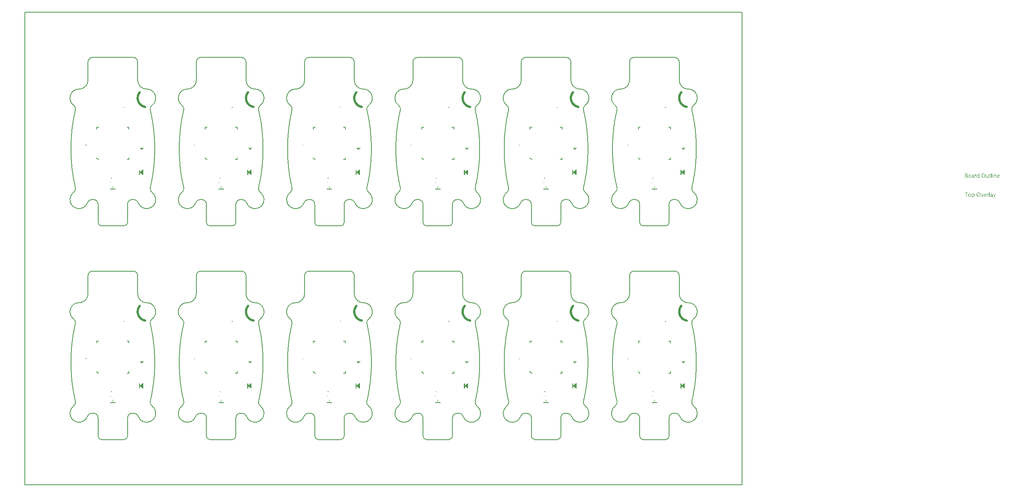
<source format=gto>
G04*
G04 #@! TF.GenerationSoftware,Altium Limited,Altium Designer,21.5.1 (32)*
G04*
G04 Layer_Color=65535*
%FSAX25Y25*%
%MOIN*%
G70*
G04*
G04 #@! TF.SameCoordinates,5657485A-31CE-4D9D-A90A-781EB6461645*
G04*
G04*
G04 #@! TF.FilePolarity,Positive*
G04*
G01*
G75*
%ADD32C,0.01968*%
%ADD35C,0.00787*%
%ADD50C,0.00591*%
%ADD51C,0.00394*%
G36*
X0539544Y0309111D02*
X0538413D01*
X0539102Y0309800D01*
X0539544D01*
Y0309111D01*
D02*
G37*
G36*
X0445056D02*
X0443924D01*
X0444613Y0309800D01*
X0445056D01*
Y0309111D01*
D02*
G37*
G36*
X0350568D02*
X0349436D01*
X0350125Y0309800D01*
X0350568D01*
Y0309111D01*
D02*
G37*
G36*
X0256079D02*
X0254947D01*
X0255636Y0309800D01*
X0256079D01*
Y0309111D01*
D02*
G37*
G36*
X0161591D02*
X0160459D01*
X0161148Y0309800D01*
X0161591D01*
Y0309111D01*
D02*
G37*
G36*
X0067103D02*
X0065971D01*
X0066660Y0309800D01*
X0067103D01*
Y0309111D01*
D02*
G37*
G36*
X0506596Y0276724D02*
Y0276281D01*
X0505907D01*
Y0277413D01*
X0506596Y0276724D01*
D02*
G37*
G36*
X0412107D02*
Y0276281D01*
X0411418D01*
Y0277413D01*
X0412107Y0276724D01*
D02*
G37*
G36*
X0317619D02*
Y0276281D01*
X0316930D01*
Y0277413D01*
X0317619Y0276724D01*
D02*
G37*
G36*
X0223130D02*
Y0276281D01*
X0222442D01*
Y0277413D01*
X0223130Y0276724D01*
D02*
G37*
G36*
X0128642D02*
Y0276281D01*
X0127953D01*
Y0277413D01*
X0128642Y0276724D01*
D02*
G37*
G36*
X0034154D02*
Y0276281D01*
X0033465D01*
Y0277413D01*
X0034154Y0276724D01*
D02*
G37*
G36*
X0556300Y0273033D02*
X0553151D01*
X0554726Y0274214D01*
X0556300Y0273033D01*
D02*
G37*
G36*
X0461812D02*
X0458662D01*
X0460237Y0274214D01*
X0461812Y0273033D01*
D02*
G37*
G36*
X0367324D02*
X0364174D01*
X0365749Y0274214D01*
X0367324Y0273033D01*
D02*
G37*
G36*
X0272835D02*
X0269686D01*
X0271260Y0274214D01*
X0272835Y0273033D01*
D02*
G37*
G36*
X0178347D02*
X0175197D01*
X0176772Y0274214D01*
X0178347Y0273033D01*
D02*
G37*
G36*
X0083859D02*
X0080709D01*
X0082284Y0274214D01*
X0083859Y0273033D01*
D02*
G37*
G36*
X0555981Y0250592D02*
X0555907Y0250648D01*
Y0250592D01*
X0552757Y0252954D01*
X0555907Y0255316D01*
Y0255260D01*
X0555981Y0255316D01*
Y0250592D01*
D02*
G37*
G36*
X0461493D02*
X0461418Y0250648D01*
Y0250592D01*
X0458269Y0252954D01*
X0461418Y0255316D01*
Y0255260D01*
X0461493Y0255316D01*
Y0250592D01*
D02*
G37*
G36*
X0367005D02*
X0366930Y0250648D01*
Y0250592D01*
X0363780Y0252954D01*
X0366930Y0255316D01*
Y0255260D01*
X0367005Y0255316D01*
Y0250592D01*
D02*
G37*
G36*
X0272516D02*
X0272442Y0250648D01*
Y0250592D01*
X0269292Y0252954D01*
X0272442Y0255316D01*
Y0255260D01*
X0272516Y0255316D01*
Y0250592D01*
D02*
G37*
G36*
X0178028D02*
X0177953Y0250648D01*
Y0250592D01*
X0174803Y0252954D01*
X0177953Y0255316D01*
Y0255260D01*
X0178028Y0255316D01*
Y0250592D01*
D02*
G37*
G36*
X0083540D02*
X0083465Y0250648D01*
Y0250592D01*
X0080315Y0252954D01*
X0083465Y0255316D01*
Y0255260D01*
X0083540Y0255316D01*
Y0250592D01*
D02*
G37*
G36*
X0824898Y0251948D02*
X0824923D01*
X0824979Y0251924D01*
X0825010Y0251905D01*
X0825040Y0251880D01*
X0825047Y0251874D01*
X0825053Y0251868D01*
X0825084Y0251831D01*
X0825109Y0251769D01*
X0825115Y0251732D01*
X0825121Y0251695D01*
Y0251689D01*
Y0251676D01*
X0825115Y0251658D01*
X0825109Y0251633D01*
X0825090Y0251571D01*
X0825065Y0251540D01*
X0825040Y0251509D01*
X0825034D01*
X0825028Y0251497D01*
X0824991Y0251472D01*
X0824935Y0251447D01*
X0824898Y0251441D01*
X0824861Y0251435D01*
X0824842D01*
X0824824Y0251441D01*
X0824799D01*
X0824737Y0251466D01*
X0824706Y0251478D01*
X0824675Y0251503D01*
Y0251509D01*
X0824663Y0251515D01*
X0824650Y0251534D01*
X0824638Y0251552D01*
X0824613Y0251614D01*
X0824607Y0251651D01*
X0824601Y0251695D01*
Y0251701D01*
Y0251713D01*
X0824607Y0251732D01*
X0824613Y0251763D01*
X0824632Y0251818D01*
X0824650Y0251850D01*
X0824675Y0251880D01*
X0824681Y0251887D01*
X0824688Y0251893D01*
X0824725Y0251918D01*
X0824787Y0251942D01*
X0824824Y0251955D01*
X0824879D01*
X0824898Y0251948D01*
D02*
G37*
G36*
X0812908Y0248284D02*
X0812506D01*
Y0248705D01*
X0812493D01*
Y0248699D01*
X0812481Y0248686D01*
X0812462Y0248662D01*
X0812444Y0248631D01*
X0812413Y0248594D01*
X0812376Y0248556D01*
X0812332Y0248513D01*
X0812283Y0248470D01*
X0812227Y0248420D01*
X0812159Y0248377D01*
X0812091Y0248340D01*
X0812010Y0248303D01*
X0811930Y0248272D01*
X0811837Y0248247D01*
X0811738Y0248235D01*
X0811633Y0248228D01*
X0811590D01*
X0811552Y0248235D01*
X0811515Y0248241D01*
X0811466Y0248247D01*
X0811360Y0248272D01*
X0811237Y0248309D01*
X0811113Y0248371D01*
X0811045Y0248408D01*
X0810989Y0248451D01*
X0810927Y0248507D01*
X0810872Y0248563D01*
Y0248569D01*
X0810859Y0248581D01*
X0810847Y0248600D01*
X0810828Y0248624D01*
X0810810Y0248656D01*
X0810785Y0248699D01*
X0810760Y0248748D01*
X0810735Y0248804D01*
X0810704Y0248866D01*
X0810680Y0248934D01*
X0810655Y0249008D01*
X0810636Y0249089D01*
X0810618Y0249175D01*
X0810605Y0249274D01*
X0810599Y0249374D01*
X0810593Y0249479D01*
Y0249485D01*
Y0249503D01*
Y0249541D01*
X0810599Y0249584D01*
X0810605Y0249634D01*
X0810612Y0249695D01*
X0810618Y0249763D01*
X0810630Y0249838D01*
X0810667Y0249999D01*
X0810723Y0250166D01*
X0810760Y0250246D01*
X0810803Y0250327D01*
X0810847Y0250401D01*
X0810903Y0250475D01*
X0810909Y0250482D01*
X0810915Y0250494D01*
X0810933Y0250512D01*
X0810958Y0250537D01*
X0810989Y0250562D01*
X0811032Y0250593D01*
X0811076Y0250630D01*
X0811125Y0250667D01*
X0811249Y0250735D01*
X0811392Y0250797D01*
X0811472Y0250816D01*
X0811559Y0250834D01*
X0811645Y0250847D01*
X0811744Y0250853D01*
X0811794D01*
X0811831Y0250847D01*
X0811868Y0250840D01*
X0811918Y0250834D01*
X0812029Y0250803D01*
X0812153Y0250754D01*
X0812215Y0250723D01*
X0812277Y0250680D01*
X0812339Y0250636D01*
X0812394Y0250581D01*
X0812444Y0250519D01*
X0812493Y0250444D01*
X0812506D01*
Y0252004D01*
X0812908D01*
Y0248284D01*
D02*
G37*
G36*
X0827176Y0250847D02*
X0827250Y0250840D01*
X0827343Y0250822D01*
X0827442Y0250791D01*
X0827547Y0250742D01*
X0827653Y0250673D01*
X0827696Y0250636D01*
X0827739Y0250587D01*
X0827752Y0250574D01*
X0827776Y0250537D01*
X0827807Y0250475D01*
X0827851Y0250389D01*
X0827888Y0250283D01*
X0827925Y0250153D01*
X0827950Y0249999D01*
X0827956Y0249819D01*
Y0248284D01*
X0827554D01*
Y0249714D01*
Y0249720D01*
Y0249751D01*
X0827547Y0249788D01*
Y0249838D01*
X0827535Y0249900D01*
X0827523Y0249968D01*
X0827504Y0250042D01*
X0827479Y0250116D01*
X0827448Y0250191D01*
X0827411Y0250259D01*
X0827362Y0250327D01*
X0827306Y0250389D01*
X0827244Y0250438D01*
X0827164Y0250475D01*
X0827077Y0250506D01*
X0826972Y0250512D01*
X0826959D01*
X0826922Y0250506D01*
X0826867Y0250500D01*
X0826798Y0250482D01*
X0826718Y0250457D01*
X0826631Y0250413D01*
X0826551Y0250358D01*
X0826470Y0250283D01*
X0826464Y0250271D01*
X0826439Y0250246D01*
X0826408Y0250197D01*
X0826371Y0250129D01*
X0826334Y0250048D01*
X0826303Y0249949D01*
X0826278Y0249838D01*
X0826272Y0249714D01*
Y0248284D01*
X0825870D01*
Y0250797D01*
X0826272D01*
Y0250376D01*
X0826285D01*
X0826291Y0250382D01*
X0826297Y0250395D01*
X0826316Y0250420D01*
X0826340Y0250451D01*
X0826365Y0250488D01*
X0826402Y0250525D01*
X0826446Y0250568D01*
X0826495Y0250618D01*
X0826551Y0250661D01*
X0826613Y0250704D01*
X0826681Y0250742D01*
X0826755Y0250779D01*
X0826829Y0250810D01*
X0826916Y0250834D01*
X0827009Y0250847D01*
X0827108Y0250853D01*
X0827145D01*
X0827176Y0250847D01*
D02*
G37*
G36*
X0810178Y0250834D02*
X0810252Y0250828D01*
X0810296Y0250816D01*
X0810327Y0250803D01*
Y0250389D01*
X0810321Y0250395D01*
X0810308Y0250401D01*
X0810283Y0250413D01*
X0810252Y0250432D01*
X0810209Y0250444D01*
X0810153Y0250457D01*
X0810092Y0250463D01*
X0810023Y0250469D01*
X0810011D01*
X0809980Y0250463D01*
X0809931Y0250457D01*
X0809875Y0250438D01*
X0809801Y0250407D01*
X0809733Y0250364D01*
X0809658Y0250302D01*
X0809590Y0250221D01*
X0809584Y0250209D01*
X0809565Y0250178D01*
X0809534Y0250122D01*
X0809503Y0250048D01*
X0809473Y0249955D01*
X0809442Y0249838D01*
X0809423Y0249708D01*
X0809417Y0249559D01*
Y0248284D01*
X0809015D01*
Y0250797D01*
X0809417D01*
Y0250277D01*
X0809429D01*
Y0250283D01*
X0809435Y0250290D01*
X0809448Y0250321D01*
X0809466Y0250370D01*
X0809497Y0250432D01*
X0809528Y0250494D01*
X0809578Y0250562D01*
X0809627Y0250630D01*
X0809689Y0250692D01*
X0809695Y0250698D01*
X0809720Y0250717D01*
X0809757Y0250742D01*
X0809807Y0250766D01*
X0809863Y0250791D01*
X0809931Y0250816D01*
X0810005Y0250834D01*
X0810085Y0250840D01*
X0810141D01*
X0810178Y0250834D01*
D02*
G37*
G36*
X0820918Y0248284D02*
X0820516D01*
Y0248680D01*
X0820503D01*
Y0248674D01*
X0820491Y0248662D01*
X0820478Y0248637D01*
X0820454Y0248612D01*
X0820398Y0248538D01*
X0820311Y0248457D01*
X0820262Y0248414D01*
X0820206Y0248371D01*
X0820144Y0248334D01*
X0820070Y0248296D01*
X0819996Y0248272D01*
X0819915Y0248247D01*
X0819822Y0248235D01*
X0819729Y0248228D01*
X0819692D01*
X0819649Y0248235D01*
X0819587Y0248247D01*
X0819519Y0248259D01*
X0819445Y0248284D01*
X0819364Y0248315D01*
X0819284Y0248364D01*
X0819197Y0248420D01*
X0819117Y0248488D01*
X0819042Y0248575D01*
X0818974Y0248680D01*
X0818912Y0248798D01*
X0818869Y0248940D01*
X0818844Y0249107D01*
X0818832Y0249194D01*
Y0249293D01*
Y0250797D01*
X0819228D01*
Y0249355D01*
Y0249349D01*
Y0249324D01*
X0819234Y0249281D01*
X0819240Y0249231D01*
X0819247Y0249169D01*
X0819259Y0249107D01*
X0819277Y0249033D01*
X0819302Y0248959D01*
X0819339Y0248885D01*
X0819377Y0248816D01*
X0819426Y0248748D01*
X0819488Y0248686D01*
X0819556Y0248637D01*
X0819637Y0248600D01*
X0819736Y0248569D01*
X0819841Y0248563D01*
X0819853D01*
X0819890Y0248569D01*
X0819946Y0248575D01*
X0820008Y0248587D01*
X0820088Y0248618D01*
X0820169Y0248656D01*
X0820249Y0248705D01*
X0820324Y0248779D01*
X0820330Y0248792D01*
X0820355Y0248816D01*
X0820385Y0248866D01*
X0820423Y0248934D01*
X0820454Y0249014D01*
X0820485Y0249113D01*
X0820509Y0249225D01*
X0820516Y0249349D01*
Y0250797D01*
X0820918D01*
Y0248284D01*
D02*
G37*
G36*
X0825053D02*
X0824650D01*
Y0250797D01*
X0825053D01*
Y0248284D01*
D02*
G37*
G36*
X0823833D02*
X0823431D01*
Y0252004D01*
X0823833D01*
Y0248284D01*
D02*
G37*
G36*
X0807455Y0250847D02*
X0807510Y0250840D01*
X0807578Y0250822D01*
X0807653Y0250803D01*
X0807733Y0250772D01*
X0807820Y0250735D01*
X0807900Y0250686D01*
X0807981Y0250624D01*
X0808055Y0250550D01*
X0808123Y0250457D01*
X0808179Y0250352D01*
X0808222Y0250228D01*
X0808247Y0250085D01*
X0808259Y0249918D01*
Y0248284D01*
X0807857D01*
Y0248674D01*
X0807845D01*
Y0248668D01*
X0807832Y0248656D01*
X0807820Y0248631D01*
X0807795Y0248606D01*
X0807733Y0248532D01*
X0807653Y0248451D01*
X0807541Y0248371D01*
X0807411Y0248296D01*
X0807331Y0248272D01*
X0807250Y0248247D01*
X0807164Y0248235D01*
X0807071Y0248228D01*
X0807034D01*
X0807009Y0248235D01*
X0806941Y0248241D01*
X0806860Y0248253D01*
X0806761Y0248278D01*
X0806668Y0248309D01*
X0806569Y0248358D01*
X0806483Y0248420D01*
X0806477Y0248433D01*
X0806452Y0248457D01*
X0806415Y0248501D01*
X0806378Y0248563D01*
X0806340Y0248637D01*
X0806303Y0248724D01*
X0806279Y0248829D01*
X0806272Y0248946D01*
Y0248953D01*
Y0248977D01*
X0806279Y0249014D01*
X0806285Y0249058D01*
X0806297Y0249113D01*
X0806316Y0249175D01*
X0806340Y0249243D01*
X0806378Y0249312D01*
X0806421Y0249386D01*
X0806477Y0249460D01*
X0806545Y0249528D01*
X0806625Y0249590D01*
X0806718Y0249652D01*
X0806829Y0249702D01*
X0806953Y0249739D01*
X0807102Y0249770D01*
X0807857Y0249875D01*
Y0249881D01*
Y0249900D01*
X0807851Y0249937D01*
Y0249974D01*
X0807838Y0250023D01*
X0807832Y0250079D01*
X0807795Y0250197D01*
X0807764Y0250253D01*
X0807733Y0250308D01*
X0807690Y0250364D01*
X0807640Y0250413D01*
X0807578Y0250457D01*
X0807510Y0250488D01*
X0807430Y0250506D01*
X0807337Y0250512D01*
X0807294D01*
X0807263Y0250506D01*
X0807219D01*
X0807176Y0250494D01*
X0807065Y0250475D01*
X0806941Y0250438D01*
X0806805Y0250382D01*
X0806730Y0250345D01*
X0806662Y0250308D01*
X0806588Y0250259D01*
X0806520Y0250203D01*
Y0250618D01*
X0806526D01*
X0806538Y0250630D01*
X0806557Y0250642D01*
X0806588Y0250655D01*
X0806619Y0250673D01*
X0806662Y0250692D01*
X0806712Y0250711D01*
X0806767Y0250735D01*
X0806891Y0250779D01*
X0807040Y0250816D01*
X0807201Y0250840D01*
X0807374Y0250853D01*
X0807411D01*
X0807455Y0250847D01*
D02*
G37*
G36*
X0801766Y0251794D02*
X0801809D01*
X0801853Y0251788D01*
X0801952Y0251775D01*
X0802069Y0251744D01*
X0802193Y0251707D01*
X0802311Y0251651D01*
X0802416Y0251577D01*
X0802422D01*
X0802428Y0251565D01*
X0802459Y0251540D01*
X0802503Y0251490D01*
X0802552Y0251422D01*
X0802596Y0251336D01*
X0802639Y0251237D01*
X0802670Y0251125D01*
X0802682Y0251063D01*
Y0250995D01*
Y0250989D01*
Y0250983D01*
Y0250946D01*
X0802676Y0250890D01*
X0802664Y0250822D01*
X0802645Y0250735D01*
X0802614Y0250649D01*
X0802577Y0250562D01*
X0802521Y0250475D01*
X0802515Y0250463D01*
X0802490Y0250438D01*
X0802453Y0250401D01*
X0802404Y0250352D01*
X0802342Y0250302D01*
X0802267Y0250246D01*
X0802175Y0250203D01*
X0802075Y0250160D01*
Y0250153D01*
X0802094D01*
X0802113Y0250147D01*
X0802131Y0250141D01*
X0802199Y0250129D01*
X0802280Y0250104D01*
X0802366Y0250067D01*
X0802459Y0250023D01*
X0802552Y0249961D01*
X0802639Y0249881D01*
X0802651Y0249869D01*
X0802676Y0249838D01*
X0802707Y0249794D01*
X0802750Y0249726D01*
X0802787Y0249640D01*
X0802824Y0249541D01*
X0802849Y0249423D01*
X0802855Y0249293D01*
Y0249287D01*
Y0249274D01*
Y0249250D01*
X0802849Y0249219D01*
X0802843Y0249182D01*
X0802837Y0249138D01*
X0802812Y0249033D01*
X0802775Y0248915D01*
X0802719Y0248792D01*
X0802682Y0248736D01*
X0802639Y0248674D01*
X0802583Y0248618D01*
X0802527Y0248563D01*
X0802521D01*
X0802515Y0248550D01*
X0802496Y0248538D01*
X0802472Y0248519D01*
X0802441Y0248501D01*
X0802397Y0248476D01*
X0802305Y0248426D01*
X0802187Y0248371D01*
X0802051Y0248327D01*
X0801890Y0248296D01*
X0801809Y0248290D01*
X0801717Y0248284D01*
X0800689D01*
Y0251800D01*
X0801735D01*
X0801766Y0251794D01*
D02*
G37*
G36*
X0822261Y0250797D02*
X0822899D01*
Y0250451D01*
X0822261D01*
Y0249033D01*
Y0249021D01*
Y0248990D01*
X0822267Y0248946D01*
X0822274Y0248891D01*
X0822298Y0248773D01*
X0822317Y0248717D01*
X0822348Y0248674D01*
X0822354Y0248668D01*
X0822366Y0248656D01*
X0822385Y0248643D01*
X0822416Y0248624D01*
X0822453Y0248600D01*
X0822503Y0248587D01*
X0822564Y0248575D01*
X0822633Y0248569D01*
X0822657D01*
X0822688Y0248575D01*
X0822725Y0248581D01*
X0822812Y0248606D01*
X0822855Y0248624D01*
X0822899Y0248649D01*
Y0248303D01*
X0822892D01*
X0822874Y0248290D01*
X0822843Y0248284D01*
X0822800Y0248272D01*
X0822744Y0248259D01*
X0822682Y0248247D01*
X0822608Y0248241D01*
X0822521Y0248235D01*
X0822490D01*
X0822459Y0248241D01*
X0822416Y0248247D01*
X0822366Y0248259D01*
X0822311Y0248272D01*
X0822255Y0248296D01*
X0822193Y0248327D01*
X0822131Y0248364D01*
X0822069Y0248414D01*
X0822013Y0248470D01*
X0821964Y0248544D01*
X0821921Y0248624D01*
X0821890Y0248724D01*
X0821865Y0248835D01*
X0821859Y0248965D01*
Y0250451D01*
X0821432D01*
Y0250797D01*
X0821859D01*
Y0251410D01*
X0822261Y0251540D01*
Y0250797D01*
D02*
G37*
G36*
X0829788Y0250847D02*
X0829832Y0250840D01*
X0829875Y0250834D01*
X0829986Y0250816D01*
X0830110Y0250772D01*
X0830234Y0250717D01*
X0830296Y0250680D01*
X0830358Y0250636D01*
X0830413Y0250587D01*
X0830469Y0250531D01*
X0830475Y0250525D01*
X0830481Y0250519D01*
X0830494Y0250500D01*
X0830512Y0250475D01*
X0830531Y0250438D01*
X0830556Y0250401D01*
X0830581Y0250358D01*
X0830605Y0250302D01*
X0830630Y0250240D01*
X0830655Y0250178D01*
X0830680Y0250104D01*
X0830698Y0250023D01*
X0830717Y0249937D01*
X0830729Y0249850D01*
X0830741Y0249751D01*
Y0249646D01*
Y0249435D01*
X0828965D01*
Y0249429D01*
Y0249417D01*
Y0249398D01*
X0828971Y0249367D01*
X0828977Y0249330D01*
Y0249293D01*
X0828996Y0249194D01*
X0829027Y0249095D01*
X0829064Y0248984D01*
X0829120Y0248878D01*
X0829188Y0248785D01*
X0829200Y0248773D01*
X0829225Y0248748D01*
X0829274Y0248717D01*
X0829342Y0248674D01*
X0829429Y0248631D01*
X0829528Y0248600D01*
X0829646Y0248575D01*
X0829782Y0248563D01*
X0829825D01*
X0829856Y0248569D01*
X0829893D01*
X0829937Y0248575D01*
X0830042Y0248600D01*
X0830159Y0248631D01*
X0830289Y0248680D01*
X0830426Y0248748D01*
X0830494Y0248792D01*
X0830562Y0248841D01*
Y0248464D01*
X0830556D01*
X0830550Y0248451D01*
X0830531Y0248445D01*
X0830500Y0248426D01*
X0830469Y0248408D01*
X0830432Y0248389D01*
X0830382Y0248371D01*
X0830333Y0248346D01*
X0830271Y0248321D01*
X0830203Y0248303D01*
X0830054Y0248266D01*
X0829881Y0248241D01*
X0829689Y0248228D01*
X0829640D01*
X0829602Y0248235D01*
X0829559Y0248241D01*
X0829503Y0248247D01*
X0829386Y0248272D01*
X0829250Y0248309D01*
X0829113Y0248371D01*
X0829045Y0248414D01*
X0828977Y0248457D01*
X0828915Y0248507D01*
X0828854Y0248569D01*
X0828847Y0248575D01*
X0828841Y0248587D01*
X0828829Y0248606D01*
X0828804Y0248631D01*
X0828785Y0248668D01*
X0828761Y0248711D01*
X0828730Y0248761D01*
X0828705Y0248816D01*
X0828674Y0248878D01*
X0828649Y0248953D01*
X0828618Y0249033D01*
X0828600Y0249120D01*
X0828581Y0249213D01*
X0828563Y0249312D01*
X0828556Y0249417D01*
X0828550Y0249528D01*
Y0249534D01*
Y0249553D01*
Y0249584D01*
X0828556Y0249627D01*
X0828563Y0249677D01*
X0828569Y0249732D01*
X0828575Y0249801D01*
X0828594Y0249869D01*
X0828631Y0250017D01*
X0828686Y0250178D01*
X0828724Y0250259D01*
X0828773Y0250333D01*
X0828823Y0250413D01*
X0828878Y0250482D01*
X0828884Y0250488D01*
X0828897Y0250500D01*
X0828915Y0250519D01*
X0828940Y0250537D01*
X0828971Y0250568D01*
X0829008Y0250599D01*
X0829058Y0250630D01*
X0829107Y0250667D01*
X0829225Y0250735D01*
X0829367Y0250797D01*
X0829448Y0250816D01*
X0829528Y0250834D01*
X0829615Y0250847D01*
X0829708Y0250853D01*
X0829757D01*
X0829788Y0250847D01*
D02*
G37*
G36*
X0816746Y0251856D02*
X0816808Y0251850D01*
X0816882Y0251837D01*
X0816963Y0251818D01*
X0817049Y0251800D01*
X0817136Y0251775D01*
X0817235Y0251744D01*
X0817328Y0251701D01*
X0817427Y0251651D01*
X0817526Y0251596D01*
X0817619Y0251528D01*
X0817712Y0251453D01*
X0817798Y0251367D01*
X0817804Y0251361D01*
X0817817Y0251342D01*
X0817841Y0251317D01*
X0817866Y0251280D01*
X0817903Y0251231D01*
X0817941Y0251169D01*
X0817978Y0251100D01*
X0818021Y0251026D01*
X0818064Y0250933D01*
X0818101Y0250840D01*
X0818139Y0250735D01*
X0818176Y0250618D01*
X0818200Y0250500D01*
X0818225Y0250370D01*
X0818238Y0250228D01*
X0818244Y0250085D01*
Y0250073D01*
Y0250048D01*
Y0250005D01*
X0818238Y0249943D01*
X0818231Y0249869D01*
X0818219Y0249788D01*
X0818207Y0249695D01*
X0818188Y0249590D01*
X0818163Y0249485D01*
X0818132Y0249374D01*
X0818095Y0249262D01*
X0818052Y0249151D01*
X0817996Y0249033D01*
X0817934Y0248928D01*
X0817866Y0248823D01*
X0817786Y0248724D01*
X0817780Y0248717D01*
X0817767Y0248705D01*
X0817736Y0248680D01*
X0817705Y0248649D01*
X0817656Y0248606D01*
X0817600Y0248569D01*
X0817538Y0248519D01*
X0817464Y0248476D01*
X0817383Y0248433D01*
X0817290Y0248383D01*
X0817192Y0248346D01*
X0817080Y0248309D01*
X0816963Y0248272D01*
X0816839Y0248247D01*
X0816709Y0248235D01*
X0816566Y0248228D01*
X0816535D01*
X0816492Y0248235D01*
X0816442D01*
X0816381Y0248241D01*
X0816306Y0248253D01*
X0816226Y0248272D01*
X0816133Y0248290D01*
X0816040Y0248315D01*
X0815941Y0248346D01*
X0815842Y0248389D01*
X0815743Y0248433D01*
X0815644Y0248488D01*
X0815545Y0248556D01*
X0815452Y0248631D01*
X0815365Y0248717D01*
X0815359Y0248724D01*
X0815347Y0248742D01*
X0815322Y0248767D01*
X0815297Y0248804D01*
X0815260Y0248853D01*
X0815223Y0248915D01*
X0815186Y0248984D01*
X0815143Y0249064D01*
X0815099Y0249151D01*
X0815062Y0249243D01*
X0815025Y0249349D01*
X0814988Y0249466D01*
X0814963Y0249584D01*
X0814938Y0249714D01*
X0814926Y0249856D01*
X0814920Y0249999D01*
Y0250011D01*
Y0250036D01*
X0814926Y0250079D01*
Y0250141D01*
X0814932Y0250209D01*
X0814944Y0250296D01*
X0814957Y0250389D01*
X0814975Y0250488D01*
X0815000Y0250593D01*
X0815031Y0250704D01*
X0815068Y0250816D01*
X0815112Y0250927D01*
X0815167Y0251039D01*
X0815229Y0251150D01*
X0815297Y0251255D01*
X0815378Y0251354D01*
X0815384Y0251361D01*
X0815396Y0251379D01*
X0815427Y0251404D01*
X0815464Y0251435D01*
X0815508Y0251472D01*
X0815563Y0251515D01*
X0815632Y0251559D01*
X0815706Y0251608D01*
X0815793Y0251658D01*
X0815885Y0251701D01*
X0815985Y0251744D01*
X0816096Y0251781D01*
X0816220Y0251812D01*
X0816350Y0251843D01*
X0816486Y0251856D01*
X0816628Y0251862D01*
X0816696D01*
X0816746Y0251856D01*
D02*
G37*
G36*
X0804719Y0250847D02*
X0804762Y0250840D01*
X0804818Y0250834D01*
X0804941Y0250810D01*
X0805084Y0250766D01*
X0805226Y0250704D01*
X0805301Y0250667D01*
X0805369Y0250624D01*
X0805437Y0250568D01*
X0805499Y0250506D01*
X0805505Y0250500D01*
X0805511Y0250488D01*
X0805529Y0250469D01*
X0805548Y0250444D01*
X0805573Y0250407D01*
X0805598Y0250364D01*
X0805629Y0250314D01*
X0805659Y0250259D01*
X0805684Y0250191D01*
X0805715Y0250122D01*
X0805740Y0250042D01*
X0805765Y0249955D01*
X0805783Y0249863D01*
X0805802Y0249763D01*
X0805808Y0249658D01*
X0805814Y0249547D01*
Y0249541D01*
Y0249522D01*
Y0249491D01*
X0805808Y0249448D01*
X0805802Y0249398D01*
X0805796Y0249336D01*
X0805783Y0249274D01*
X0805771Y0249200D01*
X0805734Y0249052D01*
X0805672Y0248891D01*
X0805635Y0248810D01*
X0805585Y0248730D01*
X0805536Y0248656D01*
X0805474Y0248587D01*
X0805468Y0248581D01*
X0805455Y0248575D01*
X0805437Y0248556D01*
X0805412Y0248532D01*
X0805375Y0248507D01*
X0805338Y0248476D01*
X0805288Y0248439D01*
X0805232Y0248408D01*
X0805171Y0248377D01*
X0805102Y0248340D01*
X0805028Y0248309D01*
X0804948Y0248284D01*
X0804861Y0248259D01*
X0804768Y0248247D01*
X0804669Y0248235D01*
X0804564Y0248228D01*
X0804508D01*
X0804471Y0248235D01*
X0804428Y0248241D01*
X0804372Y0248247D01*
X0804310Y0248259D01*
X0804242Y0248272D01*
X0804100Y0248315D01*
X0803951Y0248377D01*
X0803877Y0248414D01*
X0803809Y0248464D01*
X0803741Y0248513D01*
X0803673Y0248575D01*
X0803666Y0248581D01*
X0803660Y0248594D01*
X0803642Y0248612D01*
X0803623Y0248637D01*
X0803598Y0248674D01*
X0803567Y0248717D01*
X0803536Y0248767D01*
X0803512Y0248823D01*
X0803481Y0248891D01*
X0803450Y0248959D01*
X0803419Y0249033D01*
X0803394Y0249120D01*
X0803357Y0249305D01*
X0803351Y0249404D01*
X0803345Y0249510D01*
Y0249516D01*
Y0249541D01*
Y0249572D01*
X0803351Y0249615D01*
X0803357Y0249664D01*
X0803363Y0249726D01*
X0803375Y0249794D01*
X0803388Y0249869D01*
X0803425Y0250030D01*
X0803487Y0250191D01*
X0803530Y0250271D01*
X0803574Y0250352D01*
X0803623Y0250426D01*
X0803685Y0250494D01*
X0803691Y0250500D01*
X0803703Y0250512D01*
X0803722Y0250525D01*
X0803747Y0250550D01*
X0803784Y0250574D01*
X0803827Y0250605D01*
X0803877Y0250642D01*
X0803932Y0250673D01*
X0803994Y0250704D01*
X0804069Y0250742D01*
X0804143Y0250772D01*
X0804230Y0250797D01*
X0804316Y0250822D01*
X0804415Y0250840D01*
X0804521Y0250847D01*
X0804626Y0250853D01*
X0804681D01*
X0804719Y0250847D01*
D02*
G37*
G36*
X0528643Y0247737D02*
X0527511D01*
X0528200Y0248426D01*
X0528643D01*
Y0247737D01*
D02*
G37*
G36*
X0434155D02*
X0433023D01*
X0433712Y0248426D01*
X0434155D01*
Y0247737D01*
D02*
G37*
G36*
X0339666D02*
X0338534D01*
X0339223Y0248426D01*
X0339666D01*
Y0247737D01*
D02*
G37*
G36*
X0245178D02*
X0244046D01*
X0244735Y0248426D01*
X0245178D01*
Y0247737D01*
D02*
G37*
G36*
X0150689D02*
X0149557D01*
X0150247Y0248426D01*
X0150689D01*
Y0247737D01*
D02*
G37*
G36*
X0056201D02*
X0055069D01*
X0055758Y0248426D01*
X0056201D01*
Y0247737D01*
D02*
G37*
G36*
X0529726Y0238584D02*
X0531891Y0238584D01*
X0531891Y0238092D01*
X0527167D01*
Y0238584D01*
X0529332D01*
Y0240946D01*
X0529726D01*
X0529726Y0238584D01*
D02*
G37*
G36*
X0435237D02*
X0437403Y0238584D01*
X0437403Y0238092D01*
X0432678D01*
Y0238584D01*
X0434843D01*
Y0240946D01*
X0435237D01*
X0435237Y0238584D01*
D02*
G37*
G36*
X0340749D02*
X0342914Y0238584D01*
X0342914Y0238092D01*
X0338190D01*
Y0238584D01*
X0340355D01*
Y0240946D01*
X0340749D01*
X0340749Y0238584D01*
D02*
G37*
G36*
X0246260D02*
X0248426Y0238584D01*
X0248426Y0238092D01*
X0243701D01*
Y0238584D01*
X0245867D01*
Y0240946D01*
X0246260D01*
X0246260Y0238584D01*
D02*
G37*
G36*
X0151772D02*
X0153937Y0238584D01*
X0153937Y0238092D01*
X0149213D01*
Y0238584D01*
X0151378D01*
Y0240946D01*
X0151772D01*
X0151772Y0238584D01*
D02*
G37*
G36*
X0057284D02*
X0059449Y0238584D01*
X0059449Y0238092D01*
X0054725D01*
Y0238584D01*
X0056890D01*
Y0240946D01*
X0057284D01*
X0057284Y0238584D01*
D02*
G37*
G36*
X0807931Y0234257D02*
X0807975Y0234251D01*
X0808018Y0234244D01*
X0808129Y0234220D01*
X0808253Y0234183D01*
X0808377Y0234121D01*
X0808439Y0234083D01*
X0808501Y0234034D01*
X0808556Y0233984D01*
X0808612Y0233923D01*
X0808618Y0233916D01*
X0808624Y0233910D01*
X0808637Y0233885D01*
X0808655Y0233861D01*
X0808674Y0233830D01*
X0808699Y0233786D01*
X0808724Y0233737D01*
X0808748Y0233687D01*
X0808773Y0233625D01*
X0808798Y0233557D01*
X0808823Y0233483D01*
X0808841Y0233402D01*
X0808872Y0233223D01*
X0808885Y0233124D01*
Y0233019D01*
Y0233013D01*
Y0232994D01*
Y0232957D01*
X0808878Y0232913D01*
Y0232864D01*
X0808866Y0232802D01*
X0808860Y0232734D01*
X0808847Y0232660D01*
X0808810Y0232499D01*
X0808755Y0232332D01*
X0808717Y0232251D01*
X0808680Y0232171D01*
X0808631Y0232090D01*
X0808575Y0232016D01*
X0808569Y0232010D01*
X0808563Y0231997D01*
X0808544Y0231979D01*
X0808519Y0231960D01*
X0808488Y0231929D01*
X0808451Y0231898D01*
X0808408Y0231861D01*
X0808358Y0231830D01*
X0808303Y0231793D01*
X0808241Y0231756D01*
X0808092Y0231700D01*
X0808012Y0231676D01*
X0807931Y0231657D01*
X0807838Y0231645D01*
X0807739Y0231638D01*
X0807690D01*
X0807659Y0231645D01*
X0807616Y0231651D01*
X0807572Y0231663D01*
X0807461Y0231688D01*
X0807343Y0231737D01*
X0807275Y0231775D01*
X0807213Y0231812D01*
X0807151Y0231861D01*
X0807096Y0231917D01*
X0807034Y0231979D01*
X0806984Y0232053D01*
X0806972D01*
Y0230543D01*
X0806569D01*
Y0234207D01*
X0806972D01*
Y0233762D01*
X0806984D01*
X0806990Y0233768D01*
X0806997Y0233786D01*
X0807015Y0233811D01*
X0807040Y0233842D01*
X0807071Y0233879D01*
X0807108Y0233923D01*
X0807151Y0233966D01*
X0807207Y0234015D01*
X0807263Y0234059D01*
X0807325Y0234102D01*
X0807399Y0234145D01*
X0807473Y0234183D01*
X0807560Y0234220D01*
X0807653Y0234244D01*
X0807746Y0234257D01*
X0807851Y0234263D01*
X0807900D01*
X0807931Y0234257D01*
D02*
G37*
G36*
X0820887Y0234244D02*
X0820961Y0234238D01*
X0821004Y0234226D01*
X0821035Y0234213D01*
Y0233799D01*
X0821029Y0233805D01*
X0821017Y0233811D01*
X0820992Y0233823D01*
X0820961Y0233842D01*
X0820918Y0233854D01*
X0820862Y0233867D01*
X0820800Y0233873D01*
X0820732Y0233879D01*
X0820720D01*
X0820689Y0233873D01*
X0820639Y0233867D01*
X0820584Y0233848D01*
X0820509Y0233817D01*
X0820441Y0233774D01*
X0820367Y0233712D01*
X0820299Y0233632D01*
X0820293Y0233619D01*
X0820274Y0233588D01*
X0820243Y0233533D01*
X0820212Y0233458D01*
X0820181Y0233365D01*
X0820150Y0233248D01*
X0820132Y0233118D01*
X0820126Y0232969D01*
Y0231694D01*
X0819723D01*
Y0234207D01*
X0820126D01*
Y0233687D01*
X0820138D01*
Y0233694D01*
X0820144Y0233700D01*
X0820156Y0233731D01*
X0820175Y0233780D01*
X0820206Y0233842D01*
X0820237Y0233904D01*
X0820286Y0233972D01*
X0820336Y0234040D01*
X0820398Y0234102D01*
X0820404Y0234108D01*
X0820429Y0234127D01*
X0820466Y0234152D01*
X0820516Y0234176D01*
X0820571Y0234201D01*
X0820639Y0234226D01*
X0820714Y0234244D01*
X0820794Y0234251D01*
X0820850D01*
X0820887Y0234244D01*
D02*
G37*
G36*
X0826093Y0231292D02*
X0826087Y0231286D01*
X0826080Y0231261D01*
X0826062Y0231218D01*
X0826037Y0231168D01*
X0826006Y0231112D01*
X0825963Y0231044D01*
X0825919Y0230976D01*
X0825870Y0230902D01*
X0825808Y0230827D01*
X0825746Y0230759D01*
X0825672Y0230691D01*
X0825591Y0230636D01*
X0825511Y0230586D01*
X0825418Y0230543D01*
X0825325Y0230518D01*
X0825220Y0230512D01*
X0825164D01*
X0825127Y0230518D01*
X0825047Y0230530D01*
X0824960Y0230549D01*
Y0230908D01*
X0824966D01*
X0824985Y0230902D01*
X0825010Y0230896D01*
X0825040Y0230889D01*
X0825115Y0230871D01*
X0825195Y0230865D01*
X0825208D01*
X0825245Y0230871D01*
X0825300Y0230883D01*
X0825368Y0230908D01*
X0825443Y0230951D01*
X0825480Y0230982D01*
X0825517Y0231019D01*
X0825554Y0231056D01*
X0825591Y0231106D01*
X0825622Y0231162D01*
X0825653Y0231224D01*
X0825858Y0231694D01*
X0824873Y0234207D01*
X0825319D01*
X0826000Y0232270D01*
Y0232264D01*
X0826006Y0232251D01*
X0826012Y0232233D01*
X0826018Y0232208D01*
X0826025Y0232171D01*
X0826037Y0232134D01*
X0826049Y0232078D01*
X0826068D01*
Y0232090D01*
X0826080Y0232127D01*
X0826093Y0232183D01*
X0826118Y0232264D01*
X0826829Y0234207D01*
X0827244D01*
X0826093Y0231292D01*
D02*
G37*
G36*
X0815663Y0231694D02*
X0815266D01*
X0814313Y0234207D01*
X0814753D01*
X0815396Y0232381D01*
X0815403Y0232375D01*
X0815409Y0232350D01*
X0815421Y0232307D01*
X0815434Y0232264D01*
X0815446Y0232208D01*
X0815464Y0232146D01*
X0815483Y0232028D01*
X0815489D01*
Y0232034D01*
X0815495Y0232059D01*
X0815502Y0232096D01*
X0815508Y0232140D01*
X0815520Y0232195D01*
X0815533Y0232251D01*
X0815570Y0232369D01*
X0816238Y0234207D01*
X0816659D01*
X0815663Y0231694D01*
D02*
G37*
G36*
X0823685Y0234257D02*
X0823740Y0234251D01*
X0823809Y0234232D01*
X0823883Y0234213D01*
X0823963Y0234183D01*
X0824050Y0234145D01*
X0824131Y0234096D01*
X0824211Y0234034D01*
X0824285Y0233960D01*
X0824353Y0233867D01*
X0824409Y0233762D01*
X0824452Y0233638D01*
X0824477Y0233495D01*
X0824489Y0233328D01*
Y0231694D01*
X0824087D01*
Y0232084D01*
X0824075D01*
Y0232078D01*
X0824062Y0232066D01*
X0824050Y0232041D01*
X0824025Y0232016D01*
X0823963Y0231942D01*
X0823883Y0231861D01*
X0823771Y0231781D01*
X0823641Y0231707D01*
X0823561Y0231682D01*
X0823481Y0231657D01*
X0823394Y0231645D01*
X0823301Y0231638D01*
X0823264D01*
X0823239Y0231645D01*
X0823171Y0231651D01*
X0823091Y0231663D01*
X0822991Y0231688D01*
X0822899Y0231719D01*
X0822800Y0231768D01*
X0822713Y0231830D01*
X0822707Y0231843D01*
X0822682Y0231867D01*
X0822645Y0231911D01*
X0822608Y0231973D01*
X0822571Y0232047D01*
X0822534Y0232134D01*
X0822509Y0232239D01*
X0822503Y0232356D01*
Y0232363D01*
Y0232387D01*
X0822509Y0232424D01*
X0822515Y0232468D01*
X0822527Y0232523D01*
X0822546Y0232585D01*
X0822571Y0232653D01*
X0822608Y0232722D01*
X0822651Y0232796D01*
X0822707Y0232870D01*
X0822775Y0232938D01*
X0822855Y0233000D01*
X0822948Y0233062D01*
X0823060Y0233112D01*
X0823183Y0233149D01*
X0823332Y0233180D01*
X0824087Y0233285D01*
Y0233291D01*
Y0233310D01*
X0824081Y0233347D01*
Y0233384D01*
X0824069Y0233434D01*
X0824062Y0233489D01*
X0824025Y0233607D01*
X0823994Y0233663D01*
X0823963Y0233718D01*
X0823920Y0233774D01*
X0823870Y0233823D01*
X0823809Y0233867D01*
X0823740Y0233898D01*
X0823660Y0233916D01*
X0823567Y0233923D01*
X0823524D01*
X0823493Y0233916D01*
X0823450D01*
X0823406Y0233904D01*
X0823295Y0233885D01*
X0823171Y0233848D01*
X0823035Y0233792D01*
X0822961Y0233755D01*
X0822892Y0233718D01*
X0822818Y0233669D01*
X0822750Y0233613D01*
Y0234028D01*
X0822756D01*
X0822769Y0234040D01*
X0822787Y0234052D01*
X0822818Y0234065D01*
X0822849Y0234083D01*
X0822892Y0234102D01*
X0822942Y0234121D01*
X0822998Y0234145D01*
X0823121Y0234189D01*
X0823270Y0234226D01*
X0823431Y0234251D01*
X0823604Y0234263D01*
X0823641D01*
X0823685Y0234257D01*
D02*
G37*
G36*
X0821871Y0231694D02*
X0821469D01*
Y0235414D01*
X0821871D01*
Y0231694D01*
D02*
G37*
G36*
X0803128Y0234839D02*
X0802113D01*
Y0231694D01*
X0801704D01*
Y0234839D01*
X0800689D01*
Y0235210D01*
X0803128D01*
Y0234839D01*
D02*
G37*
G36*
X0818163Y0234257D02*
X0818207Y0234251D01*
X0818250Y0234244D01*
X0818361Y0234226D01*
X0818485Y0234183D01*
X0818609Y0234127D01*
X0818671Y0234090D01*
X0818733Y0234046D01*
X0818789Y0233997D01*
X0818844Y0233941D01*
X0818850Y0233935D01*
X0818857Y0233929D01*
X0818869Y0233910D01*
X0818888Y0233885D01*
X0818906Y0233848D01*
X0818931Y0233811D01*
X0818956Y0233768D01*
X0818980Y0233712D01*
X0819005Y0233650D01*
X0819030Y0233588D01*
X0819055Y0233514D01*
X0819073Y0233434D01*
X0819092Y0233347D01*
X0819104Y0233260D01*
X0819117Y0233161D01*
Y0233056D01*
Y0232845D01*
X0817340D01*
Y0232839D01*
Y0232827D01*
Y0232808D01*
X0817346Y0232777D01*
X0817352Y0232740D01*
Y0232703D01*
X0817371Y0232604D01*
X0817402Y0232505D01*
X0817439Y0232394D01*
X0817495Y0232288D01*
X0817563Y0232195D01*
X0817575Y0232183D01*
X0817600Y0232158D01*
X0817650Y0232127D01*
X0817718Y0232084D01*
X0817804Y0232041D01*
X0817903Y0232010D01*
X0818021Y0231985D01*
X0818157Y0231973D01*
X0818200D01*
X0818231Y0231979D01*
X0818269D01*
X0818312Y0231985D01*
X0818417Y0232010D01*
X0818535Y0232041D01*
X0818665Y0232090D01*
X0818801Y0232158D01*
X0818869Y0232202D01*
X0818937Y0232251D01*
Y0231874D01*
X0818931D01*
X0818925Y0231861D01*
X0818906Y0231855D01*
X0818875Y0231837D01*
X0818844Y0231818D01*
X0818807Y0231799D01*
X0818758Y0231781D01*
X0818708Y0231756D01*
X0818646Y0231731D01*
X0818578Y0231713D01*
X0818429Y0231676D01*
X0818256Y0231651D01*
X0818064Y0231638D01*
X0818015D01*
X0817978Y0231645D01*
X0817934Y0231651D01*
X0817879Y0231657D01*
X0817761Y0231682D01*
X0817625Y0231719D01*
X0817489Y0231781D01*
X0817420Y0231824D01*
X0817352Y0231867D01*
X0817290Y0231917D01*
X0817229Y0231979D01*
X0817222Y0231985D01*
X0817216Y0231997D01*
X0817204Y0232016D01*
X0817179Y0232041D01*
X0817161Y0232078D01*
X0817136Y0232121D01*
X0817105Y0232171D01*
X0817080Y0232226D01*
X0817049Y0232288D01*
X0817024Y0232363D01*
X0816993Y0232443D01*
X0816975Y0232530D01*
X0816956Y0232623D01*
X0816938Y0232722D01*
X0816932Y0232827D01*
X0816925Y0232938D01*
Y0232944D01*
Y0232963D01*
Y0232994D01*
X0816932Y0233037D01*
X0816938Y0233087D01*
X0816944Y0233142D01*
X0816950Y0233211D01*
X0816969Y0233279D01*
X0817006Y0233427D01*
X0817062Y0233588D01*
X0817099Y0233669D01*
X0817148Y0233743D01*
X0817198Y0233823D01*
X0817253Y0233892D01*
X0817260Y0233898D01*
X0817272Y0233910D01*
X0817290Y0233929D01*
X0817315Y0233947D01*
X0817346Y0233978D01*
X0817383Y0234009D01*
X0817433Y0234040D01*
X0817482Y0234077D01*
X0817600Y0234145D01*
X0817742Y0234207D01*
X0817823Y0234226D01*
X0817903Y0234244D01*
X0817990Y0234257D01*
X0818083Y0234263D01*
X0818132D01*
X0818163Y0234257D01*
D02*
G37*
G36*
X0812549Y0235266D02*
X0812611Y0235260D01*
X0812685Y0235247D01*
X0812766Y0235229D01*
X0812852Y0235210D01*
X0812939Y0235185D01*
X0813038Y0235154D01*
X0813131Y0235111D01*
X0813230Y0235062D01*
X0813329Y0235006D01*
X0813422Y0234938D01*
X0813515Y0234863D01*
X0813601Y0234777D01*
X0813608Y0234770D01*
X0813620Y0234752D01*
X0813645Y0234727D01*
X0813669Y0234690D01*
X0813706Y0234641D01*
X0813744Y0234579D01*
X0813781Y0234510D01*
X0813824Y0234436D01*
X0813867Y0234343D01*
X0813905Y0234251D01*
X0813942Y0234145D01*
X0813979Y0234028D01*
X0814004Y0233910D01*
X0814028Y0233780D01*
X0814041Y0233638D01*
X0814047Y0233495D01*
Y0233483D01*
Y0233458D01*
Y0233415D01*
X0814041Y0233353D01*
X0814035Y0233279D01*
X0814022Y0233198D01*
X0814010Y0233105D01*
X0813991Y0233000D01*
X0813966Y0232895D01*
X0813936Y0232784D01*
X0813898Y0232672D01*
X0813855Y0232561D01*
X0813799Y0232443D01*
X0813737Y0232338D01*
X0813669Y0232233D01*
X0813589Y0232134D01*
X0813583Y0232127D01*
X0813570Y0232115D01*
X0813539Y0232090D01*
X0813508Y0232059D01*
X0813459Y0232016D01*
X0813403Y0231979D01*
X0813341Y0231929D01*
X0813267Y0231886D01*
X0813187Y0231843D01*
X0813094Y0231793D01*
X0812995Y0231756D01*
X0812883Y0231719D01*
X0812766Y0231682D01*
X0812642Y0231657D01*
X0812512Y0231645D01*
X0812370Y0231638D01*
X0812339D01*
X0812295Y0231645D01*
X0812246D01*
X0812184Y0231651D01*
X0812109Y0231663D01*
X0812029Y0231682D01*
X0811936Y0231700D01*
X0811843Y0231725D01*
X0811744Y0231756D01*
X0811645Y0231799D01*
X0811546Y0231843D01*
X0811447Y0231898D01*
X0811348Y0231966D01*
X0811255Y0232041D01*
X0811169Y0232127D01*
X0811162Y0232134D01*
X0811150Y0232152D01*
X0811125Y0232177D01*
X0811100Y0232214D01*
X0811063Y0232264D01*
X0811026Y0232326D01*
X0810989Y0232394D01*
X0810946Y0232474D01*
X0810903Y0232561D01*
X0810865Y0232653D01*
X0810828Y0232759D01*
X0810791Y0232876D01*
X0810766Y0232994D01*
X0810742Y0233124D01*
X0810729Y0233266D01*
X0810723Y0233409D01*
Y0233421D01*
Y0233446D01*
X0810729Y0233489D01*
Y0233551D01*
X0810735Y0233619D01*
X0810748Y0233706D01*
X0810760Y0233799D01*
X0810779Y0233898D01*
X0810803Y0234003D01*
X0810834Y0234114D01*
X0810872Y0234226D01*
X0810915Y0234337D01*
X0810971Y0234449D01*
X0811032Y0234560D01*
X0811100Y0234665D01*
X0811181Y0234764D01*
X0811187Y0234770D01*
X0811200Y0234789D01*
X0811230Y0234814D01*
X0811268Y0234845D01*
X0811311Y0234882D01*
X0811367Y0234925D01*
X0811435Y0234969D01*
X0811509Y0235018D01*
X0811596Y0235068D01*
X0811689Y0235111D01*
X0811788Y0235154D01*
X0811899Y0235191D01*
X0812023Y0235222D01*
X0812153Y0235253D01*
X0812289Y0235266D01*
X0812431Y0235272D01*
X0812500D01*
X0812549Y0235266D01*
D02*
G37*
G36*
X0804830Y0234257D02*
X0804873Y0234251D01*
X0804929Y0234244D01*
X0805053Y0234220D01*
X0805195Y0234176D01*
X0805338Y0234114D01*
X0805412Y0234077D01*
X0805480Y0234034D01*
X0805548Y0233978D01*
X0805610Y0233916D01*
X0805616Y0233910D01*
X0805622Y0233898D01*
X0805641Y0233879D01*
X0805659Y0233854D01*
X0805684Y0233817D01*
X0805709Y0233774D01*
X0805740Y0233724D01*
X0805771Y0233669D01*
X0805796Y0233601D01*
X0805827Y0233533D01*
X0805851Y0233452D01*
X0805876Y0233365D01*
X0805895Y0233273D01*
X0805913Y0233173D01*
X0805919Y0233068D01*
X0805926Y0232957D01*
Y0232951D01*
Y0232932D01*
Y0232901D01*
X0805919Y0232858D01*
X0805913Y0232808D01*
X0805907Y0232746D01*
X0805895Y0232684D01*
X0805882Y0232610D01*
X0805845Y0232462D01*
X0805783Y0232301D01*
X0805746Y0232220D01*
X0805697Y0232140D01*
X0805647Y0232066D01*
X0805585Y0231997D01*
X0805579Y0231991D01*
X0805567Y0231985D01*
X0805548Y0231966D01*
X0805523Y0231942D01*
X0805486Y0231917D01*
X0805449Y0231886D01*
X0805400Y0231849D01*
X0805344Y0231818D01*
X0805282Y0231787D01*
X0805214Y0231750D01*
X0805140Y0231719D01*
X0805059Y0231694D01*
X0804972Y0231669D01*
X0804880Y0231657D01*
X0804781Y0231645D01*
X0804675Y0231638D01*
X0804620D01*
X0804583Y0231645D01*
X0804539Y0231651D01*
X0804483Y0231657D01*
X0804422Y0231669D01*
X0804353Y0231682D01*
X0804211Y0231725D01*
X0804062Y0231787D01*
X0803988Y0231824D01*
X0803920Y0231874D01*
X0803852Y0231923D01*
X0803784Y0231985D01*
X0803778Y0231991D01*
X0803772Y0232004D01*
X0803753Y0232022D01*
X0803734Y0232047D01*
X0803710Y0232084D01*
X0803679Y0232127D01*
X0803648Y0232177D01*
X0803623Y0232233D01*
X0803592Y0232301D01*
X0803561Y0232369D01*
X0803530Y0232443D01*
X0803505Y0232530D01*
X0803468Y0232715D01*
X0803462Y0232815D01*
X0803456Y0232920D01*
Y0232926D01*
Y0232951D01*
Y0232982D01*
X0803462Y0233025D01*
X0803468Y0233074D01*
X0803475Y0233136D01*
X0803487Y0233204D01*
X0803499Y0233279D01*
X0803536Y0233440D01*
X0803598Y0233601D01*
X0803642Y0233681D01*
X0803685Y0233762D01*
X0803734Y0233836D01*
X0803796Y0233904D01*
X0803802Y0233910D01*
X0803815Y0233923D01*
X0803833Y0233935D01*
X0803858Y0233960D01*
X0803895Y0233984D01*
X0803939Y0234015D01*
X0803988Y0234052D01*
X0804044Y0234083D01*
X0804106Y0234114D01*
X0804180Y0234152D01*
X0804254Y0234183D01*
X0804341Y0234207D01*
X0804428Y0234232D01*
X0804527Y0234251D01*
X0804632Y0234257D01*
X0804737Y0234263D01*
X0804793D01*
X0804830Y0234257D01*
D02*
G37*
G36*
X0539544Y0122693D02*
X0538413D01*
X0539102Y0123382D01*
X0539544D01*
Y0122693D01*
D02*
G37*
G36*
X0445056D02*
X0443924D01*
X0444613Y0123382D01*
X0445056D01*
Y0122693D01*
D02*
G37*
G36*
X0350568D02*
X0349436D01*
X0350125Y0123382D01*
X0350568D01*
Y0122693D01*
D02*
G37*
G36*
X0256079D02*
X0254947D01*
X0255636Y0123382D01*
X0256079D01*
Y0122693D01*
D02*
G37*
G36*
X0161591D02*
X0160459D01*
X0161148Y0123382D01*
X0161591D01*
Y0122693D01*
D02*
G37*
G36*
X0067103D02*
X0065971D01*
X0066660Y0123382D01*
X0067103D01*
Y0122693D01*
D02*
G37*
G36*
X0506596Y0090305D02*
Y0089862D01*
X0505907D01*
Y0090994D01*
X0506596Y0090305D01*
D02*
G37*
G36*
X0412107D02*
Y0089862D01*
X0411418D01*
Y0090994D01*
X0412107Y0090305D01*
D02*
G37*
G36*
X0317619D02*
Y0089862D01*
X0316930D01*
Y0090994D01*
X0317619Y0090305D01*
D02*
G37*
G36*
X0223130D02*
Y0089862D01*
X0222442D01*
Y0090994D01*
X0223130Y0090305D01*
D02*
G37*
G36*
X0128642D02*
Y0089862D01*
X0127953D01*
Y0090994D01*
X0128642Y0090305D01*
D02*
G37*
G36*
X0034154D02*
Y0089862D01*
X0033465D01*
Y0090994D01*
X0034154Y0090305D01*
D02*
G37*
G36*
X0556300Y0086614D02*
X0553151D01*
X0554726Y0087795D01*
X0556300Y0086614D01*
D02*
G37*
G36*
X0461812D02*
X0458662D01*
X0460237Y0087795D01*
X0461812Y0086614D01*
D02*
G37*
G36*
X0367324D02*
X0364174D01*
X0365749Y0087795D01*
X0367324Y0086614D01*
D02*
G37*
G36*
X0272835D02*
X0269686D01*
X0271260Y0087795D01*
X0272835Y0086614D01*
D02*
G37*
G36*
X0178347D02*
X0175197D01*
X0176772Y0087795D01*
X0178347Y0086614D01*
D02*
G37*
G36*
X0083859D02*
X0080709D01*
X0082284Y0087795D01*
X0083859Y0086614D01*
D02*
G37*
G36*
X0555981Y0064173D02*
X0555907Y0064229D01*
Y0064173D01*
X0552757Y0066535D01*
X0555907Y0068897D01*
Y0068841D01*
X0555981Y0068897D01*
Y0064173D01*
D02*
G37*
G36*
X0461493D02*
X0461418Y0064229D01*
Y0064173D01*
X0458269Y0066535D01*
X0461418Y0068897D01*
Y0068841D01*
X0461493Y0068897D01*
Y0064173D01*
D02*
G37*
G36*
X0367005D02*
X0366930Y0064229D01*
Y0064173D01*
X0363780Y0066535D01*
X0366930Y0068897D01*
Y0068841D01*
X0367005Y0068897D01*
Y0064173D01*
D02*
G37*
G36*
X0272516D02*
X0272442Y0064229D01*
Y0064173D01*
X0269292Y0066535D01*
X0272442Y0068897D01*
Y0068841D01*
X0272516Y0068897D01*
Y0064173D01*
D02*
G37*
G36*
X0178028D02*
X0177953Y0064229D01*
Y0064173D01*
X0174803Y0066535D01*
X0177953Y0068897D01*
Y0068841D01*
X0178028Y0068897D01*
Y0064173D01*
D02*
G37*
G36*
X0083540D02*
X0083465Y0064229D01*
Y0064173D01*
X0080315Y0066535D01*
X0083465Y0068897D01*
Y0068841D01*
X0083540Y0068897D01*
Y0064173D01*
D02*
G37*
G36*
X0528643Y0061319D02*
X0527511D01*
X0528200Y0062008D01*
X0528643D01*
Y0061319D01*
D02*
G37*
G36*
X0434155D02*
X0433023D01*
X0433712Y0062008D01*
X0434155D01*
Y0061319D01*
D02*
G37*
G36*
X0339666D02*
X0338534D01*
X0339223Y0062008D01*
X0339666D01*
Y0061319D01*
D02*
G37*
G36*
X0245178D02*
X0244046D01*
X0244735Y0062008D01*
X0245178D01*
Y0061319D01*
D02*
G37*
G36*
X0150689D02*
X0149557D01*
X0150247Y0062008D01*
X0150689D01*
Y0061319D01*
D02*
G37*
G36*
X0056201D02*
X0055069D01*
X0055758Y0062008D01*
X0056201D01*
Y0061319D01*
D02*
G37*
G36*
X0529726Y0052165D02*
X0531891Y0052165D01*
X0531891Y0051673D01*
X0527167D01*
Y0052165D01*
X0529332D01*
Y0054527D01*
X0529726D01*
X0529726Y0052165D01*
D02*
G37*
G36*
X0435237D02*
X0437403Y0052165D01*
X0437403Y0051673D01*
X0432678D01*
Y0052165D01*
X0434843D01*
Y0054527D01*
X0435237D01*
X0435237Y0052165D01*
D02*
G37*
G36*
X0340749D02*
X0342914Y0052165D01*
X0342914Y0051673D01*
X0338190D01*
Y0052165D01*
X0340355D01*
Y0054527D01*
X0340749D01*
X0340749Y0052165D01*
D02*
G37*
G36*
X0246260D02*
X0248426Y0052165D01*
X0248426Y0051673D01*
X0243701D01*
Y0052165D01*
X0245867D01*
Y0054527D01*
X0246260D01*
X0246260Y0052165D01*
D02*
G37*
G36*
X0151772D02*
X0153937Y0052165D01*
X0153937Y0051673D01*
X0149213D01*
Y0052165D01*
X0151378D01*
Y0054527D01*
X0151772D01*
X0151772Y0052165D01*
D02*
G37*
G36*
X0057284D02*
X0059449Y0052165D01*
X0059449Y0051673D01*
X0054725D01*
Y0052165D01*
X0056890D01*
Y0054527D01*
X0057284D01*
X0057284Y0052165D01*
D02*
G37*
%LPC*%
G36*
X0811794Y0250512D02*
X0811757D01*
X0811732Y0250506D01*
X0811664Y0250500D01*
X0811583Y0250482D01*
X0811491Y0250444D01*
X0811392Y0250395D01*
X0811299Y0250333D01*
X0811255Y0250290D01*
X0811212Y0250240D01*
X0811206Y0250228D01*
X0811181Y0250191D01*
X0811144Y0250129D01*
X0811107Y0250048D01*
X0811070Y0249943D01*
X0811032Y0249813D01*
X0811008Y0249664D01*
X0811001Y0249497D01*
Y0249491D01*
Y0249479D01*
Y0249454D01*
X0811008Y0249423D01*
Y0249392D01*
X0811014Y0249349D01*
X0811026Y0249250D01*
X0811051Y0249138D01*
X0811088Y0249027D01*
X0811138Y0248915D01*
X0811206Y0248810D01*
X0811218Y0248798D01*
X0811243Y0248773D01*
X0811286Y0248730D01*
X0811348Y0248686D01*
X0811429Y0248643D01*
X0811522Y0248600D01*
X0811627Y0248575D01*
X0811751Y0248563D01*
X0811781D01*
X0811806Y0248569D01*
X0811868Y0248575D01*
X0811942Y0248594D01*
X0812029Y0248624D01*
X0812122Y0248662D01*
X0812209Y0248724D01*
X0812295Y0248804D01*
X0812301Y0248816D01*
X0812326Y0248847D01*
X0812363Y0248903D01*
X0812400Y0248971D01*
X0812438Y0249058D01*
X0812475Y0249163D01*
X0812500Y0249287D01*
X0812506Y0249417D01*
Y0249788D01*
Y0249794D01*
Y0249801D01*
Y0249838D01*
X0812493Y0249893D01*
X0812481Y0249968D01*
X0812456Y0250048D01*
X0812419Y0250135D01*
X0812370Y0250221D01*
X0812301Y0250302D01*
X0812295Y0250308D01*
X0812264Y0250333D01*
X0812221Y0250370D01*
X0812165Y0250407D01*
X0812091Y0250444D01*
X0812004Y0250482D01*
X0811905Y0250506D01*
X0811794Y0250512D01*
D02*
G37*
G36*
X0807857Y0249553D02*
X0807250Y0249466D01*
X0807238D01*
X0807207Y0249460D01*
X0807158Y0249448D01*
X0807096Y0249435D01*
X0807028Y0249417D01*
X0806953Y0249392D01*
X0806891Y0249367D01*
X0806829Y0249330D01*
X0806823Y0249324D01*
X0806805Y0249312D01*
X0806786Y0249287D01*
X0806761Y0249250D01*
X0806730Y0249200D01*
X0806712Y0249138D01*
X0806693Y0249064D01*
X0806687Y0248977D01*
Y0248971D01*
Y0248946D01*
X0806693Y0248915D01*
X0806706Y0248872D01*
X0806718Y0248823D01*
X0806743Y0248773D01*
X0806774Y0248724D01*
X0806817Y0248674D01*
X0806823Y0248668D01*
X0806842Y0248656D01*
X0806873Y0248637D01*
X0806910Y0248618D01*
X0806959Y0248600D01*
X0807021Y0248581D01*
X0807089Y0248569D01*
X0807170Y0248563D01*
X0807182D01*
X0807219Y0248569D01*
X0807275Y0248575D01*
X0807343Y0248587D01*
X0807417Y0248612D01*
X0807504Y0248649D01*
X0807585Y0248705D01*
X0807659Y0248773D01*
X0807665Y0248785D01*
X0807690Y0248810D01*
X0807721Y0248853D01*
X0807758Y0248915D01*
X0807795Y0248996D01*
X0807826Y0249083D01*
X0807851Y0249188D01*
X0807857Y0249299D01*
Y0249553D01*
D02*
G37*
G36*
X0801574Y0251429D02*
X0801104D01*
Y0250290D01*
X0801580D01*
X0801642Y0250296D01*
X0801717Y0250308D01*
X0801803Y0250327D01*
X0801896Y0250358D01*
X0801976Y0250395D01*
X0802057Y0250451D01*
X0802063Y0250457D01*
X0802088Y0250482D01*
X0802119Y0250519D01*
X0802156Y0250574D01*
X0802187Y0250636D01*
X0802218Y0250717D01*
X0802243Y0250810D01*
X0802249Y0250915D01*
Y0250921D01*
Y0250940D01*
X0802243Y0250964D01*
X0802236Y0250995D01*
X0802212Y0251076D01*
X0802193Y0251125D01*
X0802162Y0251175D01*
X0802131Y0251218D01*
X0802082Y0251268D01*
X0802032Y0251311D01*
X0801964Y0251348D01*
X0801890Y0251379D01*
X0801797Y0251404D01*
X0801692Y0251422D01*
X0801574Y0251429D01*
D02*
G37*
G36*
Y0249918D02*
X0801104D01*
Y0248656D01*
X0801723D01*
X0801785Y0248662D01*
X0801871Y0248674D01*
X0801958Y0248699D01*
X0802051Y0248724D01*
X0802144Y0248767D01*
X0802224Y0248823D01*
X0802230Y0248829D01*
X0802255Y0248853D01*
X0802286Y0248891D01*
X0802323Y0248946D01*
X0802360Y0249014D01*
X0802391Y0249095D01*
X0802416Y0249194D01*
X0802422Y0249299D01*
Y0249305D01*
Y0249324D01*
X0802416Y0249355D01*
X0802410Y0249398D01*
X0802397Y0249442D01*
X0802379Y0249497D01*
X0802354Y0249553D01*
X0802317Y0249609D01*
X0802274Y0249664D01*
X0802218Y0249720D01*
X0802150Y0249776D01*
X0802063Y0249819D01*
X0801970Y0249863D01*
X0801853Y0249893D01*
X0801723Y0249912D01*
X0801574Y0249918D01*
D02*
G37*
G36*
X0829702Y0250512D02*
X0829652D01*
X0829602Y0250500D01*
X0829534Y0250488D01*
X0829460Y0250463D01*
X0829373Y0250426D01*
X0829293Y0250376D01*
X0829212Y0250308D01*
X0829206Y0250302D01*
X0829181Y0250271D01*
X0829151Y0250228D01*
X0829107Y0250166D01*
X0829064Y0250092D01*
X0829027Y0249999D01*
X0828996Y0249893D01*
X0828971Y0249776D01*
X0830327D01*
Y0249782D01*
Y0249794D01*
Y0249807D01*
Y0249832D01*
X0830320Y0249900D01*
X0830308Y0249974D01*
X0830283Y0250067D01*
X0830259Y0250153D01*
X0830215Y0250240D01*
X0830159Y0250321D01*
X0830153Y0250327D01*
X0830129Y0250352D01*
X0830091Y0250382D01*
X0830042Y0250420D01*
X0829974Y0250451D01*
X0829893Y0250482D01*
X0829807Y0250506D01*
X0829702Y0250512D01*
D02*
G37*
G36*
X0816597Y0251484D02*
X0816542D01*
X0816504Y0251478D01*
X0816455Y0251472D01*
X0816405Y0251466D01*
X0816343Y0251453D01*
X0816275Y0251435D01*
X0816133Y0251385D01*
X0816059Y0251354D01*
X0815978Y0251317D01*
X0815904Y0251268D01*
X0815830Y0251212D01*
X0815762Y0251150D01*
X0815693Y0251082D01*
X0815687Y0251076D01*
X0815681Y0251063D01*
X0815663Y0251039D01*
X0815638Y0251008D01*
X0815613Y0250971D01*
X0815588Y0250921D01*
X0815557Y0250865D01*
X0815526Y0250803D01*
X0815489Y0250729D01*
X0815458Y0250655D01*
X0815434Y0250568D01*
X0815409Y0250475D01*
X0815384Y0250376D01*
X0815365Y0250265D01*
X0815359Y0250153D01*
X0815353Y0250036D01*
Y0250030D01*
Y0250005D01*
Y0249974D01*
X0815359Y0249931D01*
X0815365Y0249875D01*
X0815372Y0249807D01*
X0815384Y0249739D01*
X0815396Y0249664D01*
X0815434Y0249497D01*
X0815495Y0249318D01*
X0815533Y0249231D01*
X0815576Y0249151D01*
X0815632Y0249064D01*
X0815687Y0248990D01*
X0815693Y0248984D01*
X0815706Y0248971D01*
X0815724Y0248953D01*
X0815749Y0248928D01*
X0815780Y0248897D01*
X0815823Y0248866D01*
X0815873Y0248829D01*
X0815923Y0248792D01*
X0815985Y0248755D01*
X0816053Y0248717D01*
X0816201Y0248656D01*
X0816288Y0248631D01*
X0816374Y0248612D01*
X0816467Y0248600D01*
X0816566Y0248594D01*
X0816622D01*
X0816665Y0248600D01*
X0816709Y0248606D01*
X0816771Y0248612D01*
X0816833Y0248624D01*
X0816901Y0248643D01*
X0817043Y0248686D01*
X0817123Y0248717D01*
X0817198Y0248755D01*
X0817272Y0248798D01*
X0817346Y0248847D01*
X0817414Y0248903D01*
X0817482Y0248971D01*
X0817489Y0248977D01*
X0817495Y0248990D01*
X0817513Y0249008D01*
X0817532Y0249039D01*
X0817563Y0249083D01*
X0817588Y0249126D01*
X0817619Y0249182D01*
X0817650Y0249243D01*
X0817680Y0249318D01*
X0817712Y0249398D01*
X0817742Y0249485D01*
X0817767Y0249578D01*
X0817786Y0249677D01*
X0817804Y0249788D01*
X0817811Y0249906D01*
X0817817Y0250030D01*
Y0250036D01*
Y0250061D01*
Y0250098D01*
X0817811Y0250141D01*
X0817804Y0250203D01*
X0817798Y0250271D01*
X0817792Y0250345D01*
X0817773Y0250426D01*
X0817736Y0250593D01*
X0817680Y0250772D01*
X0817643Y0250859D01*
X0817600Y0250946D01*
X0817544Y0251026D01*
X0817489Y0251100D01*
X0817482Y0251107D01*
X0817476Y0251119D01*
X0817458Y0251138D01*
X0817427Y0251162D01*
X0817396Y0251187D01*
X0817359Y0251224D01*
X0817309Y0251255D01*
X0817260Y0251292D01*
X0817198Y0251329D01*
X0817130Y0251361D01*
X0817055Y0251398D01*
X0816975Y0251422D01*
X0816888Y0251447D01*
X0816801Y0251466D01*
X0816702Y0251478D01*
X0816597Y0251484D01*
D02*
G37*
G36*
X0804595Y0250512D02*
X0804558D01*
X0804533Y0250506D01*
X0804459Y0250500D01*
X0804372Y0250482D01*
X0804273Y0250451D01*
X0804168Y0250401D01*
X0804069Y0250333D01*
X0804019Y0250296D01*
X0803976Y0250246D01*
X0803963Y0250234D01*
X0803939Y0250197D01*
X0803908Y0250141D01*
X0803864Y0250061D01*
X0803821Y0249955D01*
X0803790Y0249832D01*
X0803765Y0249689D01*
X0803753Y0249522D01*
Y0249516D01*
Y0249503D01*
Y0249479D01*
X0803759Y0249448D01*
Y0249411D01*
X0803765Y0249367D01*
X0803784Y0249268D01*
X0803809Y0249157D01*
X0803852Y0249039D01*
X0803908Y0248922D01*
X0803982Y0248816D01*
X0803994Y0248804D01*
X0804025Y0248779D01*
X0804075Y0248736D01*
X0804143Y0248693D01*
X0804230Y0248643D01*
X0804335Y0248600D01*
X0804459Y0248575D01*
X0804595Y0248563D01*
X0804632D01*
X0804657Y0248569D01*
X0804731Y0248575D01*
X0804818Y0248594D01*
X0804910Y0248624D01*
X0805016Y0248668D01*
X0805109Y0248730D01*
X0805195Y0248810D01*
X0805202Y0248823D01*
X0805226Y0248860D01*
X0805263Y0248915D01*
X0805301Y0248996D01*
X0805338Y0249101D01*
X0805375Y0249225D01*
X0805400Y0249367D01*
X0805406Y0249534D01*
Y0249541D01*
Y0249553D01*
Y0249578D01*
Y0249615D01*
X0805400Y0249652D01*
X0805393Y0249695D01*
X0805381Y0249801D01*
X0805356Y0249918D01*
X0805319Y0250036D01*
X0805263Y0250153D01*
X0805195Y0250259D01*
X0805183Y0250271D01*
X0805158Y0250296D01*
X0805109Y0250339D01*
X0805040Y0250389D01*
X0804954Y0250432D01*
X0804855Y0250475D01*
X0804731Y0250500D01*
X0804595Y0250512D01*
D02*
G37*
G36*
X0807752Y0233923D02*
X0807721D01*
X0807696Y0233916D01*
X0807628Y0233910D01*
X0807547Y0233892D01*
X0807461Y0233861D01*
X0807362Y0233817D01*
X0807269Y0233755D01*
X0807182Y0233675D01*
X0807176Y0233663D01*
X0807151Y0233632D01*
X0807114Y0233582D01*
X0807077Y0233508D01*
X0807040Y0233421D01*
X0807003Y0233316D01*
X0806978Y0233198D01*
X0806972Y0233068D01*
Y0232715D01*
Y0232709D01*
Y0232703D01*
X0806978Y0232666D01*
X0806984Y0232604D01*
X0806997Y0232536D01*
X0807021Y0232449D01*
X0807059Y0232363D01*
X0807108Y0232276D01*
X0807176Y0232189D01*
X0807189Y0232183D01*
X0807213Y0232158D01*
X0807257Y0232121D01*
X0807318Y0232084D01*
X0807393Y0232041D01*
X0807479Y0232010D01*
X0807578Y0231985D01*
X0807690Y0231973D01*
X0807727D01*
X0807752Y0231979D01*
X0807814Y0231985D01*
X0807900Y0232010D01*
X0807987Y0232041D01*
X0808086Y0232090D01*
X0808179Y0232158D01*
X0808222Y0232202D01*
X0808259Y0232251D01*
Y0232257D01*
X0808265Y0232264D01*
X0808278Y0232282D01*
X0808290Y0232301D01*
X0808309Y0232332D01*
X0808327Y0232369D01*
X0808365Y0232455D01*
X0808402Y0232567D01*
X0808439Y0232697D01*
X0808464Y0232852D01*
X0808470Y0233031D01*
Y0233037D01*
Y0233050D01*
Y0233068D01*
Y0233099D01*
X0808464Y0233136D01*
X0808457Y0233173D01*
X0808445Y0233266D01*
X0808420Y0233372D01*
X0808389Y0233483D01*
X0808340Y0233588D01*
X0808278Y0233681D01*
X0808272Y0233694D01*
X0808241Y0233718D01*
X0808197Y0233755D01*
X0808142Y0233805D01*
X0808067Y0233848D01*
X0807975Y0233885D01*
X0807869Y0233910D01*
X0807752Y0233923D01*
D02*
G37*
G36*
X0824087Y0232963D02*
X0823481Y0232876D01*
X0823468D01*
X0823437Y0232870D01*
X0823388Y0232858D01*
X0823326Y0232845D01*
X0823258Y0232827D01*
X0823183Y0232802D01*
X0823121Y0232777D01*
X0823060Y0232740D01*
X0823053Y0232734D01*
X0823035Y0232722D01*
X0823016Y0232697D01*
X0822991Y0232660D01*
X0822961Y0232610D01*
X0822942Y0232548D01*
X0822923Y0232474D01*
X0822917Y0232387D01*
Y0232381D01*
Y0232356D01*
X0822923Y0232326D01*
X0822936Y0232282D01*
X0822948Y0232233D01*
X0822973Y0232183D01*
X0823004Y0232134D01*
X0823047Y0232084D01*
X0823053Y0232078D01*
X0823072Y0232066D01*
X0823103Y0232047D01*
X0823140Y0232028D01*
X0823190Y0232010D01*
X0823252Y0231991D01*
X0823320Y0231979D01*
X0823400Y0231973D01*
X0823412D01*
X0823450Y0231979D01*
X0823505Y0231985D01*
X0823573Y0231997D01*
X0823648Y0232022D01*
X0823734Y0232059D01*
X0823815Y0232115D01*
X0823889Y0232183D01*
X0823895Y0232195D01*
X0823920Y0232220D01*
X0823951Y0232264D01*
X0823988Y0232326D01*
X0824025Y0232406D01*
X0824056Y0232493D01*
X0824081Y0232598D01*
X0824087Y0232709D01*
Y0232963D01*
D02*
G37*
G36*
X0818077Y0233923D02*
X0818027D01*
X0817978Y0233910D01*
X0817910Y0233898D01*
X0817835Y0233873D01*
X0817749Y0233836D01*
X0817668Y0233786D01*
X0817588Y0233718D01*
X0817581Y0233712D01*
X0817557Y0233681D01*
X0817526Y0233638D01*
X0817482Y0233576D01*
X0817439Y0233502D01*
X0817402Y0233409D01*
X0817371Y0233303D01*
X0817346Y0233186D01*
X0818702D01*
Y0233192D01*
Y0233204D01*
Y0233217D01*
Y0233242D01*
X0818696Y0233310D01*
X0818683Y0233384D01*
X0818659Y0233477D01*
X0818634Y0233563D01*
X0818590Y0233650D01*
X0818535Y0233731D01*
X0818528Y0233737D01*
X0818504Y0233762D01*
X0818467Y0233792D01*
X0818417Y0233830D01*
X0818349Y0233861D01*
X0818269Y0233892D01*
X0818182Y0233916D01*
X0818077Y0233923D01*
D02*
G37*
G36*
X0812400Y0234894D02*
X0812345D01*
X0812308Y0234888D01*
X0812258Y0234882D01*
X0812209Y0234876D01*
X0812147Y0234863D01*
X0812079Y0234845D01*
X0811936Y0234795D01*
X0811862Y0234764D01*
X0811781Y0234727D01*
X0811707Y0234678D01*
X0811633Y0234622D01*
X0811565Y0234560D01*
X0811497Y0234492D01*
X0811491Y0234486D01*
X0811484Y0234473D01*
X0811466Y0234449D01*
X0811441Y0234418D01*
X0811416Y0234381D01*
X0811392Y0234331D01*
X0811360Y0234275D01*
X0811330Y0234213D01*
X0811292Y0234139D01*
X0811261Y0234065D01*
X0811237Y0233978D01*
X0811212Y0233885D01*
X0811187Y0233786D01*
X0811169Y0233675D01*
X0811162Y0233563D01*
X0811156Y0233446D01*
Y0233440D01*
Y0233415D01*
Y0233384D01*
X0811162Y0233341D01*
X0811169Y0233285D01*
X0811175Y0233217D01*
X0811187Y0233149D01*
X0811200Y0233074D01*
X0811237Y0232907D01*
X0811299Y0232728D01*
X0811336Y0232641D01*
X0811379Y0232561D01*
X0811435Y0232474D01*
X0811491Y0232400D01*
X0811497Y0232394D01*
X0811509Y0232381D01*
X0811528Y0232363D01*
X0811552Y0232338D01*
X0811583Y0232307D01*
X0811627Y0232276D01*
X0811676Y0232239D01*
X0811726Y0232202D01*
X0811788Y0232165D01*
X0811856Y0232127D01*
X0812004Y0232066D01*
X0812091Y0232041D01*
X0812178Y0232022D01*
X0812270Y0232010D01*
X0812370Y0232004D01*
X0812425D01*
X0812469Y0232010D01*
X0812512Y0232016D01*
X0812574Y0232022D01*
X0812636Y0232034D01*
X0812704Y0232053D01*
X0812846Y0232096D01*
X0812927Y0232127D01*
X0813001Y0232165D01*
X0813075Y0232208D01*
X0813149Y0232257D01*
X0813218Y0232313D01*
X0813286Y0232381D01*
X0813292Y0232387D01*
X0813298Y0232400D01*
X0813317Y0232418D01*
X0813335Y0232449D01*
X0813366Y0232493D01*
X0813391Y0232536D01*
X0813422Y0232592D01*
X0813453Y0232653D01*
X0813484Y0232728D01*
X0813515Y0232808D01*
X0813546Y0232895D01*
X0813570Y0232988D01*
X0813589Y0233087D01*
X0813608Y0233198D01*
X0813614Y0233316D01*
X0813620Y0233440D01*
Y0233446D01*
Y0233471D01*
Y0233508D01*
X0813614Y0233551D01*
X0813608Y0233613D01*
X0813601Y0233681D01*
X0813595Y0233755D01*
X0813577Y0233836D01*
X0813539Y0234003D01*
X0813484Y0234183D01*
X0813447Y0234269D01*
X0813403Y0234356D01*
X0813348Y0234436D01*
X0813292Y0234510D01*
X0813286Y0234517D01*
X0813279Y0234529D01*
X0813261Y0234548D01*
X0813230Y0234572D01*
X0813199Y0234597D01*
X0813162Y0234634D01*
X0813112Y0234665D01*
X0813063Y0234702D01*
X0813001Y0234740D01*
X0812933Y0234770D01*
X0812858Y0234808D01*
X0812778Y0234832D01*
X0812691Y0234857D01*
X0812605Y0234876D01*
X0812506Y0234888D01*
X0812400Y0234894D01*
D02*
G37*
G36*
X0804706Y0233923D02*
X0804669D01*
X0804644Y0233916D01*
X0804570Y0233910D01*
X0804483Y0233892D01*
X0804384Y0233861D01*
X0804279Y0233811D01*
X0804180Y0233743D01*
X0804131Y0233706D01*
X0804087Y0233656D01*
X0804075Y0233644D01*
X0804050Y0233607D01*
X0804019Y0233551D01*
X0803976Y0233471D01*
X0803932Y0233365D01*
X0803902Y0233242D01*
X0803877Y0233099D01*
X0803864Y0232932D01*
Y0232926D01*
Y0232913D01*
Y0232889D01*
X0803871Y0232858D01*
Y0232821D01*
X0803877Y0232777D01*
X0803895Y0232678D01*
X0803920Y0232567D01*
X0803963Y0232449D01*
X0804019Y0232332D01*
X0804093Y0232226D01*
X0804106Y0232214D01*
X0804137Y0232189D01*
X0804186Y0232146D01*
X0804254Y0232103D01*
X0804341Y0232053D01*
X0804446Y0232010D01*
X0804570Y0231985D01*
X0804706Y0231973D01*
X0804743D01*
X0804768Y0231979D01*
X0804842Y0231985D01*
X0804929Y0232004D01*
X0805022Y0232034D01*
X0805127Y0232078D01*
X0805220Y0232140D01*
X0805307Y0232220D01*
X0805313Y0232233D01*
X0805338Y0232270D01*
X0805375Y0232326D01*
X0805412Y0232406D01*
X0805449Y0232511D01*
X0805486Y0232635D01*
X0805511Y0232777D01*
X0805517Y0232944D01*
Y0232951D01*
Y0232963D01*
Y0232988D01*
Y0233025D01*
X0805511Y0233062D01*
X0805505Y0233105D01*
X0805492Y0233211D01*
X0805468Y0233328D01*
X0805431Y0233446D01*
X0805375Y0233563D01*
X0805307Y0233669D01*
X0805294Y0233681D01*
X0805270Y0233706D01*
X0805220Y0233749D01*
X0805152Y0233799D01*
X0805065Y0233842D01*
X0804966Y0233885D01*
X0804842Y0233910D01*
X0804706Y0233923D01*
D02*
G37*
%LPD*%
D32*
X0080582Y0136360D02*
G03*
X0085247Y0123545I0006032J-0005061D01*
G01*
X0175071Y0136360D02*
G03*
X0179735Y0123545I0006032J-0005061D01*
G01*
X0269559Y0136360D02*
G03*
X0274224Y0123545I0006032J-0005061D01*
G01*
X0364048Y0136360D02*
G03*
X0368712Y0123545I0006032J-0005061D01*
G01*
X0458536Y0136360D02*
G03*
X0463201Y0123545I0006032J-0005061D01*
G01*
X0553024Y0136360D02*
G03*
X0557689Y0123545I0006032J-0005061D01*
G01*
X0080582Y0322779D02*
G03*
X0085247Y0309963I0006032J-0005061D01*
G01*
X0175071Y0322779D02*
G03*
X0179735Y0309963I0006032J-0005061D01*
G01*
X0269559Y0322779D02*
G03*
X0274224Y0309963I0006032J-0005061D01*
G01*
X0364048Y0322779D02*
G03*
X0368712Y0309963I0006032J-0005061D01*
G01*
X0458536Y0322779D02*
G03*
X0463201Y0309963I0006032J-0005061D01*
G01*
X0553024Y0322779D02*
G03*
X0557689Y0309963I0006032J-0005061D01*
G01*
D35*
X0080315Y0064567D02*
Y0068504D01*
Y0067126D02*
Y0068504D01*
X0043110Y0078937D02*
X0044291Y0077756D01*
X0044685D01*
X0069488D02*
X0071063D01*
Y0079331D01*
Y0104134D02*
Y0105709D01*
X0069488D02*
X0071063D01*
X0043110D02*
X0044685D01*
X0043110Y0104134D02*
Y0105709D01*
Y0078937D02*
Y0079331D01*
X0080390Y0067126D02*
Y0068504D01*
Y0064567D02*
Y0068504D01*
Y0067126D02*
Y0068504D01*
X0174803Y0064567D02*
Y0068504D01*
Y0067126D02*
Y0068504D01*
X0137599Y0078937D02*
X0138780Y0077756D01*
X0139174D01*
X0163977D02*
X0165551D01*
Y0079331D01*
Y0104134D02*
Y0105709D01*
X0163977D02*
X0165551D01*
X0137599D02*
X0139174D01*
X0137599Y0104134D02*
Y0105709D01*
Y0078937D02*
Y0079331D01*
X0174878Y0067126D02*
Y0068504D01*
Y0064567D02*
Y0068504D01*
Y0067126D02*
Y0068504D01*
X0269292Y0064567D02*
Y0068504D01*
Y0067126D02*
Y0068504D01*
X0232087Y0078937D02*
X0233268Y0077756D01*
X0233662D01*
X0258465D02*
X0260040D01*
Y0079331D01*
Y0104134D02*
Y0105709D01*
X0258465D02*
X0260040D01*
X0232087D02*
X0233662D01*
X0232087Y0104134D02*
Y0105709D01*
Y0078937D02*
Y0079331D01*
X0269367Y0067126D02*
Y0068504D01*
Y0064567D02*
Y0068504D01*
Y0067126D02*
Y0068504D01*
X0363780Y0064567D02*
Y0068504D01*
Y0067126D02*
Y0068504D01*
X0326576Y0078937D02*
X0327757Y0077756D01*
X0328150D01*
X0352954D02*
X0354528D01*
Y0079331D01*
Y0104134D02*
Y0105709D01*
X0352954D02*
X0354528D01*
X0326576D02*
X0328150D01*
X0326576Y0104134D02*
Y0105709D01*
Y0078937D02*
Y0079331D01*
X0363855Y0067126D02*
Y0068504D01*
Y0064567D02*
Y0068504D01*
Y0067126D02*
Y0068504D01*
X0458269Y0064567D02*
Y0068504D01*
Y0067126D02*
Y0068504D01*
X0421064Y0078937D02*
X0422245Y0077756D01*
X0422639D01*
X0447442D02*
X0449017D01*
Y0079331D01*
Y0104134D02*
Y0105709D01*
X0447442D02*
X0449017D01*
X0421064D02*
X0422639D01*
X0421064Y0104134D02*
Y0105709D01*
Y0078937D02*
Y0079331D01*
X0458344Y0067126D02*
Y0068504D01*
Y0064567D02*
Y0068504D01*
Y0067126D02*
Y0068504D01*
X0552757Y0064567D02*
Y0068504D01*
Y0067126D02*
Y0068504D01*
X0515552Y0078937D02*
X0516734Y0077756D01*
X0517127D01*
X0541930D02*
X0543505D01*
Y0079331D01*
Y0104134D02*
Y0105709D01*
X0541930D02*
X0543505D01*
X0515552D02*
X0517127D01*
X0515552Y0104134D02*
Y0105709D01*
Y0078937D02*
Y0079331D01*
X0552832Y0067126D02*
Y0068504D01*
Y0064567D02*
Y0068504D01*
Y0067126D02*
Y0068504D01*
X0080315Y0250985D02*
Y0254922D01*
Y0253544D02*
Y0254922D01*
X0043110Y0265355D02*
X0044291Y0264174D01*
X0044685D01*
X0069488D02*
X0071063D01*
Y0265749D01*
Y0290552D02*
Y0292127D01*
X0069488D02*
X0071063D01*
X0043110D02*
X0044685D01*
X0043110Y0290552D02*
Y0292127D01*
Y0265355D02*
Y0265749D01*
X0080390Y0253544D02*
Y0254922D01*
Y0250985D02*
Y0254922D01*
Y0253544D02*
Y0254922D01*
X0174803Y0250985D02*
Y0254922D01*
Y0253544D02*
Y0254922D01*
X0137599Y0265355D02*
X0138780Y0264174D01*
X0139174D01*
X0163977D02*
X0165551D01*
Y0265749D01*
Y0290552D02*
Y0292127D01*
X0163977D02*
X0165551D01*
X0137599D02*
X0139174D01*
X0137599Y0290552D02*
Y0292127D01*
Y0265355D02*
Y0265749D01*
X0174878Y0253544D02*
Y0254922D01*
Y0250985D02*
Y0254922D01*
Y0253544D02*
Y0254922D01*
X0269292Y0250985D02*
Y0254922D01*
Y0253544D02*
Y0254922D01*
X0232087Y0265355D02*
X0233268Y0264174D01*
X0233662D01*
X0258465D02*
X0260040D01*
Y0265749D01*
Y0290552D02*
Y0292127D01*
X0258465D02*
X0260040D01*
X0232087D02*
X0233662D01*
X0232087Y0290552D02*
Y0292127D01*
Y0265355D02*
Y0265749D01*
X0269367Y0253544D02*
Y0254922D01*
Y0250985D02*
Y0254922D01*
Y0253544D02*
Y0254922D01*
X0363780Y0250985D02*
Y0254922D01*
Y0253544D02*
Y0254922D01*
X0326576Y0265355D02*
X0327757Y0264174D01*
X0328150D01*
X0352954D02*
X0354528D01*
Y0265749D01*
Y0290552D02*
Y0292127D01*
X0352954D02*
X0354528D01*
X0326576D02*
X0328150D01*
X0326576Y0290552D02*
Y0292127D01*
Y0265355D02*
Y0265749D01*
X0363855Y0253544D02*
Y0254922D01*
Y0250985D02*
Y0254922D01*
Y0253544D02*
Y0254922D01*
X0458269Y0250985D02*
Y0254922D01*
Y0253544D02*
Y0254922D01*
X0421064Y0265355D02*
X0422245Y0264174D01*
X0422639D01*
X0447442D02*
X0449017D01*
Y0265749D01*
Y0290552D02*
Y0292127D01*
X0447442D02*
X0449017D01*
X0421064D02*
X0422639D01*
X0421064Y0290552D02*
Y0292127D01*
Y0265355D02*
Y0265749D01*
X0458344Y0253544D02*
Y0254922D01*
Y0250985D02*
Y0254922D01*
Y0253544D02*
Y0254922D01*
X0552757Y0250985D02*
Y0254922D01*
Y0253544D02*
Y0254922D01*
X0515552Y0265355D02*
X0516734Y0264174D01*
X0517127D01*
X0541930D02*
X0543505D01*
Y0265749D01*
Y0290552D02*
Y0292127D01*
X0541930D02*
X0543505D01*
X0515552D02*
X0517127D01*
X0515552Y0290552D02*
Y0292127D01*
Y0265355D02*
Y0265749D01*
X0552832Y0253544D02*
Y0254922D01*
Y0250985D02*
Y0254922D01*
Y0253544D02*
Y0254922D01*
X0605905Y0392520D02*
X0605905Y-0019685D01*
X-0019685D02*
X0605905D01*
X-0019685Y0392520D02*
X0605905D01*
X-0019685Y-0019685D02*
Y0392520D01*
X0039372Y0166734D02*
G03*
X0035433Y0162795I0000000J-0003938D01*
G01*
X0022935Y0049089D02*
G03*
X0019713Y0043376I0004625J-0006373D01*
G01*
X0073898Y0042716D02*
G03*
X0069961Y0038779I0000000J-0003937D01*
G01*
X0078740Y0162795D02*
G03*
X0074802Y0166734I-0003938J0000000D01*
G01*
X0091239Y0124926D02*
G03*
X0089727Y0120805I0002312J-0003187D01*
G01*
X0022935Y0049089D02*
G03*
X0024447Y0053211I-0002312J0003187D01*
G01*
X0066815Y0019685D02*
G03*
X0069961Y0022830I0000000J0003145D01*
G01*
X0089727Y0053211D02*
G03*
X0091239Y0049089I0003824J-0000935D01*
G01*
X0044213Y0022830D02*
G03*
X0047358Y0019685I0003145J0000000D01*
G01*
X0024447Y0120805D02*
G03*
X0022935Y0124926I-0003824J0000935D01*
G01*
X0094454Y0043450D02*
G03*
X0091239Y0049089I-0007840J-0000734D01*
G01*
X0028052Y0139158D02*
G03*
X0022935Y0124926I-0000493J-0007859D01*
G01*
X0044213Y0038779D02*
G03*
X0040276Y0042716I-0003937J0000000D01*
G01*
X0078740Y0146960D02*
G03*
X0085449Y0139173I0007874J0000000D01*
G01*
X0028052Y0139158D02*
G03*
X0028724Y0139173I0000246J0003929D01*
G01*
X0079191Y0040092D02*
G03*
X0094454Y0043448I0007423J0002625D01*
G01*
X0038694Y0042716D02*
G03*
X0034983Y0040092I0000000J-0003937D01*
G01*
X0085449Y0139173D02*
G03*
X0086122Y0139158I0000426J0003914D01*
G01*
X0079191Y0040092D02*
G03*
X0075479Y0042716I-0003712J-0001312D01*
G01*
X0019713Y0043374D02*
G03*
X0034983Y0040092I0007846J-0000658D01*
G01*
X0091239Y0124926D02*
G03*
X0086122Y0139158I-0004625J0006373D01*
G01*
X0028724Y0139173D02*
G03*
X0035433Y0146960I-0001165J0007787D01*
G01*
Y0162795D01*
X0090594Y0116996D02*
X0090728Y0116352D01*
X0023580Y0116996D02*
X0023717Y0117638D01*
X0091356Y0113094D02*
X0091473Y0112435D01*
X0022817Y0113094D02*
X0022937Y0113750D01*
X0092011Y0109110D02*
X0092110Y0108439D01*
X0092205Y0107766D01*
X0022162Y0109110D02*
X0022264Y0109779D01*
X0021246Y0101636D02*
X0021314Y0102323D01*
X0093314Y0096795D02*
X0093357Y0096099D01*
X0020905Y0097489D02*
X0020954Y0098183D01*
X0093524Y0092611D02*
X0093547Y0091912D01*
X0020677Y0093310D02*
X0020707Y0094008D01*
X0093619Y0088410D02*
X0093624Y0087709D01*
X0020563Y0089111D02*
X0020574Y0089811D01*
X0093585Y0083504D02*
X0093600Y0084204D01*
X0093219Y0075832D02*
X0093268Y0076526D01*
X0020859Y0077221D02*
X0020905Y0076526D01*
X0092859Y0071692D02*
X0092927Y0072379D01*
X0021182Y0073068D02*
X0021246Y0072379D01*
X0092387Y0067600D02*
X0092474Y0068278D01*
X0021617Y0068958D02*
X0021700Y0068278D01*
X0091697Y0062904D02*
X0091805Y0063569D01*
X0090316Y0055739D02*
X0090456Y0056378D01*
X0023445Y0057663D02*
X0023580Y0057019D01*
X0024295Y0053838D02*
X0024447Y0053211D01*
X0073898Y0042716D02*
X0075479D01*
X0089878Y0120177D02*
X0090027Y0119546D01*
X0090728Y0116352D02*
X0090860Y0115705D01*
X0023717Y0117638D02*
X0023857Y0118277D01*
X0091473Y0112435D02*
X0091586Y0111775D01*
X0022937Y0113750D02*
X0023060Y0114404D01*
X0022264Y0109779D02*
X0022369Y0110446D01*
X0092637Y0104376D02*
X0092714Y0103693D01*
X0021700Y0105737D02*
X0021786Y0106415D01*
X0093053Y0100258D02*
X0093112Y0099568D01*
X0093357Y0096099D02*
X0093397Y0095403D01*
X0020707Y0094008D02*
X0020740Y0094706D01*
X0093547Y0091912D02*
X0093568Y0091212D01*
X0020574Y0089811D02*
X0020588Y0090512D01*
X0020550Y0086307D02*
X0020555Y0085606D01*
X0093433Y0079310D02*
X0093466Y0080007D01*
X0020626Y0082104D02*
X0020650Y0081405D01*
X0093167Y0075140D02*
X0093219Y0075832D01*
X0092788Y0071007D02*
X0092859Y0071692D01*
X0021120Y0073757D02*
X0021182Y0073068D01*
X0092298Y0066924D02*
X0092387Y0067600D01*
X0021536Y0069640D02*
X0021617Y0068958D01*
X0022064Y0065576D02*
X0022162Y0064905D01*
X0090988Y0058959D02*
X0091114Y0059611D01*
X0022701Y0061580D02*
X0022817Y0060922D01*
X0090173Y0055102D02*
X0090316Y0055739D01*
X0024146Y0054469D02*
X0024295Y0053838D01*
X0069961Y0022830D02*
Y0038779D01*
X0039372Y0166732D02*
X0074802D01*
X0090027Y0119546D02*
X0090173Y0118913D01*
X0090860Y0115705D02*
X0090988Y0115056D01*
X0022369Y0110446D02*
X0022476Y0111111D01*
X0092205Y0107766D02*
X0092298Y0107091D01*
X0021786Y0106415D02*
X0021876Y0107091D01*
X0092714Y0103693D02*
X0092788Y0103009D01*
X0021314Y0102323D02*
X0021385Y0103009D01*
X0093112Y0099568D02*
X0093167Y0098876D01*
X0020954Y0098183D02*
X0021006Y0098876D01*
X0093397Y0095403D02*
X0093433Y0094706D01*
X0020588Y0090512D02*
X0020606Y0091212D01*
X0093624Y0087709D02*
X0093625Y0087008D01*
X0020548D02*
X0020550Y0086307D01*
X0093568Y0082804D02*
X0093585Y0083504D01*
X0020606Y0082804D02*
X0020626Y0082104D01*
X0093397Y0078613D02*
X0093433Y0079310D01*
X0020816Y0077916D02*
X0020859Y0077221D01*
X0093112Y0074448D02*
X0093167Y0075140D01*
X0021459Y0070323D02*
X0021536Y0069640D01*
X0021968Y0066249D02*
X0022064Y0065576D01*
X0091586Y0062241D02*
X0091697Y0062904D01*
X0022587Y0062241D02*
X0022701Y0061580D01*
X0090860Y0058310D02*
X0090988Y0058959D01*
X0023314Y0058310D02*
X0023445Y0057663D01*
X0090027Y0054469D02*
X0090173Y0055102D01*
X0078740Y0146960D02*
Y0162795D01*
X0023857Y0118277D02*
X0024000Y0118913D01*
X0023060Y0114404D02*
X0023185Y0115056D01*
X0091586Y0111775D02*
X0091697Y0111111D01*
X0092298Y0107091D02*
X0092387Y0106415D01*
X0021876Y0107091D02*
X0021968Y0107766D01*
X0092788Y0103009D02*
X0092859Y0102323D01*
X0021385Y0103009D02*
X0021459Y0103693D01*
X0021006Y0098876D02*
X0021062Y0099568D01*
X0020740Y0094706D02*
X0020777Y0095403D01*
X0093568Y0091212D02*
X0093585Y0090512D01*
X0093624Y0086307D02*
X0093625Y0087008D01*
X0093547Y0082104D02*
X0093568Y0082804D01*
X0020588Y0083504D02*
X0020606Y0082804D01*
X0093357Y0077916D02*
X0093397Y0078613D01*
X0020777D02*
X0020816Y0077916D01*
X0021062Y0074448D02*
X0021120Y0073757D01*
X0092714Y0070323D02*
X0092788Y0071007D01*
X0092205Y0066249D02*
X0092298Y0066924D01*
X0091473Y0061580D02*
X0091586Y0062241D01*
X0022476Y0062904D02*
X0022587Y0062241D01*
X0090728Y0057663D02*
X0090860Y0058310D01*
X0023185Y0058959D02*
X0023314Y0058310D01*
X0024000Y0055102D02*
X0024146Y0054469D01*
X0047358Y0019685D02*
X0066815D01*
X0090173Y0118913D02*
X0090316Y0118277D01*
X0024000Y0118913D02*
X0024146Y0119546D01*
X0090988Y0115056D02*
X0091114Y0114404D01*
X0023185Y0115056D02*
X0023314Y0115705D01*
X0091697Y0111111D02*
X0091805Y0110446D01*
X0022476Y0111111D02*
X0022587Y0111775D01*
X0092387Y0106415D02*
X0092474Y0105737D01*
X0093167Y0098876D02*
X0093219Y0098183D01*
X0021062Y0099568D02*
X0021120Y0100258D01*
X0093433Y0094706D02*
X0093466Y0094008D01*
X0020777Y0095403D02*
X0020816Y0096099D01*
X0093585Y0090512D02*
X0093600Y0089811D01*
X0020606Y0091212D02*
X0020626Y0091912D01*
X0093619Y0085606D02*
X0093624Y0086307D01*
X0020548Y0087008D02*
X0020550Y0087709D01*
X0020740Y0079310D02*
X0020777Y0078613D01*
X0093053Y0073757D02*
X0093112Y0074448D01*
X0021006Y0075140D02*
X0021062Y0074448D01*
X0092637Y0069640D02*
X0092714Y0070323D01*
X0021385Y0071007D02*
X0021459Y0070323D01*
X0092110Y0065576D02*
X0092205Y0066249D01*
X0021876Y0066924D02*
X0021968Y0066249D01*
X0023060Y0059611D02*
X0023185Y0058959D01*
X0089878Y0053838D02*
X0090027Y0054469D01*
X0023857Y0055739D02*
X0024000Y0055102D01*
X0044213Y0022830D02*
Y0038779D01*
X0090316Y0118277D02*
X0090456Y0117638D01*
X0091114Y0114404D02*
X0091236Y0113750D01*
X0023314Y0115705D02*
X0023445Y0116352D01*
X0091805Y0110446D02*
X0091909Y0109779D01*
X0022587Y0111775D02*
X0022701Y0112435D01*
X0021968Y0107766D02*
X0022064Y0108439D01*
X0092859Y0102323D02*
X0092927Y0101636D01*
X0021459Y0103693D02*
X0021536Y0104376D01*
X0093219Y0098183D02*
X0093268Y0097489D01*
X0020816Y0096099D02*
X0020859Y0096795D01*
X0093466Y0094008D02*
X0093497Y0093310D01*
X0020626Y0091912D02*
X0020650Y0092611D01*
X0093600Y0089811D02*
X0093611Y0089111D01*
X0020550Y0087709D02*
X0020555Y0088410D01*
X0093524Y0081405D02*
X0093547Y0082104D01*
X0020574Y0084204D02*
X0020588Y0083504D01*
X0093314Y0077221D02*
X0093357Y0077916D01*
X0092992Y0073068D02*
X0093053Y0073757D01*
X0020954Y0075832D02*
X0021006Y0075140D01*
X0092557Y0068958D02*
X0092637Y0069640D01*
X0021314Y0071692D02*
X0021385Y0071007D01*
X0021786Y0067600D02*
X0021876Y0066924D01*
X0091356Y0060922D02*
X0091473Y0061580D01*
X0022369Y0063569D02*
X0022476Y0062904D01*
X0090594Y0057019D02*
X0090728Y0057663D01*
X0089727Y0053211D02*
X0089878Y0053838D01*
X0038694Y0042716D02*
X0040276D01*
X0024146Y0119546D02*
X0024295Y0120177D01*
X0090456Y0117638D02*
X0090594Y0116996D01*
X0022701Y0112435D02*
X0022817Y0113094D01*
X0022064Y0108439D02*
X0022162Y0109110D01*
X0092474Y0105737D02*
X0092557Y0105057D01*
X0021536Y0104376D02*
X0021617Y0105057D01*
X0092927Y0101636D02*
X0092992Y0100948D01*
X0021120Y0100258D02*
X0021182Y0100948D01*
X0093268Y0097489D02*
X0093314Y0096795D01*
X0020555Y0088410D02*
X0020563Y0089111D01*
X0093611Y0084905D02*
X0093619Y0085606D01*
X0020563Y0084905D02*
X0020574Y0084204D01*
X0093497Y0080706D02*
X0093524Y0081405D01*
X0020677Y0080706D02*
X0020707Y0080007D01*
X0020740Y0079310D01*
X0093268Y0076526D02*
X0093314Y0077221D01*
X0092927Y0072379D02*
X0092992Y0073068D01*
X0021700Y0068278D02*
X0021786Y0067600D01*
X0092011Y0064905D02*
X0092110Y0065576D01*
X0022264Y0064236D02*
X0022369Y0063569D01*
X0091236Y0060265D02*
X0091356Y0060922D01*
X0022937Y0060265D02*
X0023060Y0059611D01*
X0090456Y0056378D02*
X0090594Y0057019D01*
X0023717Y0056378D02*
X0023857Y0055739D01*
X0094454Y0043448D02*
Y0043450D01*
X0089727Y0120805D02*
X0089878Y0120177D01*
X0024295D02*
X0024447Y0120805D01*
X0023445Y0116352D02*
X0023580Y0116996D01*
X0091236Y0113750D02*
X0091356Y0113094D01*
X0091909Y0109779D02*
X0092011Y0109110D01*
X0092557Y0105057D02*
X0092637Y0104376D01*
X0021617Y0105057D02*
X0021700Y0105737D01*
X0092992Y0100948D02*
X0093053Y0100258D01*
X0021182Y0100948D02*
X0021246Y0101636D01*
X0020859Y0096795D02*
X0020905Y0097489D01*
X0093497Y0093310D02*
X0093524Y0092611D01*
X0020650D02*
X0020677Y0093310D01*
X0093611Y0089111D02*
X0093619Y0088410D01*
X0093600Y0084204D02*
X0093611Y0084905D01*
X0020555Y0085606D02*
X0020563Y0084905D01*
X0093466Y0080007D02*
X0093497Y0080706D01*
X0020650Y0081405D02*
X0020677Y0080706D01*
X0020905Y0076526D02*
X0020954Y0075832D01*
X0021246Y0072379D02*
X0021314Y0071692D01*
X0092474Y0068278D02*
X0092557Y0068958D01*
X0091909Y0064236D02*
X0092011Y0064905D01*
X0091805Y0063569D02*
X0091909Y0064236D01*
X0022162Y0064905D02*
X0022264Y0064236D01*
X0091114Y0059611D02*
X0091236Y0060265D01*
X0022817Y0060922D02*
X0022937Y0060265D01*
X0023580Y0057019D02*
X0023717Y0056378D01*
X0019713Y0043374D02*
Y0043376D01*
X0133860Y0166734D02*
G03*
X0129922Y0162795I0000000J-0003938D01*
G01*
X0117423Y0049089D02*
G03*
X0114201Y0043376I0004625J-0006373D01*
G01*
X0168386Y0042716D02*
G03*
X0164449Y0038779I0000000J-0003937D01*
G01*
X0173229Y0162795D02*
G03*
X0169290Y0166734I-0003938J0000000D01*
G01*
X0185727Y0124926D02*
G03*
X0184215Y0120805I0002312J-0003187D01*
G01*
X0117423Y0049089D02*
G03*
X0118935Y0053211I-0002312J0003187D01*
G01*
X0161304Y0019685D02*
G03*
X0164449Y0022830I0000000J0003145D01*
G01*
X0184215Y0053211D02*
G03*
X0185727Y0049089I0003824J-0000935D01*
G01*
X0138701Y0022830D02*
G03*
X0141847Y0019685I0003145J0000000D01*
G01*
X0118935Y0120805D02*
G03*
X0117423Y0124926I-0003824J0000935D01*
G01*
X0188943Y0043450D02*
G03*
X0185727Y0049089I-0007840J-0000734D01*
G01*
X0122540Y0139158D02*
G03*
X0117423Y0124926I-0000493J-0007859D01*
G01*
X0138701Y0038779D02*
G03*
X0134764Y0042716I-0003937J0000000D01*
G01*
X0173229Y0146960D02*
G03*
X0179937Y0139173I0007874J0000000D01*
G01*
X0122540Y0139158D02*
G03*
X0123213Y0139173I0000246J0003929D01*
G01*
X0173679Y0040092D02*
G03*
X0188943Y0043448I0007423J0002625D01*
G01*
X0133183Y0042716D02*
G03*
X0129471Y0040092I0000000J-0003937D01*
G01*
X0179937Y0139173D02*
G03*
X0180610Y0139158I0000426J0003914D01*
G01*
X0173679Y0040092D02*
G03*
X0169967Y0042716I-0003712J-0001312D01*
G01*
X0114201Y0043374D02*
G03*
X0129471Y0040092I0007846J-0000658D01*
G01*
X0185727Y0124926D02*
G03*
X0180610Y0139158I-0004625J0006373D01*
G01*
X0123213Y0139173D02*
G03*
X0129922Y0146960I-0001165J0007787D01*
G01*
Y0162795D01*
X0185082Y0116996D02*
X0185216Y0116352D01*
X0118068Y0116996D02*
X0118205Y0117638D01*
X0185844Y0113094D02*
X0185961Y0112435D01*
X0117306Y0113094D02*
X0117426Y0113750D01*
X0186500Y0109110D02*
X0186598Y0108439D01*
X0186694Y0107766D01*
X0116651Y0109110D02*
X0116752Y0109779D01*
X0115735Y0101636D02*
X0115803Y0102323D01*
X0187803Y0096795D02*
X0187845Y0096099D01*
X0115393Y0097489D02*
X0115443Y0098183D01*
X0188012Y0092611D02*
X0188036Y0091912D01*
X0115165Y0093310D02*
X0115196Y0094008D01*
X0188107Y0088410D02*
X0188112Y0087709D01*
X0115051Y0089111D02*
X0115062Y0089811D01*
X0188074Y0083504D02*
X0188088Y0084204D01*
X0187708Y0075832D02*
X0187757Y0076526D01*
X0115348Y0077221D02*
X0115393Y0076526D01*
X0187348Y0071692D02*
X0187415Y0072379D01*
X0115670Y0073068D02*
X0115735Y0072379D01*
X0186876Y0067600D02*
X0186962Y0068278D01*
X0116105Y0068958D02*
X0116188Y0068278D01*
X0186186Y0062904D02*
X0186293Y0063569D01*
X0184805Y0055739D02*
X0184945Y0056378D01*
X0117934Y0057663D02*
X0118068Y0057019D01*
X0118783Y0053838D02*
X0118935Y0053211D01*
X0168386Y0042716D02*
X0169967D01*
X0184367Y0120177D02*
X0184516Y0119546D01*
X0185216Y0116352D02*
X0185348Y0115705D01*
X0118205Y0117638D02*
X0118346Y0118277D01*
X0185961Y0112435D02*
X0186075Y0111775D01*
X0117426Y0113750D02*
X0117548Y0114404D01*
X0116752Y0109779D02*
X0116857Y0110446D01*
X0187126Y0104376D02*
X0187203Y0103693D01*
X0116188Y0105737D02*
X0116275Y0106415D01*
X0187542Y0100258D02*
X0187600Y0099568D01*
X0187845Y0096099D02*
X0187885Y0095403D01*
X0115196Y0094008D02*
X0115229Y0094706D01*
X0188036Y0091912D02*
X0188056Y0091212D01*
X0115062Y0089811D02*
X0115076Y0090512D01*
X0115038Y0086307D02*
X0115043Y0085606D01*
X0187922Y0079310D02*
X0187955Y0080007D01*
X0115115Y0082104D02*
X0115138Y0081405D01*
X0187655Y0075140D02*
X0187708Y0075832D01*
X0187277Y0071007D02*
X0187348Y0071692D01*
X0115609Y0073757D02*
X0115670Y0073068D01*
X0186786Y0066924D02*
X0186876Y0067600D01*
X0116025Y0069640D02*
X0116105Y0068958D01*
X0116552Y0065576D02*
X0116651Y0064905D01*
X0185477Y0058959D02*
X0185602Y0059611D01*
X0117189Y0061580D02*
X0117306Y0060922D01*
X0184661Y0055102D02*
X0184805Y0055739D01*
X0118635Y0054469D02*
X0118783Y0053838D01*
X0164449Y0022830D02*
Y0038779D01*
X0133860Y0166732D02*
X0169290D01*
X0184516Y0119546D02*
X0184661Y0118913D01*
X0185348Y0115705D02*
X0185477Y0115056D01*
X0116857Y0110446D02*
X0116965Y0111111D01*
X0186694Y0107766D02*
X0186786Y0107091D01*
X0116275Y0106415D02*
X0116364Y0107091D01*
X0187203Y0103693D02*
X0187277Y0103009D01*
X0115803Y0102323D02*
X0115874Y0103009D01*
X0187600Y0099568D02*
X0187655Y0098876D01*
X0115443Y0098183D02*
X0115495Y0098876D01*
X0187885Y0095403D02*
X0187922Y0094706D01*
X0115076Y0090512D02*
X0115094Y0091212D01*
X0188112Y0087709D02*
X0188113Y0087008D01*
X0115037D02*
X0115038Y0086307D01*
X0188056Y0082804D02*
X0188074Y0083504D01*
X0115094Y0082804D02*
X0115115Y0082104D01*
X0187885Y0078613D02*
X0187922Y0079310D01*
X0115305Y0077916D02*
X0115348Y0077221D01*
X0187600Y0074448D02*
X0187655Y0075140D01*
X0115948Y0070323D02*
X0116025Y0069640D01*
X0116457Y0066249D02*
X0116552Y0065576D01*
X0186075Y0062241D02*
X0186186Y0062904D01*
X0117076Y0062241D02*
X0117189Y0061580D01*
X0185348Y0058310D02*
X0185477Y0058959D01*
X0117802Y0058310D02*
X0117934Y0057663D01*
X0184516Y0054469D02*
X0184661Y0055102D01*
X0173229Y0146960D02*
Y0162795D01*
X0118346Y0118277D02*
X0118489Y0118913D01*
X0117548Y0114404D02*
X0117674Y0115056D01*
X0186075Y0111775D02*
X0186186Y0111111D01*
X0186786Y0107091D02*
X0186876Y0106415D01*
X0116364Y0107091D02*
X0116457Y0107766D01*
X0187277Y0103009D02*
X0187348Y0102323D01*
X0115874Y0103009D02*
X0115948Y0103693D01*
X0115495Y0098876D02*
X0115550Y0099568D01*
X0115229Y0094706D02*
X0115265Y0095403D01*
X0188056Y0091212D02*
X0188074Y0090512D01*
X0188112Y0086307D02*
X0188113Y0087008D01*
X0188036Y0082104D02*
X0188056Y0082804D01*
X0115076Y0083504D02*
X0115094Y0082804D01*
X0187845Y0077916D02*
X0187885Y0078613D01*
X0115265D02*
X0115305Y0077916D01*
X0115550Y0074448D02*
X0115609Y0073757D01*
X0187203Y0070323D02*
X0187277Y0071007D01*
X0186694Y0066249D02*
X0186786Y0066924D01*
X0185961Y0061580D02*
X0186075Y0062241D01*
X0116965Y0062904D02*
X0117076Y0062241D01*
X0185216Y0057663D02*
X0185348Y0058310D01*
X0117674Y0058959D02*
X0117802Y0058310D01*
X0118489Y0055102D02*
X0118635Y0054469D01*
X0141847Y0019685D02*
X0161304D01*
X0184661Y0118913D02*
X0184805Y0118277D01*
X0118489Y0118913D02*
X0118635Y0119546D01*
X0185477Y0115056D02*
X0185602Y0114404D01*
X0117674Y0115056D02*
X0117802Y0115705D01*
X0186186Y0111111D02*
X0186293Y0110446D01*
X0116965Y0111111D02*
X0117076Y0111775D01*
X0186876Y0106415D02*
X0186962Y0105737D01*
X0187655Y0098876D02*
X0187708Y0098183D01*
X0115550Y0099568D02*
X0115609Y0100258D01*
X0187922Y0094706D02*
X0187955Y0094008D01*
X0115265Y0095403D02*
X0115305Y0096099D01*
X0188074Y0090512D02*
X0188088Y0089811D01*
X0115094Y0091212D02*
X0115115Y0091912D01*
X0188107Y0085606D02*
X0188112Y0086307D01*
X0115037Y0087008D02*
X0115038Y0087709D01*
X0115229Y0079310D02*
X0115265Y0078613D01*
X0187542Y0073757D02*
X0187600Y0074448D01*
X0115495Y0075140D02*
X0115550Y0074448D01*
X0187126Y0069640D02*
X0187203Y0070323D01*
X0115874Y0071007D02*
X0115948Y0070323D01*
X0186598Y0065576D02*
X0186694Y0066249D01*
X0116364Y0066924D02*
X0116457Y0066249D01*
X0117548Y0059611D02*
X0117674Y0058959D01*
X0184367Y0053838D02*
X0184516Y0054469D01*
X0118346Y0055739D02*
X0118489Y0055102D01*
X0138701Y0022830D02*
Y0038779D01*
X0184805Y0118277D02*
X0184945Y0117638D01*
X0185602Y0114404D02*
X0185725Y0113750D01*
X0117802Y0115705D02*
X0117934Y0116352D01*
X0186293Y0110446D02*
X0186398Y0109779D01*
X0117076Y0111775D02*
X0117189Y0112435D01*
X0116457Y0107766D02*
X0116552Y0108439D01*
X0187348Y0102323D02*
X0187415Y0101636D01*
X0115948Y0103693D02*
X0116025Y0104376D01*
X0187708Y0098183D02*
X0187757Y0097489D01*
X0115305Y0096099D02*
X0115348Y0096795D01*
X0187955Y0094008D02*
X0187985Y0093310D01*
X0115115Y0091912D02*
X0115138Y0092611D01*
X0188088Y0089811D02*
X0188099Y0089111D01*
X0115038Y0087709D02*
X0115043Y0088410D01*
X0188012Y0081405D02*
X0188036Y0082104D01*
X0115062Y0084204D02*
X0115076Y0083504D01*
X0187803Y0077221D02*
X0187845Y0077916D01*
X0187480Y0073068D02*
X0187542Y0073757D01*
X0115443Y0075832D02*
X0115495Y0075140D01*
X0187045Y0068958D02*
X0187126Y0069640D01*
X0115803Y0071692D02*
X0115874Y0071007D01*
X0116275Y0067600D02*
X0116364Y0066924D01*
X0185844Y0060922D02*
X0185961Y0061580D01*
X0116857Y0063569D02*
X0116965Y0062904D01*
X0185082Y0057019D02*
X0185216Y0057663D01*
X0184215Y0053211D02*
X0184367Y0053838D01*
X0133183Y0042716D02*
X0134764D01*
X0118635Y0119546D02*
X0118783Y0120177D01*
X0184945Y0117638D02*
X0185082Y0116996D01*
X0117189Y0112435D02*
X0117306Y0113094D01*
X0116552Y0108439D02*
X0116651Y0109110D01*
X0186962Y0105737D02*
X0187045Y0105057D01*
X0116025Y0104376D02*
X0116105Y0105057D01*
X0187415Y0101636D02*
X0187480Y0100948D01*
X0115609Y0100258D02*
X0115670Y0100948D01*
X0187757Y0097489D02*
X0187803Y0096795D01*
X0115043Y0088410D02*
X0115051Y0089111D01*
X0188099Y0084905D02*
X0188107Y0085606D01*
X0115051Y0084905D02*
X0115062Y0084204D01*
X0187985Y0080706D02*
X0188012Y0081405D01*
X0115165Y0080706D02*
X0115196Y0080007D01*
X0115229Y0079310D01*
X0187757Y0076526D02*
X0187803Y0077221D01*
X0187415Y0072379D02*
X0187480Y0073068D01*
X0116188Y0068278D02*
X0116275Y0067600D01*
X0186500Y0064905D02*
X0186598Y0065576D01*
X0116752Y0064236D02*
X0116857Y0063569D01*
X0185725Y0060265D02*
X0185844Y0060922D01*
X0117426Y0060265D02*
X0117548Y0059611D01*
X0184945Y0056378D02*
X0185082Y0057019D01*
X0118205Y0056378D02*
X0118346Y0055739D01*
X0188943Y0043448D02*
Y0043450D01*
X0184215Y0120805D02*
X0184367Y0120177D01*
X0118783D02*
X0118935Y0120805D01*
X0117934Y0116352D02*
X0118068Y0116996D01*
X0185725Y0113750D02*
X0185844Y0113094D01*
X0186398Y0109779D02*
X0186500Y0109110D01*
X0187045Y0105057D02*
X0187126Y0104376D01*
X0116105Y0105057D02*
X0116188Y0105737D01*
X0187480Y0100948D02*
X0187542Y0100258D01*
X0115670Y0100948D02*
X0115735Y0101636D01*
X0115348Y0096795D02*
X0115393Y0097489D01*
X0187985Y0093310D02*
X0188012Y0092611D01*
X0115138D02*
X0115165Y0093310D01*
X0188099Y0089111D02*
X0188107Y0088410D01*
X0188088Y0084204D02*
X0188099Y0084905D01*
X0115043Y0085606D02*
X0115051Y0084905D01*
X0187955Y0080007D02*
X0187985Y0080706D01*
X0115138Y0081405D02*
X0115165Y0080706D01*
X0115393Y0076526D02*
X0115443Y0075832D01*
X0115735Y0072379D02*
X0115803Y0071692D01*
X0186962Y0068278D02*
X0187045Y0068958D01*
X0186398Y0064236D02*
X0186500Y0064905D01*
X0186293Y0063569D02*
X0186398Y0064236D01*
X0116651Y0064905D02*
X0116752Y0064236D01*
X0185602Y0059611D02*
X0185725Y0060265D01*
X0117306Y0060922D02*
X0117426Y0060265D01*
X0118068Y0057019D02*
X0118205Y0056378D01*
X0114201Y0043374D02*
Y0043376D01*
X0228348Y0166734D02*
G03*
X0224410Y0162795I0000000J-0003938D01*
G01*
X0211911Y0049089D02*
G03*
X0208689Y0043376I0004625J-0006373D01*
G01*
X0262875Y0042716D02*
G03*
X0258938Y0038779I0000000J-0003937D01*
G01*
X0267717Y0162795D02*
G03*
X0263779Y0166734I-0003938J0000000D01*
G01*
X0280216Y0124926D02*
G03*
X0278703Y0120805I0002312J-0003187D01*
G01*
X0211911Y0049089D02*
G03*
X0213424Y0053211I-0002312J0003187D01*
G01*
X0255792Y0019685D02*
G03*
X0258938Y0022830I0000000J0003145D01*
G01*
X0278703Y0053211D02*
G03*
X0280216Y0049089I0003824J-0000935D01*
G01*
X0233190Y0022830D02*
G03*
X0236335Y0019685I0003145J0000000D01*
G01*
X0213424Y0120805D02*
G03*
X0211911Y0124926I-0003824J0000935D01*
G01*
X0283431Y0043450D02*
G03*
X0280216Y0049089I-0007840J-0000734D01*
G01*
X0217028Y0139158D02*
G03*
X0211911Y0124926I-0000493J-0007859D01*
G01*
X0233190Y0038779D02*
G03*
X0229253Y0042716I-0003937J0000000D01*
G01*
X0267717Y0146960D02*
G03*
X0274426Y0139173I0007874J0000000D01*
G01*
X0217028Y0139158D02*
G03*
X0217701Y0139173I0000246J0003929D01*
G01*
X0268168Y0040092D02*
G03*
X0283431Y0043448I0007423J0002625D01*
G01*
X0227671Y0042716D02*
G03*
X0223959Y0040092I0000000J-0003937D01*
G01*
X0274426Y0139173D02*
G03*
X0275098Y0139158I0000426J0003914D01*
G01*
X0268168Y0040092D02*
G03*
X0264456Y0042716I-0003712J-0001312D01*
G01*
X0208689Y0043374D02*
G03*
X0223959Y0040092I0007846J-0000658D01*
G01*
X0280216Y0124926D02*
G03*
X0275098Y0139158I-0004625J0006373D01*
G01*
X0217701Y0139173D02*
G03*
X0224410Y0146960I-0001165J0007787D01*
G01*
Y0162795D01*
X0279571Y0116996D02*
X0279705Y0116352D01*
X0212557Y0116996D02*
X0212694Y0117638D01*
X0280333Y0113094D02*
X0280450Y0112435D01*
X0211794Y0113094D02*
X0211914Y0113750D01*
X0280988Y0109110D02*
X0281086Y0108439D01*
X0281182Y0107766D01*
X0211139Y0109110D02*
X0211241Y0109779D01*
X0210223Y0101636D02*
X0210291Y0102323D01*
X0282291Y0096795D02*
X0282334Y0096099D01*
X0209882Y0097489D02*
X0209931Y0098183D01*
X0282500Y0092611D02*
X0282524Y0091912D01*
X0209654Y0093310D02*
X0209684Y0094008D01*
X0282595Y0088410D02*
X0282600Y0087709D01*
X0209540Y0089111D02*
X0209551Y0089811D01*
X0282562Y0083504D02*
X0282576Y0084204D01*
X0282196Y0075832D02*
X0282245Y0076526D01*
X0209836Y0077221D02*
X0209882Y0076526D01*
X0281836Y0071692D02*
X0281904Y0072379D01*
X0210158Y0073068D02*
X0210223Y0072379D01*
X0281364Y0067600D02*
X0281450Y0068278D01*
X0210593Y0068958D02*
X0210677Y0068278D01*
X0280674Y0062904D02*
X0280782Y0063569D01*
X0279293Y0055739D02*
X0279433Y0056378D01*
X0212422Y0057663D02*
X0212557Y0057019D01*
X0213272Y0053838D02*
X0213424Y0053211D01*
X0262875Y0042716D02*
X0264456D01*
X0278855Y0120177D02*
X0279004Y0119546D01*
X0279705Y0116352D02*
X0279836Y0115705D01*
X0212694Y0117638D02*
X0212834Y0118277D01*
X0280450Y0112435D02*
X0280563Y0111775D01*
X0211914Y0113750D02*
X0212036Y0114404D01*
X0211241Y0109779D02*
X0211346Y0110446D01*
X0281614Y0104376D02*
X0281691Y0103693D01*
X0210677Y0105737D02*
X0210763Y0106415D01*
X0282030Y0100258D02*
X0282088Y0099568D01*
X0282334Y0096099D02*
X0282373Y0095403D01*
X0209684Y0094008D02*
X0209717Y0094706D01*
X0282524Y0091912D02*
X0282545Y0091212D01*
X0209551Y0089811D02*
X0209565Y0090512D01*
X0209527Y0086307D02*
X0209531Y0085606D01*
X0282410Y0079310D02*
X0282443Y0080007D01*
X0209603Y0082104D02*
X0209627Y0081405D01*
X0282144Y0075140D02*
X0282196Y0075832D01*
X0281765Y0071007D02*
X0281836Y0071692D01*
X0210097Y0073757D02*
X0210158Y0073068D01*
X0281275Y0066924D02*
X0281364Y0067600D01*
X0210513Y0069640D02*
X0210593Y0068958D01*
X0211040Y0065576D02*
X0211139Y0064905D01*
X0279965Y0058959D02*
X0280090Y0059611D01*
X0211678Y0061580D02*
X0211794Y0060922D01*
X0279150Y0055102D02*
X0279293Y0055739D01*
X0213123Y0054469D02*
X0213272Y0053838D01*
X0258938Y0022830D02*
Y0038779D01*
X0228348Y0166732D02*
X0263779D01*
X0279004Y0119546D02*
X0279150Y0118913D01*
X0279836Y0115705D02*
X0279965Y0115056D01*
X0211346Y0110446D02*
X0211453Y0111111D01*
X0281182Y0107766D02*
X0281275Y0107091D01*
X0210763Y0106415D02*
X0210853Y0107091D01*
X0281691Y0103693D02*
X0281765Y0103009D01*
X0210291Y0102323D02*
X0210362Y0103009D01*
X0282088Y0099568D02*
X0282144Y0098876D01*
X0209931Y0098183D02*
X0209983Y0098876D01*
X0282373Y0095403D02*
X0282410Y0094706D01*
X0209565Y0090512D02*
X0209582Y0091212D01*
X0282600Y0087709D02*
X0282602Y0087008D01*
X0209525D02*
X0209527Y0086307D01*
X0282545Y0082804D02*
X0282562Y0083504D01*
X0209582Y0082804D02*
X0209603Y0082104D01*
X0282373Y0078613D02*
X0282410Y0079310D01*
X0209793Y0077916D02*
X0209836Y0077221D01*
X0282088Y0074448D02*
X0282144Y0075140D01*
X0210436Y0070323D02*
X0210513Y0069640D01*
X0210945Y0066249D02*
X0211040Y0065576D01*
X0280563Y0062241D02*
X0280674Y0062904D01*
X0211564Y0062241D02*
X0211678Y0061580D01*
X0279836Y0058310D02*
X0279965Y0058959D01*
X0212291Y0058310D02*
X0212422Y0057663D01*
X0279004Y0054469D02*
X0279150Y0055102D01*
X0267717Y0146960D02*
Y0162795D01*
X0212834Y0118277D02*
X0212977Y0118913D01*
X0212036Y0114404D02*
X0212162Y0115056D01*
X0280563Y0111775D02*
X0280674Y0111111D01*
X0281275Y0107091D02*
X0281364Y0106415D01*
X0210853Y0107091D02*
X0210945Y0107766D01*
X0281765Y0103009D02*
X0281836Y0102323D01*
X0210362Y0103009D02*
X0210436Y0103693D01*
X0209983Y0098876D02*
X0210038Y0099568D01*
X0209717Y0094706D02*
X0209754Y0095403D01*
X0282545Y0091212D02*
X0282562Y0090512D01*
X0282600Y0086307D02*
X0282602Y0087008D01*
X0282524Y0082104D02*
X0282545Y0082804D01*
X0209565Y0083504D02*
X0209582Y0082804D01*
X0282334Y0077916D02*
X0282373Y0078613D01*
X0209754D02*
X0209793Y0077916D01*
X0210038Y0074448D02*
X0210097Y0073757D01*
X0281691Y0070323D02*
X0281765Y0071007D01*
X0281182Y0066249D02*
X0281275Y0066924D01*
X0280450Y0061580D02*
X0280563Y0062241D01*
X0211453Y0062904D02*
X0211564Y0062241D01*
X0279705Y0057663D02*
X0279836Y0058310D01*
X0212162Y0058959D02*
X0212291Y0058310D01*
X0212977Y0055102D02*
X0213123Y0054469D01*
X0236335Y0019685D02*
X0255792D01*
X0279150Y0118913D02*
X0279293Y0118277D01*
X0212977Y0118913D02*
X0213123Y0119546D01*
X0279965Y0115056D02*
X0280090Y0114404D01*
X0212162Y0115056D02*
X0212291Y0115705D01*
X0280674Y0111111D02*
X0280782Y0110446D01*
X0211453Y0111111D02*
X0211564Y0111775D01*
X0281364Y0106415D02*
X0281450Y0105737D01*
X0282144Y0098876D02*
X0282196Y0098183D01*
X0210038Y0099568D02*
X0210097Y0100258D01*
X0282410Y0094706D02*
X0282443Y0094008D01*
X0209754Y0095403D02*
X0209793Y0096099D01*
X0282562Y0090512D02*
X0282576Y0089811D01*
X0209582Y0091212D02*
X0209603Y0091912D01*
X0282595Y0085606D02*
X0282600Y0086307D01*
X0209525Y0087008D02*
X0209527Y0087709D01*
X0209717Y0079310D02*
X0209754Y0078613D01*
X0282030Y0073757D02*
X0282088Y0074448D01*
X0209983Y0075140D02*
X0210038Y0074448D01*
X0281614Y0069640D02*
X0281691Y0070323D01*
X0210362Y0071007D02*
X0210436Y0070323D01*
X0281086Y0065576D02*
X0281182Y0066249D01*
X0210853Y0066924D02*
X0210945Y0066249D01*
X0212036Y0059611D02*
X0212162Y0058959D01*
X0278855Y0053838D02*
X0279004Y0054469D01*
X0212834Y0055739D02*
X0212977Y0055102D01*
X0233190Y0022830D02*
Y0038779D01*
X0279293Y0118277D02*
X0279433Y0117638D01*
X0280090Y0114404D02*
X0280213Y0113750D01*
X0212291Y0115705D02*
X0212422Y0116352D01*
X0280782Y0110446D02*
X0280886Y0109779D01*
X0211564Y0111775D02*
X0211678Y0112435D01*
X0210945Y0107766D02*
X0211040Y0108439D01*
X0281836Y0102323D02*
X0281904Y0101636D01*
X0210436Y0103693D02*
X0210513Y0104376D01*
X0282196Y0098183D02*
X0282245Y0097489D01*
X0209793Y0096099D02*
X0209836Y0096795D01*
X0282443Y0094008D02*
X0282473Y0093310D01*
X0209603Y0091912D02*
X0209627Y0092611D01*
X0282576Y0089811D02*
X0282588Y0089111D01*
X0209527Y0087709D02*
X0209531Y0088410D01*
X0282500Y0081405D02*
X0282524Y0082104D01*
X0209551Y0084204D02*
X0209565Y0083504D01*
X0282291Y0077221D02*
X0282334Y0077916D01*
X0281968Y0073068D02*
X0282030Y0073757D01*
X0209931Y0075832D02*
X0209983Y0075140D01*
X0281534Y0068958D02*
X0281614Y0069640D01*
X0210291Y0071692D02*
X0210362Y0071007D01*
X0210763Y0067600D02*
X0210853Y0066924D01*
X0280333Y0060922D02*
X0280450Y0061580D01*
X0211346Y0063569D02*
X0211453Y0062904D01*
X0279571Y0057019D02*
X0279705Y0057663D01*
X0278703Y0053211D02*
X0278855Y0053838D01*
X0227671Y0042716D02*
X0229253D01*
X0213123Y0119546D02*
X0213272Y0120177D01*
X0279433Y0117638D02*
X0279571Y0116996D01*
X0211678Y0112435D02*
X0211794Y0113094D01*
X0211040Y0108439D02*
X0211139Y0109110D01*
X0281450Y0105737D02*
X0281534Y0105057D01*
X0210513Y0104376D02*
X0210593Y0105057D01*
X0281904Y0101636D02*
X0281968Y0100948D01*
X0210097Y0100258D02*
X0210158Y0100948D01*
X0282245Y0097489D02*
X0282291Y0096795D01*
X0209531Y0088410D02*
X0209540Y0089111D01*
X0282588Y0084905D02*
X0282595Y0085606D01*
X0209540Y0084905D02*
X0209551Y0084204D01*
X0282473Y0080706D02*
X0282500Y0081405D01*
X0209654Y0080706D02*
X0209684Y0080007D01*
X0209717Y0079310D01*
X0282245Y0076526D02*
X0282291Y0077221D01*
X0281904Y0072379D02*
X0281968Y0073068D01*
X0210677Y0068278D02*
X0210763Y0067600D01*
X0280988Y0064905D02*
X0281086Y0065576D01*
X0211241Y0064236D02*
X0211346Y0063569D01*
X0280213Y0060265D02*
X0280333Y0060922D01*
X0211914Y0060265D02*
X0212036Y0059611D01*
X0279433Y0056378D02*
X0279571Y0057019D01*
X0212694Y0056378D02*
X0212834Y0055739D01*
X0283431Y0043448D02*
Y0043450D01*
X0278703Y0120805D02*
X0278855Y0120177D01*
X0213272D02*
X0213424Y0120805D01*
X0212422Y0116352D02*
X0212557Y0116996D01*
X0280213Y0113750D02*
X0280333Y0113094D01*
X0280886Y0109779D02*
X0280988Y0109110D01*
X0281534Y0105057D02*
X0281614Y0104376D01*
X0210593Y0105057D02*
X0210677Y0105737D01*
X0281968Y0100948D02*
X0282030Y0100258D01*
X0210158Y0100948D02*
X0210223Y0101636D01*
X0209836Y0096795D02*
X0209882Y0097489D01*
X0282473Y0093310D02*
X0282500Y0092611D01*
X0209627D02*
X0209654Y0093310D01*
X0282588Y0089111D02*
X0282595Y0088410D01*
X0282576Y0084204D02*
X0282588Y0084905D01*
X0209531Y0085606D02*
X0209540Y0084905D01*
X0282443Y0080007D02*
X0282473Y0080706D01*
X0209627Y0081405D02*
X0209654Y0080706D01*
X0209882Y0076526D02*
X0209931Y0075832D01*
X0210223Y0072379D02*
X0210291Y0071692D01*
X0281450Y0068278D02*
X0281534Y0068958D01*
X0280886Y0064236D02*
X0280988Y0064905D01*
X0280782Y0063569D02*
X0280886Y0064236D01*
X0211139Y0064905D02*
X0211241Y0064236D01*
X0280090Y0059611D02*
X0280213Y0060265D01*
X0211794Y0060922D02*
X0211914Y0060265D01*
X0212557Y0057019D02*
X0212694Y0056378D01*
X0208689Y0043374D02*
Y0043376D01*
X0322837Y0166734D02*
G03*
X0318898Y0162795I0000000J-0003938D01*
G01*
X0306400Y0049089D02*
G03*
X0303178Y0043376I0004625J-0006373D01*
G01*
X0357363Y0042716D02*
G03*
X0353426Y0038779I0000000J-0003937D01*
G01*
X0362205Y0162795D02*
G03*
X0358267Y0166734I-0003938J0000000D01*
G01*
X0374704Y0124926D02*
G03*
X0373192Y0120805I0002312J-0003187D01*
G01*
X0306400Y0049089D02*
G03*
X0307912Y0053211I-0002312J0003187D01*
G01*
X0350280Y0019685D02*
G03*
X0353426Y0022830I0000000J0003145D01*
G01*
X0373192Y0053211D02*
G03*
X0374704Y0049089I0003824J-0000935D01*
G01*
X0327678Y0022830D02*
G03*
X0330823Y0019685I0003145J0000000D01*
G01*
X0307912Y0120805D02*
G03*
X0306400Y0124926I-0003824J0000935D01*
G01*
X0377919Y0043450D02*
G03*
X0374704Y0049089I-0007840J-0000734D01*
G01*
X0311517Y0139158D02*
G03*
X0306400Y0124926I-0000493J-0007859D01*
G01*
X0327678Y0038779D02*
G03*
X0323741Y0042716I-0003937J0000000D01*
G01*
X0362205Y0146960D02*
G03*
X0368914Y0139173I0007874J0000000D01*
G01*
X0311517Y0139158D02*
G03*
X0312190Y0139173I0000246J0003929D01*
G01*
X0362656Y0040092D02*
G03*
X0377919Y0043448I0007423J0002625D01*
G01*
X0322160Y0042716D02*
G03*
X0318448Y0040092I0000000J-0003937D01*
G01*
X0368914Y0139173D02*
G03*
X0369587Y0139158I0000426J0003914D01*
G01*
X0362656Y0040092D02*
G03*
X0358944Y0042716I-0003712J-0001312D01*
G01*
X0303178Y0043374D02*
G03*
X0318448Y0040092I0007846J-0000658D01*
G01*
X0374704Y0124926D02*
G03*
X0369587Y0139158I-0004625J0006373D01*
G01*
X0312190Y0139173D02*
G03*
X0318898Y0146960I-0001165J0007787D01*
G01*
Y0162795D01*
X0374059Y0116996D02*
X0374193Y0116352D01*
X0307045Y0116996D02*
X0307182Y0117638D01*
X0374821Y0113094D02*
X0374938Y0112435D01*
X0306283Y0113094D02*
X0306402Y0113750D01*
X0375476Y0109110D02*
X0375575Y0108439D01*
X0375670Y0107766D01*
X0305628Y0109110D02*
X0305729Y0109779D01*
X0304712Y0101636D02*
X0304779Y0102323D01*
X0376779Y0096795D02*
X0376822Y0096099D01*
X0304370Y0097489D02*
X0304419Y0098183D01*
X0376989Y0092611D02*
X0377012Y0091912D01*
X0304142Y0093310D02*
X0304172Y0094008D01*
X0377084Y0088410D02*
X0377089Y0087709D01*
X0304028Y0089111D02*
X0304039Y0089811D01*
X0377050Y0083504D02*
X0377065Y0084204D01*
X0376684Y0075832D02*
X0376733Y0076526D01*
X0304324Y0077221D02*
X0304370Y0076526D01*
X0376324Y0071692D02*
X0376392Y0072379D01*
X0304647Y0073068D02*
X0304712Y0072379D01*
X0375852Y0067600D02*
X0375939Y0068278D01*
X0305082Y0068958D02*
X0305165Y0068278D01*
X0375162Y0062904D02*
X0375270Y0063569D01*
X0373781Y0055739D02*
X0373922Y0056378D01*
X0306910Y0057663D02*
X0307045Y0057019D01*
X0307760Y0053838D02*
X0307912Y0053211D01*
X0357363Y0042716D02*
X0358944D01*
X0373343Y0120177D02*
X0373492Y0119546D01*
X0374193Y0116352D02*
X0374325Y0115705D01*
X0307182Y0117638D02*
X0307322Y0118277D01*
X0374938Y0112435D02*
X0375051Y0111775D01*
X0306402Y0113750D02*
X0306525Y0114404D01*
X0305729Y0109779D02*
X0305834Y0110446D01*
X0376102Y0104376D02*
X0376179Y0103693D01*
X0305165Y0105737D02*
X0305251Y0106415D01*
X0376519Y0100258D02*
X0376577Y0099568D01*
X0376822Y0096099D02*
X0376862Y0095403D01*
X0304172Y0094008D02*
X0304205Y0094706D01*
X0377012Y0091912D02*
X0377033Y0091212D01*
X0304039Y0089811D02*
X0304053Y0090512D01*
X0304015Y0086307D02*
X0304020Y0085606D01*
X0376898Y0079310D02*
X0376932Y0080007D01*
X0304091Y0082104D02*
X0304115Y0081405D01*
X0376632Y0075140D02*
X0376684Y0075832D01*
X0376253Y0071007D02*
X0376324Y0071692D01*
X0304585Y0073757D02*
X0304647Y0073068D01*
X0375763Y0066924D02*
X0375852Y0067600D01*
X0305001Y0069640D02*
X0305082Y0068958D01*
X0305529Y0065576D02*
X0305628Y0064905D01*
X0374453Y0058959D02*
X0374579Y0059611D01*
X0306166Y0061580D02*
X0306283Y0060922D01*
X0373638Y0055102D02*
X0373781Y0055739D01*
X0307611Y0054469D02*
X0307760Y0053838D01*
X0353426Y0022830D02*
Y0038779D01*
X0322837Y0166732D02*
X0358267D01*
X0373492Y0119546D02*
X0373638Y0118913D01*
X0374325Y0115705D02*
X0374453Y0115056D01*
X0305834Y0110446D02*
X0305942Y0111111D01*
X0375670Y0107766D02*
X0375763Y0107091D01*
X0305251Y0106415D02*
X0305341Y0107091D01*
X0376179Y0103693D02*
X0376253Y0103009D01*
X0304779Y0102323D02*
X0304850Y0103009D01*
X0376577Y0099568D02*
X0376632Y0098876D01*
X0304419Y0098183D02*
X0304471Y0098876D01*
X0376862Y0095403D02*
X0376898Y0094706D01*
X0304053Y0090512D02*
X0304071Y0091212D01*
X0377089Y0087709D02*
X0377090Y0087008D01*
X0304014D02*
X0304015Y0086307D01*
X0377033Y0082804D02*
X0377050Y0083504D01*
X0304071Y0082804D02*
X0304091Y0082104D01*
X0376862Y0078613D02*
X0376898Y0079310D01*
X0304282Y0077916D02*
X0304324Y0077221D01*
X0376577Y0074448D02*
X0376632Y0075140D01*
X0304924Y0070323D02*
X0305001Y0069640D01*
X0305433Y0066249D02*
X0305529Y0065576D01*
X0375051Y0062241D02*
X0375162Y0062904D01*
X0306052Y0062241D02*
X0306166Y0061580D01*
X0374325Y0058310D02*
X0374453Y0058959D01*
X0306779Y0058310D02*
X0306910Y0057663D01*
X0373492Y0054469D02*
X0373638Y0055102D01*
X0362205Y0146960D02*
Y0162795D01*
X0307322Y0118277D02*
X0307466Y0118913D01*
X0306525Y0114404D02*
X0306650Y0115056D01*
X0375051Y0111775D02*
X0375162Y0111111D01*
X0375763Y0107091D02*
X0375852Y0106415D01*
X0305341Y0107091D02*
X0305433Y0107766D01*
X0376253Y0103009D02*
X0376324Y0102323D01*
X0304850Y0103009D02*
X0304924Y0103693D01*
X0304471Y0098876D02*
X0304527Y0099568D01*
X0304205Y0094706D02*
X0304242Y0095403D01*
X0377033Y0091212D02*
X0377050Y0090512D01*
X0377089Y0086307D02*
X0377090Y0087008D01*
X0377012Y0082104D02*
X0377033Y0082804D01*
X0304053Y0083504D02*
X0304071Y0082804D01*
X0376822Y0077916D02*
X0376862Y0078613D01*
X0304242D02*
X0304282Y0077916D01*
X0304527Y0074448D02*
X0304585Y0073757D01*
X0376179Y0070323D02*
X0376253Y0071007D01*
X0375670Y0066249D02*
X0375763Y0066924D01*
X0374938Y0061580D02*
X0375051Y0062241D01*
X0305942Y0062904D02*
X0306052Y0062241D01*
X0374193Y0057663D02*
X0374325Y0058310D01*
X0306650Y0058959D02*
X0306779Y0058310D01*
X0307466Y0055102D02*
X0307611Y0054469D01*
X0330823Y0019685D02*
X0350280D01*
X0373638Y0118913D02*
X0373781Y0118277D01*
X0307466Y0118913D02*
X0307611Y0119546D01*
X0374453Y0115056D02*
X0374579Y0114404D01*
X0306650Y0115056D02*
X0306779Y0115705D01*
X0375162Y0111111D02*
X0375270Y0110446D01*
X0305942Y0111111D02*
X0306052Y0111775D01*
X0375852Y0106415D02*
X0375939Y0105737D01*
X0376632Y0098876D02*
X0376684Y0098183D01*
X0304527Y0099568D02*
X0304585Y0100258D01*
X0376898Y0094706D02*
X0376932Y0094008D01*
X0304242Y0095403D02*
X0304282Y0096099D01*
X0377050Y0090512D02*
X0377065Y0089811D01*
X0304071Y0091212D02*
X0304091Y0091912D01*
X0377084Y0085606D02*
X0377089Y0086307D01*
X0304014Y0087008D02*
X0304015Y0087709D01*
X0304205Y0079310D02*
X0304242Y0078613D01*
X0376519Y0073757D02*
X0376577Y0074448D01*
X0304471Y0075140D02*
X0304527Y0074448D01*
X0376102Y0069640D02*
X0376179Y0070323D01*
X0304850Y0071007D02*
X0304924Y0070323D01*
X0375575Y0065576D02*
X0375670Y0066249D01*
X0305341Y0066924D02*
X0305433Y0066249D01*
X0306525Y0059611D02*
X0306650Y0058959D01*
X0373343Y0053838D02*
X0373492Y0054469D01*
X0307322Y0055739D02*
X0307466Y0055102D01*
X0327678Y0022830D02*
Y0038779D01*
X0373781Y0118277D02*
X0373922Y0117638D01*
X0374579Y0114404D02*
X0374701Y0113750D01*
X0306779Y0115705D02*
X0306910Y0116352D01*
X0375270Y0110446D02*
X0375375Y0109779D01*
X0306052Y0111775D02*
X0306166Y0112435D01*
X0305433Y0107766D02*
X0305529Y0108439D01*
X0376324Y0102323D02*
X0376392Y0101636D01*
X0304924Y0103693D02*
X0305001Y0104376D01*
X0376684Y0098183D02*
X0376733Y0097489D01*
X0304282Y0096099D02*
X0304324Y0096795D01*
X0376932Y0094008D02*
X0376962Y0093310D01*
X0304091Y0091912D02*
X0304115Y0092611D01*
X0377065Y0089811D02*
X0377076Y0089111D01*
X0304015Y0087709D02*
X0304020Y0088410D01*
X0376989Y0081405D02*
X0377012Y0082104D01*
X0304039Y0084204D02*
X0304053Y0083504D01*
X0376779Y0077221D02*
X0376822Y0077916D01*
X0376457Y0073068D02*
X0376519Y0073757D01*
X0304419Y0075832D02*
X0304471Y0075140D01*
X0376022Y0068958D02*
X0376102Y0069640D01*
X0304779Y0071692D02*
X0304850Y0071007D01*
X0305251Y0067600D02*
X0305341Y0066924D01*
X0374821Y0060922D02*
X0374938Y0061580D01*
X0305834Y0063569D02*
X0305942Y0062904D01*
X0374059Y0057019D02*
X0374193Y0057663D01*
X0373192Y0053211D02*
X0373343Y0053838D01*
X0322160Y0042716D02*
X0323741D01*
X0307611Y0119546D02*
X0307760Y0120177D01*
X0373922Y0117638D02*
X0374059Y0116996D01*
X0306166Y0112435D02*
X0306283Y0113094D01*
X0305529Y0108439D02*
X0305628Y0109110D01*
X0375939Y0105737D02*
X0376022Y0105057D01*
X0305001Y0104376D02*
X0305082Y0105057D01*
X0376392Y0101636D02*
X0376457Y0100948D01*
X0304585Y0100258D02*
X0304647Y0100948D01*
X0376733Y0097489D02*
X0376779Y0096795D01*
X0304020Y0088410D02*
X0304028Y0089111D01*
X0377076Y0084905D02*
X0377084Y0085606D01*
X0304028Y0084905D02*
X0304039Y0084204D01*
X0376962Y0080706D02*
X0376989Y0081405D01*
X0304142Y0080706D02*
X0304172Y0080007D01*
X0304205Y0079310D01*
X0376733Y0076526D02*
X0376779Y0077221D01*
X0376392Y0072379D02*
X0376457Y0073068D01*
X0305165Y0068278D02*
X0305251Y0067600D01*
X0375476Y0064905D02*
X0375575Y0065576D01*
X0305729Y0064236D02*
X0305834Y0063569D01*
X0374701Y0060265D02*
X0374821Y0060922D01*
X0306402Y0060265D02*
X0306525Y0059611D01*
X0373922Y0056378D02*
X0374059Y0057019D01*
X0307182Y0056378D02*
X0307322Y0055739D01*
X0377919Y0043448D02*
Y0043450D01*
X0373192Y0120805D02*
X0373343Y0120177D01*
X0307760D02*
X0307912Y0120805D01*
X0306910Y0116352D02*
X0307045Y0116996D01*
X0374701Y0113750D02*
X0374821Y0113094D01*
X0375375Y0109779D02*
X0375476Y0109110D01*
X0376022Y0105057D02*
X0376102Y0104376D01*
X0305082Y0105057D02*
X0305165Y0105737D01*
X0376457Y0100948D02*
X0376519Y0100258D01*
X0304647Y0100948D02*
X0304712Y0101636D01*
X0304324Y0096795D02*
X0304370Y0097489D01*
X0376962Y0093310D02*
X0376989Y0092611D01*
X0304115D02*
X0304142Y0093310D01*
X0377076Y0089111D02*
X0377084Y0088410D01*
X0377065Y0084204D02*
X0377076Y0084905D01*
X0304020Y0085606D02*
X0304028Y0084905D01*
X0376932Y0080007D02*
X0376962Y0080706D01*
X0304115Y0081405D02*
X0304142Y0080706D01*
X0304370Y0076526D02*
X0304419Y0075832D01*
X0304712Y0072379D02*
X0304779Y0071692D01*
X0375939Y0068278D02*
X0376022Y0068958D01*
X0375375Y0064236D02*
X0375476Y0064905D01*
X0375270Y0063569D02*
X0375375Y0064236D01*
X0305628Y0064905D02*
X0305729Y0064236D01*
X0374579Y0059611D02*
X0374701Y0060265D01*
X0306283Y0060922D02*
X0306402Y0060265D01*
X0307045Y0057019D02*
X0307182Y0056378D01*
X0303178Y0043374D02*
Y0043376D01*
X0417325Y0166734D02*
G03*
X0413387Y0162795I0000000J-0003938D01*
G01*
X0400888Y0049089D02*
G03*
X0397666Y0043376I0004625J-0006373D01*
G01*
X0451851Y0042716D02*
G03*
X0447914Y0038779I0000000J-0003937D01*
G01*
X0456694Y0162795D02*
G03*
X0452755Y0166734I-0003938J0000000D01*
G01*
X0469192Y0124926D02*
G03*
X0467680Y0120805I0002312J-0003187D01*
G01*
X0400888Y0049089D02*
G03*
X0402400Y0053211I-0002312J0003187D01*
G01*
X0444769Y0019685D02*
G03*
X0447914Y0022830I0000000J0003145D01*
G01*
X0467680Y0053211D02*
G03*
X0469192Y0049089I0003824J-0000935D01*
G01*
X0422166Y0022830D02*
G03*
X0425312Y0019685I0003145J0000000D01*
G01*
X0402400Y0120805D02*
G03*
X0400888Y0124926I-0003824J0000935D01*
G01*
X0472408Y0043450D02*
G03*
X0469192Y0049089I-0007840J-0000734D01*
G01*
X0406005Y0139158D02*
G03*
X0400888Y0124926I-0000493J-0007859D01*
G01*
X0422166Y0038779D02*
G03*
X0418229Y0042716I-0003937J0000000D01*
G01*
X0456694Y0146960D02*
G03*
X0463403Y0139173I0007874J0000000D01*
G01*
X0406005Y0139158D02*
G03*
X0406678Y0139173I0000246J0003929D01*
G01*
X0457144Y0040092D02*
G03*
X0472408Y0043448I0007423J0002625D01*
G01*
X0416648Y0042716D02*
G03*
X0412936Y0040092I0000000J-0003937D01*
G01*
X0463403Y0139173D02*
G03*
X0464075Y0139158I0000426J0003914D01*
G01*
X0457144Y0040092D02*
G03*
X0453433Y0042716I-0003712J-0001312D01*
G01*
X0397666Y0043374D02*
G03*
X0412936Y0040092I0007846J-0000658D01*
G01*
X0469192Y0124926D02*
G03*
X0464075Y0139158I-0004625J0006373D01*
G01*
X0406678Y0139173D02*
G03*
X0413387Y0146960I-0001165J0007787D01*
G01*
Y0162795D01*
X0468547Y0116996D02*
X0468682Y0116352D01*
X0401533Y0116996D02*
X0401671Y0117638D01*
X0469310Y0113094D02*
X0469426Y0112435D01*
X0400771Y0113094D02*
X0400891Y0113750D01*
X0469965Y0109110D02*
X0470063Y0108439D01*
X0470159Y0107766D01*
X0400116Y0109110D02*
X0400218Y0109779D01*
X0399200Y0101636D02*
X0399268Y0102323D01*
X0471268Y0096795D02*
X0471311Y0096099D01*
X0398859Y0097489D02*
X0398908Y0098183D01*
X0471477Y0092611D02*
X0471501Y0091912D01*
X0398630Y0093310D02*
X0398661Y0094008D01*
X0471572Y0088410D02*
X0471577Y0087709D01*
X0398516Y0089111D02*
X0398527Y0089811D01*
X0471539Y0083504D02*
X0471553Y0084204D01*
X0471173Y0075832D02*
X0471222Y0076526D01*
X0398813Y0077221D02*
X0398859Y0076526D01*
X0470813Y0071692D02*
X0470881Y0072379D01*
X0399135Y0073068D02*
X0399200Y0072379D01*
X0470341Y0067600D02*
X0470427Y0068278D01*
X0399570Y0068958D02*
X0399653Y0068278D01*
X0469651Y0062904D02*
X0469758Y0063569D01*
X0468270Y0055739D02*
X0468410Y0056378D01*
X0401399Y0057663D02*
X0401533Y0057019D01*
X0402249Y0053838D02*
X0402400Y0053211D01*
X0451851Y0042716D02*
X0453433D01*
X0467832Y0120177D02*
X0467981Y0119546D01*
X0468682Y0116352D02*
X0468813Y0115705D01*
X0401671Y0117638D02*
X0401811Y0118277D01*
X0469426Y0112435D02*
X0469540Y0111775D01*
X0400891Y0113750D02*
X0401013Y0114404D01*
X0400218Y0109779D02*
X0400322Y0110446D01*
X0470591Y0104376D02*
X0470668Y0103693D01*
X0399653Y0105737D02*
X0399740Y0106415D01*
X0471007Y0100258D02*
X0471065Y0099568D01*
X0471311Y0096099D02*
X0471350Y0095403D01*
X0398661Y0094008D02*
X0398694Y0094706D01*
X0471501Y0091912D02*
X0471522Y0091212D01*
X0398527Y0089811D02*
X0398542Y0090512D01*
X0398503Y0086307D02*
X0398508Y0085606D01*
X0471387Y0079310D02*
X0471420Y0080007D01*
X0398580Y0082104D02*
X0398604Y0081405D01*
X0471121Y0075140D02*
X0471173Y0075832D01*
X0470742Y0071007D02*
X0470813Y0071692D01*
X0399074Y0073757D02*
X0399135Y0073068D01*
X0470251Y0066924D02*
X0470341Y0067600D01*
X0399490Y0069640D02*
X0399570Y0068958D01*
X0400017Y0065576D02*
X0400116Y0064905D01*
X0468942Y0058959D02*
X0469067Y0059611D01*
X0400654Y0061580D02*
X0400771Y0060922D01*
X0468127Y0055102D02*
X0468270Y0055739D01*
X0402100Y0054469D02*
X0402249Y0053838D01*
X0447914Y0022830D02*
Y0038779D01*
X0417325Y0166732D02*
X0452755D01*
X0467981Y0119546D02*
X0468127Y0118913D01*
X0468813Y0115705D02*
X0468942Y0115056D01*
X0400322Y0110446D02*
X0400430Y0111111D01*
X0470159Y0107766D02*
X0470251Y0107091D01*
X0399740Y0106415D02*
X0399829Y0107091D01*
X0470668Y0103693D02*
X0470742Y0103009D01*
X0399268Y0102323D02*
X0399339Y0103009D01*
X0471065Y0099568D02*
X0471121Y0098876D01*
X0398908Y0098183D02*
X0398960Y0098876D01*
X0471350Y0095403D02*
X0471387Y0094706D01*
X0398542Y0090512D02*
X0398559Y0091212D01*
X0471577Y0087709D02*
X0471579Y0087008D01*
X0398502D02*
X0398503Y0086307D01*
X0471522Y0082804D02*
X0471539Y0083504D01*
X0398559Y0082804D02*
X0398580Y0082104D01*
X0471350Y0078613D02*
X0471387Y0079310D01*
X0398770Y0077916D02*
X0398813Y0077221D01*
X0471065Y0074448D02*
X0471121Y0075140D01*
X0399413Y0070323D02*
X0399490Y0069640D01*
X0399922Y0066249D02*
X0400017Y0065576D01*
X0469540Y0062241D02*
X0469651Y0062904D01*
X0400541Y0062241D02*
X0400654Y0061580D01*
X0468813Y0058310D02*
X0468942Y0058959D01*
X0401267Y0058310D02*
X0401399Y0057663D01*
X0467981Y0054469D02*
X0468127Y0055102D01*
X0456694Y0146960D02*
Y0162795D01*
X0401811Y0118277D02*
X0401954Y0118913D01*
X0401013Y0114404D02*
X0401139Y0115056D01*
X0469540Y0111775D02*
X0469651Y0111111D01*
X0470251Y0107091D02*
X0470341Y0106415D01*
X0399829Y0107091D02*
X0399922Y0107766D01*
X0470742Y0103009D02*
X0470813Y0102323D01*
X0399339Y0103009D02*
X0399413Y0103693D01*
X0398960Y0098876D02*
X0399015Y0099568D01*
X0398694Y0094706D02*
X0398730Y0095403D01*
X0471522Y0091212D02*
X0471539Y0090512D01*
X0471577Y0086307D02*
X0471579Y0087008D01*
X0471501Y0082104D02*
X0471522Y0082804D01*
X0398542Y0083504D02*
X0398559Y0082804D01*
X0471311Y0077916D02*
X0471350Y0078613D01*
X0398730D02*
X0398770Y0077916D01*
X0399015Y0074448D02*
X0399074Y0073757D01*
X0470668Y0070323D02*
X0470742Y0071007D01*
X0470159Y0066249D02*
X0470251Y0066924D01*
X0469426Y0061580D02*
X0469540Y0062241D01*
X0400430Y0062904D02*
X0400541Y0062241D01*
X0468682Y0057663D02*
X0468813Y0058310D01*
X0401139Y0058959D02*
X0401267Y0058310D01*
X0401954Y0055102D02*
X0402100Y0054469D01*
X0425312Y0019685D02*
X0444769D01*
X0468127Y0118913D02*
X0468270Y0118277D01*
X0401954Y0118913D02*
X0402100Y0119546D01*
X0468942Y0115056D02*
X0469067Y0114404D01*
X0401139Y0115056D02*
X0401267Y0115705D01*
X0469651Y0111111D02*
X0469758Y0110446D01*
X0400430Y0111111D02*
X0400541Y0111775D01*
X0470341Y0106415D02*
X0470427Y0105737D01*
X0471121Y0098876D02*
X0471173Y0098183D01*
X0399015Y0099568D02*
X0399074Y0100258D01*
X0471387Y0094706D02*
X0471420Y0094008D01*
X0398730Y0095403D02*
X0398770Y0096099D01*
X0471539Y0090512D02*
X0471553Y0089811D01*
X0398559Y0091212D02*
X0398580Y0091912D01*
X0471572Y0085606D02*
X0471577Y0086307D01*
X0398502Y0087008D02*
X0398503Y0087709D01*
X0398694Y0079310D02*
X0398730Y0078613D01*
X0471007Y0073757D02*
X0471065Y0074448D01*
X0398960Y0075140D02*
X0399015Y0074448D01*
X0470591Y0069640D02*
X0470668Y0070323D01*
X0399339Y0071007D02*
X0399413Y0070323D01*
X0470063Y0065576D02*
X0470159Y0066249D01*
X0399829Y0066924D02*
X0399922Y0066249D01*
X0401013Y0059611D02*
X0401139Y0058959D01*
X0467832Y0053838D02*
X0467981Y0054469D01*
X0401811Y0055739D02*
X0401954Y0055102D01*
X0422166Y0022830D02*
Y0038779D01*
X0468270Y0118277D02*
X0468410Y0117638D01*
X0469067Y0114404D02*
X0469190Y0113750D01*
X0401267Y0115705D02*
X0401399Y0116352D01*
X0469758Y0110446D02*
X0469863Y0109779D01*
X0400541Y0111775D02*
X0400654Y0112435D01*
X0399922Y0107766D02*
X0400017Y0108439D01*
X0470813Y0102323D02*
X0470881Y0101636D01*
X0399413Y0103693D02*
X0399490Y0104376D01*
X0471173Y0098183D02*
X0471222Y0097489D01*
X0398770Y0096099D02*
X0398813Y0096795D01*
X0471420Y0094008D02*
X0471450Y0093310D01*
X0398580Y0091912D02*
X0398604Y0092611D01*
X0471553Y0089811D02*
X0471564Y0089111D01*
X0398503Y0087709D02*
X0398508Y0088410D01*
X0471477Y0081405D02*
X0471501Y0082104D01*
X0398527Y0084204D02*
X0398542Y0083504D01*
X0471268Y0077221D02*
X0471311Y0077916D01*
X0470945Y0073068D02*
X0471007Y0073757D01*
X0398908Y0075832D02*
X0398960Y0075140D01*
X0470510Y0068958D02*
X0470591Y0069640D01*
X0399268Y0071692D02*
X0399339Y0071007D01*
X0399740Y0067600D02*
X0399829Y0066924D01*
X0469310Y0060922D02*
X0469426Y0061580D01*
X0400322Y0063569D02*
X0400430Y0062904D01*
X0468547Y0057019D02*
X0468682Y0057663D01*
X0467680Y0053211D02*
X0467832Y0053838D01*
X0416648Y0042716D02*
X0418229D01*
X0402100Y0119546D02*
X0402249Y0120177D01*
X0468410Y0117638D02*
X0468547Y0116996D01*
X0400654Y0112435D02*
X0400771Y0113094D01*
X0400017Y0108439D02*
X0400116Y0109110D01*
X0470427Y0105737D02*
X0470510Y0105057D01*
X0399490Y0104376D02*
X0399570Y0105057D01*
X0470881Y0101636D02*
X0470945Y0100948D01*
X0399074Y0100258D02*
X0399135Y0100948D01*
X0471222Y0097489D02*
X0471268Y0096795D01*
X0398508Y0088410D02*
X0398516Y0089111D01*
X0471564Y0084905D02*
X0471572Y0085606D01*
X0398516Y0084905D02*
X0398527Y0084204D01*
X0471450Y0080706D02*
X0471477Y0081405D01*
X0398630Y0080706D02*
X0398661Y0080007D01*
X0398694Y0079310D01*
X0471222Y0076526D02*
X0471268Y0077221D01*
X0470881Y0072379D02*
X0470945Y0073068D01*
X0399653Y0068278D02*
X0399740Y0067600D01*
X0469965Y0064905D02*
X0470063Y0065576D01*
X0400218Y0064236D02*
X0400322Y0063569D01*
X0469190Y0060265D02*
X0469310Y0060922D01*
X0400891Y0060265D02*
X0401013Y0059611D01*
X0468410Y0056378D02*
X0468547Y0057019D01*
X0401671Y0056378D02*
X0401811Y0055739D01*
X0472408Y0043448D02*
Y0043450D01*
X0467680Y0120805D02*
X0467832Y0120177D01*
X0402249D02*
X0402400Y0120805D01*
X0401399Y0116352D02*
X0401533Y0116996D01*
X0469190Y0113750D02*
X0469310Y0113094D01*
X0469863Y0109779D02*
X0469965Y0109110D01*
X0470510Y0105057D02*
X0470591Y0104376D01*
X0399570Y0105057D02*
X0399653Y0105737D01*
X0470945Y0100948D02*
X0471007Y0100258D01*
X0399135Y0100948D02*
X0399200Y0101636D01*
X0398813Y0096795D02*
X0398859Y0097489D01*
X0471450Y0093310D02*
X0471477Y0092611D01*
X0398604D02*
X0398630Y0093310D01*
X0471564Y0089111D02*
X0471572Y0088410D01*
X0471553Y0084204D02*
X0471564Y0084905D01*
X0398508Y0085606D02*
X0398516Y0084905D01*
X0471420Y0080007D02*
X0471450Y0080706D01*
X0398604Y0081405D02*
X0398630Y0080706D01*
X0398859Y0076526D02*
X0398908Y0075832D01*
X0399200Y0072379D02*
X0399268Y0071692D01*
X0470427Y0068278D02*
X0470510Y0068958D01*
X0469863Y0064236D02*
X0469965Y0064905D01*
X0469758Y0063569D02*
X0469863Y0064236D01*
X0400116Y0064905D02*
X0400218Y0064236D01*
X0469067Y0059611D02*
X0469190Y0060265D01*
X0400771Y0060922D02*
X0400891Y0060265D01*
X0401533Y0057019D02*
X0401671Y0056378D01*
X0397666Y0043374D02*
Y0043376D01*
X0511814Y0166734D02*
G03*
X0507875Y0162795I0000000J-0003938D01*
G01*
X0495377Y0049089D02*
G03*
X0492155Y0043376I0004625J-0006373D01*
G01*
X0546340Y0042716D02*
G03*
X0542403Y0038779I0000000J-0003937D01*
G01*
X0551182Y0162795D02*
G03*
X0547244Y0166734I-0003938J0000000D01*
G01*
X0563681Y0124926D02*
G03*
X0562169Y0120805I0002312J-0003187D01*
G01*
X0495377Y0049089D02*
G03*
X0496889Y0053211I-0002312J0003187D01*
G01*
X0539257Y0019685D02*
G03*
X0542403Y0022830I0000000J0003145D01*
G01*
X0562169Y0053211D02*
G03*
X0563681Y0049089I0003824J-0000935D01*
G01*
X0516655Y0022830D02*
G03*
X0519800Y0019685I0003145J0000000D01*
G01*
X0496889Y0120805D02*
G03*
X0495377Y0124926I-0003824J0000935D01*
G01*
X0566896Y0043450D02*
G03*
X0563681Y0049089I-0007840J-0000734D01*
G01*
X0500494Y0139158D02*
G03*
X0495377Y0124926I-0000493J-0007859D01*
G01*
X0516655Y0038779D02*
G03*
X0512718Y0042716I-0003937J0000000D01*
G01*
X0551182Y0146960D02*
G03*
X0557891Y0139173I0007874J0000000D01*
G01*
X0500494Y0139158D02*
G03*
X0501166Y0139173I0000246J0003929D01*
G01*
X0551633Y0040092D02*
G03*
X0566896Y0043448I0007423J0002625D01*
G01*
X0511136Y0042716D02*
G03*
X0507424Y0040092I0000000J-0003937D01*
G01*
X0557891Y0139173D02*
G03*
X0558564Y0139158I0000426J0003914D01*
G01*
X0551633Y0040092D02*
G03*
X0547921Y0042716I-0003712J-0001312D01*
G01*
X0492155Y0043374D02*
G03*
X0507424Y0040092I0007846J-0000658D01*
G01*
X0563681Y0124926D02*
G03*
X0558564Y0139158I-0004625J0006373D01*
G01*
X0501166Y0139173D02*
G03*
X0507875Y0146960I-0001165J0007787D01*
G01*
Y0162795D01*
X0563036Y0116996D02*
X0563170Y0116352D01*
X0496022Y0116996D02*
X0496159Y0117638D01*
X0563798Y0113094D02*
X0563915Y0112435D01*
X0495259Y0113094D02*
X0495379Y0113750D01*
X0564453Y0109110D02*
X0564552Y0108439D01*
X0564647Y0107766D01*
X0494604Y0109110D02*
X0494706Y0109779D01*
X0493688Y0101636D02*
X0493756Y0102323D01*
X0565756Y0096795D02*
X0565799Y0096099D01*
X0493347Y0097489D02*
X0493396Y0098183D01*
X0565965Y0092611D02*
X0565989Y0091912D01*
X0493119Y0093310D02*
X0493149Y0094008D01*
X0566061Y0088410D02*
X0566065Y0087709D01*
X0493005Y0089111D02*
X0493016Y0089811D01*
X0566027Y0083504D02*
X0566042Y0084204D01*
X0565661Y0075832D02*
X0565710Y0076526D01*
X0493301Y0077221D02*
X0493347Y0076526D01*
X0565301Y0071692D02*
X0565369Y0072379D01*
X0493624Y0073068D02*
X0493688Y0072379D01*
X0564829Y0067600D02*
X0564916Y0068278D01*
X0494059Y0068958D02*
X0494142Y0068278D01*
X0564139Y0062904D02*
X0564247Y0063569D01*
X0562758Y0055739D02*
X0562898Y0056378D01*
X0495887Y0057663D02*
X0496022Y0057019D01*
X0496737Y0053838D02*
X0496889Y0053211D01*
X0546340Y0042716D02*
X0547921D01*
X0562320Y0120177D02*
X0562469Y0119546D01*
X0563170Y0116352D02*
X0563302Y0115705D01*
X0496159Y0117638D02*
X0496299Y0118277D01*
X0563915Y0112435D02*
X0564028Y0111775D01*
X0495379Y0113750D02*
X0495502Y0114404D01*
X0494706Y0109779D02*
X0494811Y0110446D01*
X0565079Y0104376D02*
X0565156Y0103693D01*
X0494142Y0105737D02*
X0494228Y0106415D01*
X0565495Y0100258D02*
X0565554Y0099568D01*
X0565799Y0096099D02*
X0565839Y0095403D01*
X0493149Y0094008D02*
X0493182Y0094706D01*
X0565989Y0091912D02*
X0566010Y0091212D01*
X0493016Y0089811D02*
X0493030Y0090512D01*
X0492992Y0086307D02*
X0492997Y0085606D01*
X0565875Y0079310D02*
X0565908Y0080007D01*
X0493068Y0082104D02*
X0493092Y0081405D01*
X0565609Y0075140D02*
X0565661Y0075832D01*
X0565230Y0071007D02*
X0565301Y0071692D01*
X0493562Y0073757D02*
X0493624Y0073068D01*
X0564740Y0066924D02*
X0564829Y0067600D01*
X0493978Y0069640D02*
X0494059Y0068958D01*
X0494506Y0065576D02*
X0494604Y0064905D01*
X0563430Y0058959D02*
X0563556Y0059611D01*
X0495143Y0061580D02*
X0495259Y0060922D01*
X0562615Y0055102D02*
X0562758Y0055739D01*
X0496588Y0054469D02*
X0496737Y0053838D01*
X0542403Y0022830D02*
Y0038779D01*
X0511814Y0166732D02*
X0547244D01*
X0562469Y0119546D02*
X0562615Y0118913D01*
X0563302Y0115705D02*
X0563430Y0115056D01*
X0494811Y0110446D02*
X0494918Y0111111D01*
X0564647Y0107766D02*
X0564740Y0107091D01*
X0494228Y0106415D02*
X0494318Y0107091D01*
X0565156Y0103693D02*
X0565230Y0103009D01*
X0493756Y0102323D02*
X0493827Y0103009D01*
X0565554Y0099568D02*
X0565609Y0098876D01*
X0493396Y0098183D02*
X0493448Y0098876D01*
X0565839Y0095403D02*
X0565875Y0094706D01*
X0493030Y0090512D02*
X0493048Y0091212D01*
X0566065Y0087709D02*
X0566067Y0087008D01*
X0492990D02*
X0492992Y0086307D01*
X0566010Y0082804D02*
X0566027Y0083504D01*
X0493048Y0082804D02*
X0493068Y0082104D01*
X0565839Y0078613D02*
X0565875Y0079310D01*
X0493258Y0077916D02*
X0493301Y0077221D01*
X0565554Y0074448D02*
X0565609Y0075140D01*
X0493901Y0070323D02*
X0493978Y0069640D01*
X0494410Y0066249D02*
X0494506Y0065576D01*
X0564028Y0062241D02*
X0564139Y0062904D01*
X0495029Y0062241D02*
X0495143Y0061580D01*
X0563302Y0058310D02*
X0563430Y0058959D01*
X0495756Y0058310D02*
X0495887Y0057663D01*
X0562469Y0054469D02*
X0562615Y0055102D01*
X0551182Y0146960D02*
Y0162795D01*
X0496299Y0118277D02*
X0496442Y0118913D01*
X0495502Y0114404D02*
X0495627Y0115056D01*
X0564028Y0111775D02*
X0564139Y0111111D01*
X0564740Y0107091D02*
X0564829Y0106415D01*
X0494318Y0107091D02*
X0494410Y0107766D01*
X0565230Y0103009D02*
X0565301Y0102323D01*
X0493827Y0103009D02*
X0493901Y0103693D01*
X0493448Y0098876D02*
X0493504Y0099568D01*
X0493182Y0094706D02*
X0493219Y0095403D01*
X0566010Y0091212D02*
X0566027Y0090512D01*
X0566065Y0086307D02*
X0566067Y0087008D01*
X0565989Y0082104D02*
X0566010Y0082804D01*
X0493030Y0083504D02*
X0493048Y0082804D01*
X0565799Y0077916D02*
X0565839Y0078613D01*
X0493219D02*
X0493258Y0077916D01*
X0493504Y0074448D02*
X0493562Y0073757D01*
X0565156Y0070323D02*
X0565230Y0071007D01*
X0564647Y0066249D02*
X0564740Y0066924D01*
X0563915Y0061580D02*
X0564028Y0062241D01*
X0494918Y0062904D02*
X0495029Y0062241D01*
X0563170Y0057663D02*
X0563302Y0058310D01*
X0495627Y0058959D02*
X0495756Y0058310D01*
X0496442Y0055102D02*
X0496588Y0054469D01*
X0519800Y0019685D02*
X0539257D01*
X0562615Y0118913D02*
X0562758Y0118277D01*
X0496442Y0118913D02*
X0496588Y0119546D01*
X0563430Y0115056D02*
X0563556Y0114404D01*
X0495627Y0115056D02*
X0495756Y0115705D01*
X0564139Y0111111D02*
X0564247Y0110446D01*
X0494918Y0111111D02*
X0495029Y0111775D01*
X0564829Y0106415D02*
X0564916Y0105737D01*
X0565609Y0098876D02*
X0565661Y0098183D01*
X0493504Y0099568D02*
X0493562Y0100258D01*
X0565875Y0094706D02*
X0565908Y0094008D01*
X0493219Y0095403D02*
X0493258Y0096099D01*
X0566027Y0090512D02*
X0566042Y0089811D01*
X0493048Y0091212D02*
X0493068Y0091912D01*
X0566061Y0085606D02*
X0566065Y0086307D01*
X0492990Y0087008D02*
X0492992Y0087709D01*
X0493182Y0079310D02*
X0493219Y0078613D01*
X0565495Y0073757D02*
X0565554Y0074448D01*
X0493448Y0075140D02*
X0493504Y0074448D01*
X0565079Y0069640D02*
X0565156Y0070323D01*
X0493827Y0071007D02*
X0493901Y0070323D01*
X0564552Y0065576D02*
X0564647Y0066249D01*
X0494318Y0066924D02*
X0494410Y0066249D01*
X0495502Y0059611D02*
X0495627Y0058959D01*
X0562320Y0053838D02*
X0562469Y0054469D01*
X0496299Y0055739D02*
X0496442Y0055102D01*
X0516655Y0022830D02*
Y0038779D01*
X0562758Y0118277D02*
X0562898Y0117638D01*
X0563556Y0114404D02*
X0563678Y0113750D01*
X0495756Y0115705D02*
X0495887Y0116352D01*
X0564247Y0110446D02*
X0564351Y0109779D01*
X0495029Y0111775D02*
X0495143Y0112435D01*
X0494410Y0107766D02*
X0494506Y0108439D01*
X0565301Y0102323D02*
X0565369Y0101636D01*
X0493901Y0103693D02*
X0493978Y0104376D01*
X0565661Y0098183D02*
X0565710Y0097489D01*
X0493258Y0096099D02*
X0493301Y0096795D01*
X0565908Y0094008D02*
X0565939Y0093310D01*
X0493068Y0091912D02*
X0493092Y0092611D01*
X0566042Y0089811D02*
X0566053Y0089111D01*
X0492992Y0087709D02*
X0492997Y0088410D01*
X0565965Y0081405D02*
X0565989Y0082104D01*
X0493016Y0084204D02*
X0493030Y0083504D01*
X0565756Y0077221D02*
X0565799Y0077916D01*
X0565434Y0073068D02*
X0565495Y0073757D01*
X0493396Y0075832D02*
X0493448Y0075140D01*
X0564999Y0068958D02*
X0565079Y0069640D01*
X0493756Y0071692D02*
X0493827Y0071007D01*
X0494228Y0067600D02*
X0494318Y0066924D01*
X0563798Y0060922D02*
X0563915Y0061580D01*
X0494811Y0063569D02*
X0494918Y0062904D01*
X0563036Y0057019D02*
X0563170Y0057663D01*
X0562169Y0053211D02*
X0562320Y0053838D01*
X0511136Y0042716D02*
X0512718D01*
X0496588Y0119546D02*
X0496737Y0120177D01*
X0562898Y0117638D02*
X0563036Y0116996D01*
X0495143Y0112435D02*
X0495259Y0113094D01*
X0494506Y0108439D02*
X0494604Y0109110D01*
X0564916Y0105737D02*
X0564999Y0105057D01*
X0493978Y0104376D02*
X0494059Y0105057D01*
X0565369Y0101636D02*
X0565434Y0100948D01*
X0493562Y0100258D02*
X0493624Y0100948D01*
X0565710Y0097489D02*
X0565756Y0096795D01*
X0492997Y0088410D02*
X0493005Y0089111D01*
X0566053Y0084905D02*
X0566061Y0085606D01*
X0493005Y0084905D02*
X0493016Y0084204D01*
X0565939Y0080706D02*
X0565965Y0081405D01*
X0493119Y0080706D02*
X0493149Y0080007D01*
X0493182Y0079310D01*
X0565710Y0076526D02*
X0565756Y0077221D01*
X0565369Y0072379D02*
X0565434Y0073068D01*
X0494142Y0068278D02*
X0494228Y0067600D01*
X0564453Y0064905D02*
X0564552Y0065576D01*
X0494706Y0064236D02*
X0494811Y0063569D01*
X0563678Y0060265D02*
X0563798Y0060922D01*
X0495379Y0060265D02*
X0495502Y0059611D01*
X0562898Y0056378D02*
X0563036Y0057019D01*
X0496159Y0056378D02*
X0496299Y0055739D01*
X0566896Y0043448D02*
Y0043450D01*
X0562169Y0120805D02*
X0562320Y0120177D01*
X0496737D02*
X0496889Y0120805D01*
X0495887Y0116352D02*
X0496022Y0116996D01*
X0563678Y0113750D02*
X0563798Y0113094D01*
X0564351Y0109779D02*
X0564453Y0109110D01*
X0564999Y0105057D02*
X0565079Y0104376D01*
X0494059Y0105057D02*
X0494142Y0105737D01*
X0565434Y0100948D02*
X0565495Y0100258D01*
X0493624Y0100948D02*
X0493688Y0101636D01*
X0493301Y0096795D02*
X0493347Y0097489D01*
X0565939Y0093310D02*
X0565965Y0092611D01*
X0493092D02*
X0493119Y0093310D01*
X0566053Y0089111D02*
X0566061Y0088410D01*
X0566042Y0084204D02*
X0566053Y0084905D01*
X0492997Y0085606D02*
X0493005Y0084905D01*
X0565908Y0080007D02*
X0565939Y0080706D01*
X0493092Y0081405D02*
X0493119Y0080706D01*
X0493347Y0076526D02*
X0493396Y0075832D01*
X0493688Y0072379D02*
X0493756Y0071692D01*
X0564916Y0068278D02*
X0564999Y0068958D01*
X0564351Y0064236D02*
X0564453Y0064905D01*
X0564247Y0063569D02*
X0564351Y0064236D01*
X0494604Y0064905D02*
X0494706Y0064236D01*
X0563556Y0059611D02*
X0563678Y0060265D01*
X0495259Y0060922D02*
X0495379Y0060265D01*
X0496022Y0057019D02*
X0496159Y0056378D01*
X0492155Y0043374D02*
Y0043376D01*
X0039372Y0353152D02*
G03*
X0035433Y0349214I0000000J-0003938D01*
G01*
X0022935Y0235508D02*
G03*
X0019713Y0229795I0004625J-0006373D01*
G01*
X0073898Y0229135D02*
G03*
X0069961Y0225198I0000000J-0003937D01*
G01*
X0078740Y0349214D02*
G03*
X0074802Y0353152I-0003938J0000000D01*
G01*
X0091239Y0311345D02*
G03*
X0089727Y0307223I0002312J-0003187D01*
G01*
X0022935Y0235508D02*
G03*
X0024447Y0239629I-0002312J0003187D01*
G01*
X0066815Y0206104D02*
G03*
X0069961Y0209249I0000000J0003145D01*
G01*
X0089727Y0239629D02*
G03*
X0091239Y0235508I0003824J-0000935D01*
G01*
X0044213Y0209249D02*
G03*
X0047358Y0206104I0003145J0000000D01*
G01*
X0024447Y0307223D02*
G03*
X0022935Y0311345I-0003824J0000935D01*
G01*
X0094454Y0229868D02*
G03*
X0091239Y0235508I-0007840J-0000734D01*
G01*
X0028052Y0325576D02*
G03*
X0022935Y0311345I-0000493J-0007859D01*
G01*
X0044213Y0225198D02*
G03*
X0040276Y0229135I-0003937J0000000D01*
G01*
X0078740Y0333379D02*
G03*
X0085449Y0325592I0007874J0000000D01*
G01*
X0028052Y0325576D02*
G03*
X0028724Y0325592I0000246J0003929D01*
G01*
X0079191Y0226510D02*
G03*
X0094454Y0229867I0007423J0002625D01*
G01*
X0038694Y0229135D02*
G03*
X0034983Y0226510I0000000J-0003937D01*
G01*
X0085449Y0325592D02*
G03*
X0086122Y0325576I0000426J0003914D01*
G01*
X0079191Y0226510D02*
G03*
X0075479Y0229135I-0003712J-0001312D01*
G01*
X0019713Y0229793D02*
G03*
X0034983Y0226510I0007846J-0000658D01*
G01*
X0091239Y0311345D02*
G03*
X0086122Y0325576I-0004625J0006373D01*
G01*
X0028724Y0325592D02*
G03*
X0035433Y0333379I-0001165J0007787D01*
G01*
Y0349214D01*
X0090594Y0303415D02*
X0090728Y0302771D01*
X0023580Y0303415D02*
X0023717Y0304056D01*
X0091356Y0299513D02*
X0091473Y0298854D01*
X0022817Y0299513D02*
X0022937Y0300169D01*
X0092011Y0295529D02*
X0092110Y0294858D01*
X0092205Y0294185D01*
X0022162Y0295529D02*
X0022264Y0296198D01*
X0021246Y0288055D02*
X0021314Y0288742D01*
X0093314Y0283213D02*
X0093357Y0282518D01*
X0020905Y0283908D02*
X0020954Y0284602D01*
X0093524Y0279029D02*
X0093547Y0278330D01*
X0020677Y0279728D02*
X0020707Y0280427D01*
X0093619Y0274828D02*
X0093624Y0274127D01*
X0020563Y0275529D02*
X0020574Y0276230D01*
X0093585Y0269922D02*
X0093600Y0270623D01*
X0093219Y0262251D02*
X0093268Y0262945D01*
X0020859Y0263639D02*
X0020905Y0262945D01*
X0092859Y0258111D02*
X0092927Y0258798D01*
X0021182Y0259486D02*
X0021246Y0258798D01*
X0092387Y0254019D02*
X0092474Y0254697D01*
X0021617Y0255377D02*
X0021700Y0254697D01*
X0091697Y0249323D02*
X0091805Y0249988D01*
X0090316Y0242157D02*
X0090456Y0242796D01*
X0023445Y0244082D02*
X0023580Y0243438D01*
X0024295Y0240257D02*
X0024447Y0239629D01*
X0073898Y0229135D02*
X0075479D01*
X0089878Y0306595D02*
X0090027Y0305965D01*
X0090728Y0302771D02*
X0090860Y0302124D01*
X0023717Y0304056D02*
X0023857Y0304695D01*
X0091473Y0298854D02*
X0091586Y0298193D01*
X0022937Y0300169D02*
X0023060Y0300823D01*
X0022264Y0296198D02*
X0022369Y0296865D01*
X0092637Y0290794D02*
X0092714Y0290111D01*
X0021700Y0292156D02*
X0021786Y0292834D01*
X0093053Y0286677D02*
X0093112Y0285986D01*
X0093357Y0282518D02*
X0093397Y0281821D01*
X0020707Y0280427D02*
X0020740Y0281124D01*
X0093547Y0278330D02*
X0093568Y0277630D01*
X0020574Y0276230D02*
X0020588Y0276930D01*
X0020550Y0272725D02*
X0020555Y0272024D01*
X0093433Y0265728D02*
X0093466Y0266426D01*
X0020626Y0268522D02*
X0020650Y0267823D01*
X0093167Y0261558D02*
X0093219Y0262251D01*
X0092788Y0257425D02*
X0092859Y0258111D01*
X0021120Y0260176D02*
X0021182Y0259486D01*
X0092298Y0253343D02*
X0092387Y0254019D01*
X0021536Y0256058D02*
X0021617Y0255377D01*
X0022064Y0251995D02*
X0022162Y0251324D01*
X0090988Y0245378D02*
X0091114Y0246030D01*
X0022701Y0247999D02*
X0022817Y0247340D01*
X0090173Y0241521D02*
X0090316Y0242157D01*
X0024146Y0240888D02*
X0024295Y0240257D01*
X0069961Y0209249D02*
Y0225198D01*
X0039372Y0353151D02*
X0074802D01*
X0090027Y0305965D02*
X0090173Y0305331D01*
X0090860Y0302124D02*
X0090988Y0301475D01*
X0022369Y0296865D02*
X0022476Y0297530D01*
X0092205Y0294185D02*
X0092298Y0293510D01*
X0021786Y0292834D02*
X0021876Y0293510D01*
X0092714Y0290111D02*
X0092788Y0289427D01*
X0021314Y0288742D02*
X0021385Y0289427D01*
X0093112Y0285986D02*
X0093167Y0285294D01*
X0020954Y0284602D02*
X0021006Y0285294D01*
X0093397Y0281821D02*
X0093433Y0281124D01*
X0020588Y0276930D02*
X0020606Y0277630D01*
X0093624Y0274127D02*
X0093625Y0273426D01*
X0020548D02*
X0020550Y0272725D01*
X0093568Y0269222D02*
X0093585Y0269922D01*
X0020606Y0269222D02*
X0020626Y0268522D01*
X0093397Y0265031D02*
X0093433Y0265728D01*
X0020816Y0264335D02*
X0020859Y0263639D01*
X0093112Y0260866D02*
X0093167Y0261558D01*
X0021459Y0256741D02*
X0021536Y0256058D01*
X0021968Y0252668D02*
X0022064Y0251995D01*
X0091586Y0248659D02*
X0091697Y0249323D01*
X0022587Y0248659D02*
X0022701Y0247999D01*
X0090860Y0244729D02*
X0090988Y0245378D01*
X0023314Y0244729D02*
X0023445Y0244082D01*
X0090027Y0240888D02*
X0090173Y0241521D01*
X0078740Y0333379D02*
Y0349214D01*
X0023857Y0304695D02*
X0024000Y0305331D01*
X0023060Y0300823D02*
X0023185Y0301475D01*
X0091586Y0298193D02*
X0091697Y0297530D01*
X0092298Y0293510D02*
X0092387Y0292834D01*
X0021876Y0293510D02*
X0021968Y0294185D01*
X0092788Y0289427D02*
X0092859Y0288742D01*
X0021385Y0289427D02*
X0021459Y0290111D01*
X0021006Y0285294D02*
X0021062Y0285986D01*
X0020740Y0281124D02*
X0020777Y0281821D01*
X0093568Y0277630D02*
X0093585Y0276930D01*
X0093624Y0272725D02*
X0093625Y0273426D01*
X0093547Y0268522D02*
X0093568Y0269222D01*
X0020588Y0269922D02*
X0020606Y0269222D01*
X0093357Y0264335D02*
X0093397Y0265031D01*
X0020777D02*
X0020816Y0264335D01*
X0021062Y0260866D02*
X0021120Y0260176D01*
X0092714Y0256741D02*
X0092788Y0257425D01*
X0092205Y0252668D02*
X0092298Y0253343D01*
X0091473Y0247999D02*
X0091586Y0248659D01*
X0022476Y0249323D02*
X0022587Y0248659D01*
X0090728Y0244082D02*
X0090860Y0244729D01*
X0023185Y0245378D02*
X0023314Y0244729D01*
X0024000Y0241521D02*
X0024146Y0240888D01*
X0047358Y0206104D02*
X0066815D01*
X0090173Y0305331D02*
X0090316Y0304695D01*
X0024000Y0305331D02*
X0024146Y0305965D01*
X0090988Y0301475D02*
X0091114Y0300823D01*
X0023185Y0301475D02*
X0023314Y0302124D01*
X0091697Y0297530D02*
X0091805Y0296865D01*
X0022476Y0297530D02*
X0022587Y0298193D01*
X0092387Y0292834D02*
X0092474Y0292156D01*
X0093167Y0285294D02*
X0093219Y0284602D01*
X0021062Y0285986D02*
X0021120Y0286677D01*
X0093433Y0281124D02*
X0093466Y0280427D01*
X0020777Y0281821D02*
X0020816Y0282518D01*
X0093585Y0276930D02*
X0093600Y0276230D01*
X0020606Y0277630D02*
X0020626Y0278330D01*
X0093619Y0272024D02*
X0093624Y0272725D01*
X0020548Y0273426D02*
X0020550Y0274127D01*
X0020740Y0265728D02*
X0020777Y0265031D01*
X0093053Y0260176D02*
X0093112Y0260866D01*
X0021006Y0261558D02*
X0021062Y0260866D01*
X0092637Y0256058D02*
X0092714Y0256741D01*
X0021385Y0257425D02*
X0021459Y0256741D01*
X0092110Y0251995D02*
X0092205Y0252668D01*
X0021876Y0253343D02*
X0021968Y0252668D01*
X0023060Y0246030D02*
X0023185Y0245378D01*
X0089878Y0240257D02*
X0090027Y0240888D01*
X0023857Y0242157D02*
X0024000Y0241521D01*
X0044213Y0209249D02*
Y0225198D01*
X0090316Y0304695D02*
X0090456Y0304056D01*
X0091114Y0300823D02*
X0091236Y0300169D01*
X0023314Y0302124D02*
X0023445Y0302771D01*
X0091805Y0296865D02*
X0091909Y0296198D01*
X0022587Y0298193D02*
X0022701Y0298854D01*
X0021968Y0294185D02*
X0022064Y0294858D01*
X0092859Y0288742D02*
X0092927Y0288055D01*
X0021459Y0290111D02*
X0021536Y0290794D01*
X0093219Y0284602D02*
X0093268Y0283908D01*
X0020816Y0282518D02*
X0020859Y0283213D01*
X0093466Y0280427D02*
X0093497Y0279728D01*
X0020626Y0278330D02*
X0020650Y0279029D01*
X0093600Y0276230D02*
X0093611Y0275529D01*
X0020550Y0274127D02*
X0020555Y0274828D01*
X0093524Y0267823D02*
X0093547Y0268522D01*
X0020574Y0270623D02*
X0020588Y0269922D01*
X0093314Y0263639D02*
X0093357Y0264335D01*
X0092992Y0259486D02*
X0093053Y0260176D01*
X0020954Y0262251D02*
X0021006Y0261558D01*
X0092557Y0255377D02*
X0092637Y0256058D01*
X0021314Y0258111D02*
X0021385Y0257425D01*
X0021786Y0254019D02*
X0021876Y0253343D01*
X0091356Y0247340D02*
X0091473Y0247999D01*
X0022369Y0249988D02*
X0022476Y0249323D01*
X0090594Y0243438D02*
X0090728Y0244082D01*
X0089727Y0239629D02*
X0089878Y0240257D01*
X0038694Y0229135D02*
X0040276D01*
X0024146Y0305965D02*
X0024295Y0306595D01*
X0090456Y0304056D02*
X0090594Y0303415D01*
X0022701Y0298854D02*
X0022817Y0299513D01*
X0022064Y0294858D02*
X0022162Y0295529D01*
X0092474Y0292156D02*
X0092557Y0291476D01*
X0021536Y0290794D02*
X0021617Y0291476D01*
X0092927Y0288055D02*
X0092992Y0287366D01*
X0021120Y0286677D02*
X0021182Y0287366D01*
X0093268Y0283908D02*
X0093314Y0283213D01*
X0020555Y0274828D02*
X0020563Y0275529D01*
X0093611Y0271323D02*
X0093619Y0272024D01*
X0020563Y0271323D02*
X0020574Y0270623D01*
X0093497Y0267124D02*
X0093524Y0267823D01*
X0020677Y0267124D02*
X0020707Y0266426D01*
X0020740Y0265728D01*
X0093268Y0262945D02*
X0093314Y0263639D01*
X0092927Y0258798D02*
X0092992Y0259486D01*
X0021700Y0254697D02*
X0021786Y0254019D01*
X0092011Y0251324D02*
X0092110Y0251995D01*
X0022264Y0250655D02*
X0022369Y0249988D01*
X0091236Y0246684D02*
X0091356Y0247340D01*
X0022937Y0246684D02*
X0023060Y0246030D01*
X0090456Y0242796D02*
X0090594Y0243438D01*
X0023717Y0242796D02*
X0023857Y0242157D01*
X0094454Y0229867D02*
Y0229868D01*
X0089727Y0307223D02*
X0089878Y0306595D01*
X0024295D02*
X0024447Y0307223D01*
X0023445Y0302771D02*
X0023580Y0303415D01*
X0091236Y0300169D02*
X0091356Y0299513D01*
X0091909Y0296198D02*
X0092011Y0295529D01*
X0092557Y0291476D02*
X0092637Y0290794D01*
X0021617Y0291476D02*
X0021700Y0292156D01*
X0092992Y0287366D02*
X0093053Y0286677D01*
X0021182Y0287366D02*
X0021246Y0288055D01*
X0020859Y0283213D02*
X0020905Y0283908D01*
X0093497Y0279728D02*
X0093524Y0279029D01*
X0020650D02*
X0020677Y0279728D01*
X0093611Y0275529D02*
X0093619Y0274828D01*
X0093600Y0270623D02*
X0093611Y0271323D01*
X0020555Y0272024D02*
X0020563Y0271323D01*
X0093466Y0266426D02*
X0093497Y0267124D01*
X0020650Y0267823D02*
X0020677Y0267124D01*
X0020905Y0262945D02*
X0020954Y0262251D01*
X0021246Y0258798D02*
X0021314Y0258111D01*
X0092474Y0254697D02*
X0092557Y0255377D01*
X0091909Y0250655D02*
X0092011Y0251324D01*
X0091805Y0249988D02*
X0091909Y0250655D01*
X0022162Y0251324D02*
X0022264Y0250655D01*
X0091114Y0246030D02*
X0091236Y0246684D01*
X0022817Y0247340D02*
X0022937Y0246684D01*
X0023580Y0243438D02*
X0023717Y0242796D01*
X0019713Y0229793D02*
Y0229795D01*
X0133860Y0353152D02*
G03*
X0129922Y0349214I0000000J-0003938D01*
G01*
X0117423Y0235508D02*
G03*
X0114201Y0229795I0004625J-0006373D01*
G01*
X0168386Y0229135D02*
G03*
X0164449Y0225198I0000000J-0003937D01*
G01*
X0173229Y0349214D02*
G03*
X0169290Y0353152I-0003938J0000000D01*
G01*
X0185727Y0311345D02*
G03*
X0184215Y0307223I0002312J-0003187D01*
G01*
X0117423Y0235508D02*
G03*
X0118935Y0239629I-0002312J0003187D01*
G01*
X0161304Y0206104D02*
G03*
X0164449Y0209249I0000000J0003145D01*
G01*
X0184215Y0239629D02*
G03*
X0185727Y0235508I0003824J-0000935D01*
G01*
X0138701Y0209249D02*
G03*
X0141847Y0206104I0003145J0000000D01*
G01*
X0118935Y0307223D02*
G03*
X0117423Y0311345I-0003824J0000935D01*
G01*
X0188943Y0229868D02*
G03*
X0185727Y0235508I-0007840J-0000734D01*
G01*
X0122540Y0325576D02*
G03*
X0117423Y0311345I-0000493J-0007859D01*
G01*
X0138701Y0225198D02*
G03*
X0134764Y0229135I-0003937J0000000D01*
G01*
X0173229Y0333379D02*
G03*
X0179937Y0325592I0007874J0000000D01*
G01*
X0122540Y0325576D02*
G03*
X0123213Y0325592I0000246J0003929D01*
G01*
X0173679Y0226510D02*
G03*
X0188943Y0229867I0007423J0002625D01*
G01*
X0133183Y0229135D02*
G03*
X0129471Y0226510I0000000J-0003937D01*
G01*
X0179937Y0325592D02*
G03*
X0180610Y0325576I0000426J0003914D01*
G01*
X0173679Y0226510D02*
G03*
X0169967Y0229135I-0003712J-0001312D01*
G01*
X0114201Y0229793D02*
G03*
X0129471Y0226510I0007846J-0000658D01*
G01*
X0185727Y0311345D02*
G03*
X0180610Y0325576I-0004625J0006373D01*
G01*
X0123213Y0325592D02*
G03*
X0129922Y0333379I-0001165J0007787D01*
G01*
Y0349214D01*
X0185082Y0303415D02*
X0185216Y0302771D01*
X0118068Y0303415D02*
X0118205Y0304056D01*
X0185844Y0299513D02*
X0185961Y0298854D01*
X0117306Y0299513D02*
X0117426Y0300169D01*
X0186500Y0295529D02*
X0186598Y0294858D01*
X0186694Y0294185D01*
X0116651Y0295529D02*
X0116752Y0296198D01*
X0115735Y0288055D02*
X0115803Y0288742D01*
X0187803Y0283213D02*
X0187845Y0282518D01*
X0115393Y0283908D02*
X0115443Y0284602D01*
X0188012Y0279029D02*
X0188036Y0278330D01*
X0115165Y0279728D02*
X0115196Y0280427D01*
X0188107Y0274828D02*
X0188112Y0274127D01*
X0115051Y0275529D02*
X0115062Y0276230D01*
X0188074Y0269922D02*
X0188088Y0270623D01*
X0187708Y0262251D02*
X0187757Y0262945D01*
X0115348Y0263639D02*
X0115393Y0262945D01*
X0187348Y0258111D02*
X0187415Y0258798D01*
X0115670Y0259486D02*
X0115735Y0258798D01*
X0186876Y0254019D02*
X0186962Y0254697D01*
X0116105Y0255377D02*
X0116188Y0254697D01*
X0186186Y0249323D02*
X0186293Y0249988D01*
X0184805Y0242157D02*
X0184945Y0242796D01*
X0117934Y0244082D02*
X0118068Y0243438D01*
X0118783Y0240257D02*
X0118935Y0239629D01*
X0168386Y0229135D02*
X0169967D01*
X0184367Y0306595D02*
X0184516Y0305965D01*
X0185216Y0302771D02*
X0185348Y0302124D01*
X0118205Y0304056D02*
X0118346Y0304695D01*
X0185961Y0298854D02*
X0186075Y0298193D01*
X0117426Y0300169D02*
X0117548Y0300823D01*
X0116752Y0296198D02*
X0116857Y0296865D01*
X0187126Y0290794D02*
X0187203Y0290111D01*
X0116188Y0292156D02*
X0116275Y0292834D01*
X0187542Y0286677D02*
X0187600Y0285986D01*
X0187845Y0282518D02*
X0187885Y0281821D01*
X0115196Y0280427D02*
X0115229Y0281124D01*
X0188036Y0278330D02*
X0188056Y0277630D01*
X0115062Y0276230D02*
X0115076Y0276930D01*
X0115038Y0272725D02*
X0115043Y0272024D01*
X0187922Y0265728D02*
X0187955Y0266426D01*
X0115115Y0268522D02*
X0115138Y0267823D01*
X0187655Y0261558D02*
X0187708Y0262251D01*
X0187277Y0257425D02*
X0187348Y0258111D01*
X0115609Y0260176D02*
X0115670Y0259486D01*
X0186786Y0253343D02*
X0186876Y0254019D01*
X0116025Y0256058D02*
X0116105Y0255377D01*
X0116552Y0251995D02*
X0116651Y0251324D01*
X0185477Y0245378D02*
X0185602Y0246030D01*
X0117189Y0247999D02*
X0117306Y0247340D01*
X0184661Y0241521D02*
X0184805Y0242157D01*
X0118635Y0240888D02*
X0118783Y0240257D01*
X0164449Y0209249D02*
Y0225198D01*
X0133860Y0353151D02*
X0169290D01*
X0184516Y0305965D02*
X0184661Y0305331D01*
X0185348Y0302124D02*
X0185477Y0301475D01*
X0116857Y0296865D02*
X0116965Y0297530D01*
X0186694Y0294185D02*
X0186786Y0293510D01*
X0116275Y0292834D02*
X0116364Y0293510D01*
X0187203Y0290111D02*
X0187277Y0289427D01*
X0115803Y0288742D02*
X0115874Y0289427D01*
X0187600Y0285986D02*
X0187655Y0285294D01*
X0115443Y0284602D02*
X0115495Y0285294D01*
X0187885Y0281821D02*
X0187922Y0281124D01*
X0115076Y0276930D02*
X0115094Y0277630D01*
X0188112Y0274127D02*
X0188113Y0273426D01*
X0115037D02*
X0115038Y0272725D01*
X0188056Y0269222D02*
X0188074Y0269922D01*
X0115094Y0269222D02*
X0115115Y0268522D01*
X0187885Y0265031D02*
X0187922Y0265728D01*
X0115305Y0264335D02*
X0115348Y0263639D01*
X0187600Y0260866D02*
X0187655Y0261558D01*
X0115948Y0256741D02*
X0116025Y0256058D01*
X0116457Y0252668D02*
X0116552Y0251995D01*
X0186075Y0248659D02*
X0186186Y0249323D01*
X0117076Y0248659D02*
X0117189Y0247999D01*
X0185348Y0244729D02*
X0185477Y0245378D01*
X0117802Y0244729D02*
X0117934Y0244082D01*
X0184516Y0240888D02*
X0184661Y0241521D01*
X0173229Y0333379D02*
Y0349214D01*
X0118346Y0304695D02*
X0118489Y0305331D01*
X0117548Y0300823D02*
X0117674Y0301475D01*
X0186075Y0298193D02*
X0186186Y0297530D01*
X0186786Y0293510D02*
X0186876Y0292834D01*
X0116364Y0293510D02*
X0116457Y0294185D01*
X0187277Y0289427D02*
X0187348Y0288742D01*
X0115874Y0289427D02*
X0115948Y0290111D01*
X0115495Y0285294D02*
X0115550Y0285986D01*
X0115229Y0281124D02*
X0115265Y0281821D01*
X0188056Y0277630D02*
X0188074Y0276930D01*
X0188112Y0272725D02*
X0188113Y0273426D01*
X0188036Y0268522D02*
X0188056Y0269222D01*
X0115076Y0269922D02*
X0115094Y0269222D01*
X0187845Y0264335D02*
X0187885Y0265031D01*
X0115265D02*
X0115305Y0264335D01*
X0115550Y0260866D02*
X0115609Y0260176D01*
X0187203Y0256741D02*
X0187277Y0257425D01*
X0186694Y0252668D02*
X0186786Y0253343D01*
X0185961Y0247999D02*
X0186075Y0248659D01*
X0116965Y0249323D02*
X0117076Y0248659D01*
X0185216Y0244082D02*
X0185348Y0244729D01*
X0117674Y0245378D02*
X0117802Y0244729D01*
X0118489Y0241521D02*
X0118635Y0240888D01*
X0141847Y0206104D02*
X0161304D01*
X0184661Y0305331D02*
X0184805Y0304695D01*
X0118489Y0305331D02*
X0118635Y0305965D01*
X0185477Y0301475D02*
X0185602Y0300823D01*
X0117674Y0301475D02*
X0117802Y0302124D01*
X0186186Y0297530D02*
X0186293Y0296865D01*
X0116965Y0297530D02*
X0117076Y0298193D01*
X0186876Y0292834D02*
X0186962Y0292156D01*
X0187655Y0285294D02*
X0187708Y0284602D01*
X0115550Y0285986D02*
X0115609Y0286677D01*
X0187922Y0281124D02*
X0187955Y0280427D01*
X0115265Y0281821D02*
X0115305Y0282518D01*
X0188074Y0276930D02*
X0188088Y0276230D01*
X0115094Y0277630D02*
X0115115Y0278330D01*
X0188107Y0272024D02*
X0188112Y0272725D01*
X0115037Y0273426D02*
X0115038Y0274127D01*
X0115229Y0265728D02*
X0115265Y0265031D01*
X0187542Y0260176D02*
X0187600Y0260866D01*
X0115495Y0261558D02*
X0115550Y0260866D01*
X0187126Y0256058D02*
X0187203Y0256741D01*
X0115874Y0257425D02*
X0115948Y0256741D01*
X0186598Y0251995D02*
X0186694Y0252668D01*
X0116364Y0253343D02*
X0116457Y0252668D01*
X0117548Y0246030D02*
X0117674Y0245378D01*
X0184367Y0240257D02*
X0184516Y0240888D01*
X0118346Y0242157D02*
X0118489Y0241521D01*
X0138701Y0209249D02*
Y0225198D01*
X0184805Y0304695D02*
X0184945Y0304056D01*
X0185602Y0300823D02*
X0185725Y0300169D01*
X0117802Y0302124D02*
X0117934Y0302771D01*
X0186293Y0296865D02*
X0186398Y0296198D01*
X0117076Y0298193D02*
X0117189Y0298854D01*
X0116457Y0294185D02*
X0116552Y0294858D01*
X0187348Y0288742D02*
X0187415Y0288055D01*
X0115948Y0290111D02*
X0116025Y0290794D01*
X0187708Y0284602D02*
X0187757Y0283908D01*
X0115305Y0282518D02*
X0115348Y0283213D01*
X0187955Y0280427D02*
X0187985Y0279728D01*
X0115115Y0278330D02*
X0115138Y0279029D01*
X0188088Y0276230D02*
X0188099Y0275529D01*
X0115038Y0274127D02*
X0115043Y0274828D01*
X0188012Y0267823D02*
X0188036Y0268522D01*
X0115062Y0270623D02*
X0115076Y0269922D01*
X0187803Y0263639D02*
X0187845Y0264335D01*
X0187480Y0259486D02*
X0187542Y0260176D01*
X0115443Y0262251D02*
X0115495Y0261558D01*
X0187045Y0255377D02*
X0187126Y0256058D01*
X0115803Y0258111D02*
X0115874Y0257425D01*
X0116275Y0254019D02*
X0116364Y0253343D01*
X0185844Y0247340D02*
X0185961Y0247999D01*
X0116857Y0249988D02*
X0116965Y0249323D01*
X0185082Y0243438D02*
X0185216Y0244082D01*
X0184215Y0239629D02*
X0184367Y0240257D01*
X0133183Y0229135D02*
X0134764D01*
X0118635Y0305965D02*
X0118783Y0306595D01*
X0184945Y0304056D02*
X0185082Y0303415D01*
X0117189Y0298854D02*
X0117306Y0299513D01*
X0116552Y0294858D02*
X0116651Y0295529D01*
X0186962Y0292156D02*
X0187045Y0291476D01*
X0116025Y0290794D02*
X0116105Y0291476D01*
X0187415Y0288055D02*
X0187480Y0287366D01*
X0115609Y0286677D02*
X0115670Y0287366D01*
X0187757Y0283908D02*
X0187803Y0283213D01*
X0115043Y0274828D02*
X0115051Y0275529D01*
X0188099Y0271323D02*
X0188107Y0272024D01*
X0115051Y0271323D02*
X0115062Y0270623D01*
X0187985Y0267124D02*
X0188012Y0267823D01*
X0115165Y0267124D02*
X0115196Y0266426D01*
X0115229Y0265728D01*
X0187757Y0262945D02*
X0187803Y0263639D01*
X0187415Y0258798D02*
X0187480Y0259486D01*
X0116188Y0254697D02*
X0116275Y0254019D01*
X0186500Y0251324D02*
X0186598Y0251995D01*
X0116752Y0250655D02*
X0116857Y0249988D01*
X0185725Y0246684D02*
X0185844Y0247340D01*
X0117426Y0246684D02*
X0117548Y0246030D01*
X0184945Y0242796D02*
X0185082Y0243438D01*
X0118205Y0242796D02*
X0118346Y0242157D01*
X0188943Y0229867D02*
Y0229868D01*
X0184215Y0307223D02*
X0184367Y0306595D01*
X0118783D02*
X0118935Y0307223D01*
X0117934Y0302771D02*
X0118068Y0303415D01*
X0185725Y0300169D02*
X0185844Y0299513D01*
X0186398Y0296198D02*
X0186500Y0295529D01*
X0187045Y0291476D02*
X0187126Y0290794D01*
X0116105Y0291476D02*
X0116188Y0292156D01*
X0187480Y0287366D02*
X0187542Y0286677D01*
X0115670Y0287366D02*
X0115735Y0288055D01*
X0115348Y0283213D02*
X0115393Y0283908D01*
X0187985Y0279728D02*
X0188012Y0279029D01*
X0115138D02*
X0115165Y0279728D01*
X0188099Y0275529D02*
X0188107Y0274828D01*
X0188088Y0270623D02*
X0188099Y0271323D01*
X0115043Y0272024D02*
X0115051Y0271323D01*
X0187955Y0266426D02*
X0187985Y0267124D01*
X0115138Y0267823D02*
X0115165Y0267124D01*
X0115393Y0262945D02*
X0115443Y0262251D01*
X0115735Y0258798D02*
X0115803Y0258111D01*
X0186962Y0254697D02*
X0187045Y0255377D01*
X0186398Y0250655D02*
X0186500Y0251324D01*
X0186293Y0249988D02*
X0186398Y0250655D01*
X0116651Y0251324D02*
X0116752Y0250655D01*
X0185602Y0246030D02*
X0185725Y0246684D01*
X0117306Y0247340D02*
X0117426Y0246684D01*
X0118068Y0243438D02*
X0118205Y0242796D01*
X0114201Y0229793D02*
Y0229795D01*
X0228348Y0353152D02*
G03*
X0224410Y0349214I0000000J-0003938D01*
G01*
X0211911Y0235508D02*
G03*
X0208689Y0229795I0004625J-0006373D01*
G01*
X0262875Y0229135D02*
G03*
X0258938Y0225198I0000000J-0003937D01*
G01*
X0267717Y0349214D02*
G03*
X0263779Y0353152I-0003938J0000000D01*
G01*
X0280216Y0311345D02*
G03*
X0278703Y0307223I0002312J-0003187D01*
G01*
X0211911Y0235508D02*
G03*
X0213424Y0239629I-0002312J0003187D01*
G01*
X0255792Y0206104D02*
G03*
X0258938Y0209249I0000000J0003145D01*
G01*
X0278703Y0239629D02*
G03*
X0280216Y0235508I0003824J-0000935D01*
G01*
X0233190Y0209249D02*
G03*
X0236335Y0206104I0003145J0000000D01*
G01*
X0213424Y0307223D02*
G03*
X0211911Y0311345I-0003824J0000935D01*
G01*
X0283431Y0229868D02*
G03*
X0280216Y0235508I-0007840J-0000734D01*
G01*
X0217028Y0325576D02*
G03*
X0211911Y0311345I-0000493J-0007859D01*
G01*
X0233190Y0225198D02*
G03*
X0229253Y0229135I-0003937J0000000D01*
G01*
X0267717Y0333379D02*
G03*
X0274426Y0325592I0007874J0000000D01*
G01*
X0217028Y0325576D02*
G03*
X0217701Y0325592I0000246J0003929D01*
G01*
X0268168Y0226510D02*
G03*
X0283431Y0229867I0007423J0002625D01*
G01*
X0227671Y0229135D02*
G03*
X0223959Y0226510I0000000J-0003937D01*
G01*
X0274426Y0325592D02*
G03*
X0275098Y0325576I0000426J0003914D01*
G01*
X0268168Y0226510D02*
G03*
X0264456Y0229135I-0003712J-0001312D01*
G01*
X0208689Y0229793D02*
G03*
X0223959Y0226510I0007846J-0000658D01*
G01*
X0280216Y0311345D02*
G03*
X0275098Y0325576I-0004625J0006373D01*
G01*
X0217701Y0325592D02*
G03*
X0224410Y0333379I-0001165J0007787D01*
G01*
Y0349214D01*
X0279571Y0303415D02*
X0279705Y0302771D01*
X0212557Y0303415D02*
X0212694Y0304056D01*
X0280333Y0299513D02*
X0280450Y0298854D01*
X0211794Y0299513D02*
X0211914Y0300169D01*
X0280988Y0295529D02*
X0281086Y0294858D01*
X0281182Y0294185D01*
X0211139Y0295529D02*
X0211241Y0296198D01*
X0210223Y0288055D02*
X0210291Y0288742D01*
X0282291Y0283213D02*
X0282334Y0282518D01*
X0209882Y0283908D02*
X0209931Y0284602D01*
X0282500Y0279029D02*
X0282524Y0278330D01*
X0209654Y0279728D02*
X0209684Y0280427D01*
X0282595Y0274828D02*
X0282600Y0274127D01*
X0209540Y0275529D02*
X0209551Y0276230D01*
X0282562Y0269922D02*
X0282576Y0270623D01*
X0282196Y0262251D02*
X0282245Y0262945D01*
X0209836Y0263639D02*
X0209882Y0262945D01*
X0281836Y0258111D02*
X0281904Y0258798D01*
X0210158Y0259486D02*
X0210223Y0258798D01*
X0281364Y0254019D02*
X0281450Y0254697D01*
X0210593Y0255377D02*
X0210677Y0254697D01*
X0280674Y0249323D02*
X0280782Y0249988D01*
X0279293Y0242157D02*
X0279433Y0242796D01*
X0212422Y0244082D02*
X0212557Y0243438D01*
X0213272Y0240257D02*
X0213424Y0239629D01*
X0262875Y0229135D02*
X0264456D01*
X0278855Y0306595D02*
X0279004Y0305965D01*
X0279705Y0302771D02*
X0279836Y0302124D01*
X0212694Y0304056D02*
X0212834Y0304695D01*
X0280450Y0298854D02*
X0280563Y0298193D01*
X0211914Y0300169D02*
X0212036Y0300823D01*
X0211241Y0296198D02*
X0211346Y0296865D01*
X0281614Y0290794D02*
X0281691Y0290111D01*
X0210677Y0292156D02*
X0210763Y0292834D01*
X0282030Y0286677D02*
X0282088Y0285986D01*
X0282334Y0282518D02*
X0282373Y0281821D01*
X0209684Y0280427D02*
X0209717Y0281124D01*
X0282524Y0278330D02*
X0282545Y0277630D01*
X0209551Y0276230D02*
X0209565Y0276930D01*
X0209527Y0272725D02*
X0209531Y0272024D01*
X0282410Y0265728D02*
X0282443Y0266426D01*
X0209603Y0268522D02*
X0209627Y0267823D01*
X0282144Y0261558D02*
X0282196Y0262251D01*
X0281765Y0257425D02*
X0281836Y0258111D01*
X0210097Y0260176D02*
X0210158Y0259486D01*
X0281275Y0253343D02*
X0281364Y0254019D01*
X0210513Y0256058D02*
X0210593Y0255377D01*
X0211040Y0251995D02*
X0211139Y0251324D01*
X0279965Y0245378D02*
X0280090Y0246030D01*
X0211678Y0247999D02*
X0211794Y0247340D01*
X0279150Y0241521D02*
X0279293Y0242157D01*
X0213123Y0240888D02*
X0213272Y0240257D01*
X0258938Y0209249D02*
Y0225198D01*
X0228348Y0353151D02*
X0263779D01*
X0279004Y0305965D02*
X0279150Y0305331D01*
X0279836Y0302124D02*
X0279965Y0301475D01*
X0211346Y0296865D02*
X0211453Y0297530D01*
X0281182Y0294185D02*
X0281275Y0293510D01*
X0210763Y0292834D02*
X0210853Y0293510D01*
X0281691Y0290111D02*
X0281765Y0289427D01*
X0210291Y0288742D02*
X0210362Y0289427D01*
X0282088Y0285986D02*
X0282144Y0285294D01*
X0209931Y0284602D02*
X0209983Y0285294D01*
X0282373Y0281821D02*
X0282410Y0281124D01*
X0209565Y0276930D02*
X0209582Y0277630D01*
X0282600Y0274127D02*
X0282602Y0273426D01*
X0209525D02*
X0209527Y0272725D01*
X0282545Y0269222D02*
X0282562Y0269922D01*
X0209582Y0269222D02*
X0209603Y0268522D01*
X0282373Y0265031D02*
X0282410Y0265728D01*
X0209793Y0264335D02*
X0209836Y0263639D01*
X0282088Y0260866D02*
X0282144Y0261558D01*
X0210436Y0256741D02*
X0210513Y0256058D01*
X0210945Y0252668D02*
X0211040Y0251995D01*
X0280563Y0248659D02*
X0280674Y0249323D01*
X0211564Y0248659D02*
X0211678Y0247999D01*
X0279836Y0244729D02*
X0279965Y0245378D01*
X0212291Y0244729D02*
X0212422Y0244082D01*
X0279004Y0240888D02*
X0279150Y0241521D01*
X0267717Y0333379D02*
Y0349214D01*
X0212834Y0304695D02*
X0212977Y0305331D01*
X0212036Y0300823D02*
X0212162Y0301475D01*
X0280563Y0298193D02*
X0280674Y0297530D01*
X0281275Y0293510D02*
X0281364Y0292834D01*
X0210853Y0293510D02*
X0210945Y0294185D01*
X0281765Y0289427D02*
X0281836Y0288742D01*
X0210362Y0289427D02*
X0210436Y0290111D01*
X0209983Y0285294D02*
X0210038Y0285986D01*
X0209717Y0281124D02*
X0209754Y0281821D01*
X0282545Y0277630D02*
X0282562Y0276930D01*
X0282600Y0272725D02*
X0282602Y0273426D01*
X0282524Y0268522D02*
X0282545Y0269222D01*
X0209565Y0269922D02*
X0209582Y0269222D01*
X0282334Y0264335D02*
X0282373Y0265031D01*
X0209754D02*
X0209793Y0264335D01*
X0210038Y0260866D02*
X0210097Y0260176D01*
X0281691Y0256741D02*
X0281765Y0257425D01*
X0281182Y0252668D02*
X0281275Y0253343D01*
X0280450Y0247999D02*
X0280563Y0248659D01*
X0211453Y0249323D02*
X0211564Y0248659D01*
X0279705Y0244082D02*
X0279836Y0244729D01*
X0212162Y0245378D02*
X0212291Y0244729D01*
X0212977Y0241521D02*
X0213123Y0240888D01*
X0236335Y0206104D02*
X0255792D01*
X0279150Y0305331D02*
X0279293Y0304695D01*
X0212977Y0305331D02*
X0213123Y0305965D01*
X0279965Y0301475D02*
X0280090Y0300823D01*
X0212162Y0301475D02*
X0212291Y0302124D01*
X0280674Y0297530D02*
X0280782Y0296865D01*
X0211453Y0297530D02*
X0211564Y0298193D01*
X0281364Y0292834D02*
X0281450Y0292156D01*
X0282144Y0285294D02*
X0282196Y0284602D01*
X0210038Y0285986D02*
X0210097Y0286677D01*
X0282410Y0281124D02*
X0282443Y0280427D01*
X0209754Y0281821D02*
X0209793Y0282518D01*
X0282562Y0276930D02*
X0282576Y0276230D01*
X0209582Y0277630D02*
X0209603Y0278330D01*
X0282595Y0272024D02*
X0282600Y0272725D01*
X0209525Y0273426D02*
X0209527Y0274127D01*
X0209717Y0265728D02*
X0209754Y0265031D01*
X0282030Y0260176D02*
X0282088Y0260866D01*
X0209983Y0261558D02*
X0210038Y0260866D01*
X0281614Y0256058D02*
X0281691Y0256741D01*
X0210362Y0257425D02*
X0210436Y0256741D01*
X0281086Y0251995D02*
X0281182Y0252668D01*
X0210853Y0253343D02*
X0210945Y0252668D01*
X0212036Y0246030D02*
X0212162Y0245378D01*
X0278855Y0240257D02*
X0279004Y0240888D01*
X0212834Y0242157D02*
X0212977Y0241521D01*
X0233190Y0209249D02*
Y0225198D01*
X0279293Y0304695D02*
X0279433Y0304056D01*
X0280090Y0300823D02*
X0280213Y0300169D01*
X0212291Y0302124D02*
X0212422Y0302771D01*
X0280782Y0296865D02*
X0280886Y0296198D01*
X0211564Y0298193D02*
X0211678Y0298854D01*
X0210945Y0294185D02*
X0211040Y0294858D01*
X0281836Y0288742D02*
X0281904Y0288055D01*
X0210436Y0290111D02*
X0210513Y0290794D01*
X0282196Y0284602D02*
X0282245Y0283908D01*
X0209793Y0282518D02*
X0209836Y0283213D01*
X0282443Y0280427D02*
X0282473Y0279728D01*
X0209603Y0278330D02*
X0209627Y0279029D01*
X0282576Y0276230D02*
X0282588Y0275529D01*
X0209527Y0274127D02*
X0209531Y0274828D01*
X0282500Y0267823D02*
X0282524Y0268522D01*
X0209551Y0270623D02*
X0209565Y0269922D01*
X0282291Y0263639D02*
X0282334Y0264335D01*
X0281968Y0259486D02*
X0282030Y0260176D01*
X0209931Y0262251D02*
X0209983Y0261558D01*
X0281534Y0255377D02*
X0281614Y0256058D01*
X0210291Y0258111D02*
X0210362Y0257425D01*
X0210763Y0254019D02*
X0210853Y0253343D01*
X0280333Y0247340D02*
X0280450Y0247999D01*
X0211346Y0249988D02*
X0211453Y0249323D01*
X0279571Y0243438D02*
X0279705Y0244082D01*
X0278703Y0239629D02*
X0278855Y0240257D01*
X0227671Y0229135D02*
X0229253D01*
X0213123Y0305965D02*
X0213272Y0306595D01*
X0279433Y0304056D02*
X0279571Y0303415D01*
X0211678Y0298854D02*
X0211794Y0299513D01*
X0211040Y0294858D02*
X0211139Y0295529D01*
X0281450Y0292156D02*
X0281534Y0291476D01*
X0210513Y0290794D02*
X0210593Y0291476D01*
X0281904Y0288055D02*
X0281968Y0287366D01*
X0210097Y0286677D02*
X0210158Y0287366D01*
X0282245Y0283908D02*
X0282291Y0283213D01*
X0209531Y0274828D02*
X0209540Y0275529D01*
X0282588Y0271323D02*
X0282595Y0272024D01*
X0209540Y0271323D02*
X0209551Y0270623D01*
X0282473Y0267124D02*
X0282500Y0267823D01*
X0209654Y0267124D02*
X0209684Y0266426D01*
X0209717Y0265728D01*
X0282245Y0262945D02*
X0282291Y0263639D01*
X0281904Y0258798D02*
X0281968Y0259486D01*
X0210677Y0254697D02*
X0210763Y0254019D01*
X0280988Y0251324D02*
X0281086Y0251995D01*
X0211241Y0250655D02*
X0211346Y0249988D01*
X0280213Y0246684D02*
X0280333Y0247340D01*
X0211914Y0246684D02*
X0212036Y0246030D01*
X0279433Y0242796D02*
X0279571Y0243438D01*
X0212694Y0242796D02*
X0212834Y0242157D01*
X0283431Y0229867D02*
Y0229868D01*
X0278703Y0307223D02*
X0278855Y0306595D01*
X0213272D02*
X0213424Y0307223D01*
X0212422Y0302771D02*
X0212557Y0303415D01*
X0280213Y0300169D02*
X0280333Y0299513D01*
X0280886Y0296198D02*
X0280988Y0295529D01*
X0281534Y0291476D02*
X0281614Y0290794D01*
X0210593Y0291476D02*
X0210677Y0292156D01*
X0281968Y0287366D02*
X0282030Y0286677D01*
X0210158Y0287366D02*
X0210223Y0288055D01*
X0209836Y0283213D02*
X0209882Y0283908D01*
X0282473Y0279728D02*
X0282500Y0279029D01*
X0209627D02*
X0209654Y0279728D01*
X0282588Y0275529D02*
X0282595Y0274828D01*
X0282576Y0270623D02*
X0282588Y0271323D01*
X0209531Y0272024D02*
X0209540Y0271323D01*
X0282443Y0266426D02*
X0282473Y0267124D01*
X0209627Y0267823D02*
X0209654Y0267124D01*
X0209882Y0262945D02*
X0209931Y0262251D01*
X0210223Y0258798D02*
X0210291Y0258111D01*
X0281450Y0254697D02*
X0281534Y0255377D01*
X0280886Y0250655D02*
X0280988Y0251324D01*
X0280782Y0249988D02*
X0280886Y0250655D01*
X0211139Y0251324D02*
X0211241Y0250655D01*
X0280090Y0246030D02*
X0280213Y0246684D01*
X0211794Y0247340D02*
X0211914Y0246684D01*
X0212557Y0243438D02*
X0212694Y0242796D01*
X0208689Y0229793D02*
Y0229795D01*
X0322837Y0353152D02*
G03*
X0318898Y0349214I0000000J-0003938D01*
G01*
X0306400Y0235508D02*
G03*
X0303178Y0229795I0004625J-0006373D01*
G01*
X0357363Y0229135D02*
G03*
X0353426Y0225198I0000000J-0003937D01*
G01*
X0362205Y0349214D02*
G03*
X0358267Y0353152I-0003938J0000000D01*
G01*
X0374704Y0311345D02*
G03*
X0373192Y0307223I0002312J-0003187D01*
G01*
X0306400Y0235508D02*
G03*
X0307912Y0239629I-0002312J0003187D01*
G01*
X0350280Y0206104D02*
G03*
X0353426Y0209249I0000000J0003145D01*
G01*
X0373192Y0239629D02*
G03*
X0374704Y0235508I0003824J-0000935D01*
G01*
X0327678Y0209249D02*
G03*
X0330823Y0206104I0003145J0000000D01*
G01*
X0307912Y0307223D02*
G03*
X0306400Y0311345I-0003824J0000935D01*
G01*
X0377919Y0229868D02*
G03*
X0374704Y0235508I-0007840J-0000734D01*
G01*
X0311517Y0325576D02*
G03*
X0306400Y0311345I-0000493J-0007859D01*
G01*
X0327678Y0225198D02*
G03*
X0323741Y0229135I-0003937J0000000D01*
G01*
X0362205Y0333379D02*
G03*
X0368914Y0325592I0007874J0000000D01*
G01*
X0311517Y0325576D02*
G03*
X0312190Y0325592I0000246J0003929D01*
G01*
X0362656Y0226510D02*
G03*
X0377919Y0229867I0007423J0002625D01*
G01*
X0322160Y0229135D02*
G03*
X0318448Y0226510I0000000J-0003937D01*
G01*
X0368914Y0325592D02*
G03*
X0369587Y0325576I0000426J0003914D01*
G01*
X0362656Y0226510D02*
G03*
X0358944Y0229135I-0003712J-0001312D01*
G01*
X0303178Y0229793D02*
G03*
X0318448Y0226510I0007846J-0000658D01*
G01*
X0374704Y0311345D02*
G03*
X0369587Y0325576I-0004625J0006373D01*
G01*
X0312190Y0325592D02*
G03*
X0318898Y0333379I-0001165J0007787D01*
G01*
Y0349214D01*
X0374059Y0303415D02*
X0374193Y0302771D01*
X0307045Y0303415D02*
X0307182Y0304056D01*
X0374821Y0299513D02*
X0374938Y0298854D01*
X0306283Y0299513D02*
X0306402Y0300169D01*
X0375476Y0295529D02*
X0375575Y0294858D01*
X0375670Y0294185D01*
X0305628Y0295529D02*
X0305729Y0296198D01*
X0304712Y0288055D02*
X0304779Y0288742D01*
X0376779Y0283213D02*
X0376822Y0282518D01*
X0304370Y0283908D02*
X0304419Y0284602D01*
X0376989Y0279029D02*
X0377012Y0278330D01*
X0304142Y0279728D02*
X0304172Y0280427D01*
X0377084Y0274828D02*
X0377089Y0274127D01*
X0304028Y0275529D02*
X0304039Y0276230D01*
X0377050Y0269922D02*
X0377065Y0270623D01*
X0376684Y0262251D02*
X0376733Y0262945D01*
X0304324Y0263639D02*
X0304370Y0262945D01*
X0376324Y0258111D02*
X0376392Y0258798D01*
X0304647Y0259486D02*
X0304712Y0258798D01*
X0375852Y0254019D02*
X0375939Y0254697D01*
X0305082Y0255377D02*
X0305165Y0254697D01*
X0375162Y0249323D02*
X0375270Y0249988D01*
X0373781Y0242157D02*
X0373922Y0242796D01*
X0306910Y0244082D02*
X0307045Y0243438D01*
X0307760Y0240257D02*
X0307912Y0239629D01*
X0357363Y0229135D02*
X0358944D01*
X0373343Y0306595D02*
X0373492Y0305965D01*
X0374193Y0302771D02*
X0374325Y0302124D01*
X0307182Y0304056D02*
X0307322Y0304695D01*
X0374938Y0298854D02*
X0375051Y0298193D01*
X0306402Y0300169D02*
X0306525Y0300823D01*
X0305729Y0296198D02*
X0305834Y0296865D01*
X0376102Y0290794D02*
X0376179Y0290111D01*
X0305165Y0292156D02*
X0305251Y0292834D01*
X0376519Y0286677D02*
X0376577Y0285986D01*
X0376822Y0282518D02*
X0376862Y0281821D01*
X0304172Y0280427D02*
X0304205Y0281124D01*
X0377012Y0278330D02*
X0377033Y0277630D01*
X0304039Y0276230D02*
X0304053Y0276930D01*
X0304015Y0272725D02*
X0304020Y0272024D01*
X0376898Y0265728D02*
X0376932Y0266426D01*
X0304091Y0268522D02*
X0304115Y0267823D01*
X0376632Y0261558D02*
X0376684Y0262251D01*
X0376253Y0257425D02*
X0376324Y0258111D01*
X0304585Y0260176D02*
X0304647Y0259486D01*
X0375763Y0253343D02*
X0375852Y0254019D01*
X0305001Y0256058D02*
X0305082Y0255377D01*
X0305529Y0251995D02*
X0305628Y0251324D01*
X0374453Y0245378D02*
X0374579Y0246030D01*
X0306166Y0247999D02*
X0306283Y0247340D01*
X0373638Y0241521D02*
X0373781Y0242157D01*
X0307611Y0240888D02*
X0307760Y0240257D01*
X0353426Y0209249D02*
Y0225198D01*
X0322837Y0353151D02*
X0358267D01*
X0373492Y0305965D02*
X0373638Y0305331D01*
X0374325Y0302124D02*
X0374453Y0301475D01*
X0305834Y0296865D02*
X0305942Y0297530D01*
X0375670Y0294185D02*
X0375763Y0293510D01*
X0305251Y0292834D02*
X0305341Y0293510D01*
X0376179Y0290111D02*
X0376253Y0289427D01*
X0304779Y0288742D02*
X0304850Y0289427D01*
X0376577Y0285986D02*
X0376632Y0285294D01*
X0304419Y0284602D02*
X0304471Y0285294D01*
X0376862Y0281821D02*
X0376898Y0281124D01*
X0304053Y0276930D02*
X0304071Y0277630D01*
X0377089Y0274127D02*
X0377090Y0273426D01*
X0304014D02*
X0304015Y0272725D01*
X0377033Y0269222D02*
X0377050Y0269922D01*
X0304071Y0269222D02*
X0304091Y0268522D01*
X0376862Y0265031D02*
X0376898Y0265728D01*
X0304282Y0264335D02*
X0304324Y0263639D01*
X0376577Y0260866D02*
X0376632Y0261558D01*
X0304924Y0256741D02*
X0305001Y0256058D01*
X0305433Y0252668D02*
X0305529Y0251995D01*
X0375051Y0248659D02*
X0375162Y0249323D01*
X0306052Y0248659D02*
X0306166Y0247999D01*
X0374325Y0244729D02*
X0374453Y0245378D01*
X0306779Y0244729D02*
X0306910Y0244082D01*
X0373492Y0240888D02*
X0373638Y0241521D01*
X0362205Y0333379D02*
Y0349214D01*
X0307322Y0304695D02*
X0307466Y0305331D01*
X0306525Y0300823D02*
X0306650Y0301475D01*
X0375051Y0298193D02*
X0375162Y0297530D01*
X0375763Y0293510D02*
X0375852Y0292834D01*
X0305341Y0293510D02*
X0305433Y0294185D01*
X0376253Y0289427D02*
X0376324Y0288742D01*
X0304850Y0289427D02*
X0304924Y0290111D01*
X0304471Y0285294D02*
X0304527Y0285986D01*
X0304205Y0281124D02*
X0304242Y0281821D01*
X0377033Y0277630D02*
X0377050Y0276930D01*
X0377089Y0272725D02*
X0377090Y0273426D01*
X0377012Y0268522D02*
X0377033Y0269222D01*
X0304053Y0269922D02*
X0304071Y0269222D01*
X0376822Y0264335D02*
X0376862Y0265031D01*
X0304242D02*
X0304282Y0264335D01*
X0304527Y0260866D02*
X0304585Y0260176D01*
X0376179Y0256741D02*
X0376253Y0257425D01*
X0375670Y0252668D02*
X0375763Y0253343D01*
X0374938Y0247999D02*
X0375051Y0248659D01*
X0305942Y0249323D02*
X0306052Y0248659D01*
X0374193Y0244082D02*
X0374325Y0244729D01*
X0306650Y0245378D02*
X0306779Y0244729D01*
X0307466Y0241521D02*
X0307611Y0240888D01*
X0330823Y0206104D02*
X0350280D01*
X0373638Y0305331D02*
X0373781Y0304695D01*
X0307466Y0305331D02*
X0307611Y0305965D01*
X0374453Y0301475D02*
X0374579Y0300823D01*
X0306650Y0301475D02*
X0306779Y0302124D01*
X0375162Y0297530D02*
X0375270Y0296865D01*
X0305942Y0297530D02*
X0306052Y0298193D01*
X0375852Y0292834D02*
X0375939Y0292156D01*
X0376632Y0285294D02*
X0376684Y0284602D01*
X0304527Y0285986D02*
X0304585Y0286677D01*
X0376898Y0281124D02*
X0376932Y0280427D01*
X0304242Y0281821D02*
X0304282Y0282518D01*
X0377050Y0276930D02*
X0377065Y0276230D01*
X0304071Y0277630D02*
X0304091Y0278330D01*
X0377084Y0272024D02*
X0377089Y0272725D01*
X0304014Y0273426D02*
X0304015Y0274127D01*
X0304205Y0265728D02*
X0304242Y0265031D01*
X0376519Y0260176D02*
X0376577Y0260866D01*
X0304471Y0261558D02*
X0304527Y0260866D01*
X0376102Y0256058D02*
X0376179Y0256741D01*
X0304850Y0257425D02*
X0304924Y0256741D01*
X0375575Y0251995D02*
X0375670Y0252668D01*
X0305341Y0253343D02*
X0305433Y0252668D01*
X0306525Y0246030D02*
X0306650Y0245378D01*
X0373343Y0240257D02*
X0373492Y0240888D01*
X0307322Y0242157D02*
X0307466Y0241521D01*
X0327678Y0209249D02*
Y0225198D01*
X0373781Y0304695D02*
X0373922Y0304056D01*
X0374579Y0300823D02*
X0374701Y0300169D01*
X0306779Y0302124D02*
X0306910Y0302771D01*
X0375270Y0296865D02*
X0375375Y0296198D01*
X0306052Y0298193D02*
X0306166Y0298854D01*
X0305433Y0294185D02*
X0305529Y0294858D01*
X0376324Y0288742D02*
X0376392Y0288055D01*
X0304924Y0290111D02*
X0305001Y0290794D01*
X0376684Y0284602D02*
X0376733Y0283908D01*
X0304282Y0282518D02*
X0304324Y0283213D01*
X0376932Y0280427D02*
X0376962Y0279728D01*
X0304091Y0278330D02*
X0304115Y0279029D01*
X0377065Y0276230D02*
X0377076Y0275529D01*
X0304015Y0274127D02*
X0304020Y0274828D01*
X0376989Y0267823D02*
X0377012Y0268522D01*
X0304039Y0270623D02*
X0304053Y0269922D01*
X0376779Y0263639D02*
X0376822Y0264335D01*
X0376457Y0259486D02*
X0376519Y0260176D01*
X0304419Y0262251D02*
X0304471Y0261558D01*
X0376022Y0255377D02*
X0376102Y0256058D01*
X0304779Y0258111D02*
X0304850Y0257425D01*
X0305251Y0254019D02*
X0305341Y0253343D01*
X0374821Y0247340D02*
X0374938Y0247999D01*
X0305834Y0249988D02*
X0305942Y0249323D01*
X0374059Y0243438D02*
X0374193Y0244082D01*
X0373192Y0239629D02*
X0373343Y0240257D01*
X0322160Y0229135D02*
X0323741D01*
X0307611Y0305965D02*
X0307760Y0306595D01*
X0373922Y0304056D02*
X0374059Y0303415D01*
X0306166Y0298854D02*
X0306283Y0299513D01*
X0305529Y0294858D02*
X0305628Y0295529D01*
X0375939Y0292156D02*
X0376022Y0291476D01*
X0305001Y0290794D02*
X0305082Y0291476D01*
X0376392Y0288055D02*
X0376457Y0287366D01*
X0304585Y0286677D02*
X0304647Y0287366D01*
X0376733Y0283908D02*
X0376779Y0283213D01*
X0304020Y0274828D02*
X0304028Y0275529D01*
X0377076Y0271323D02*
X0377084Y0272024D01*
X0304028Y0271323D02*
X0304039Y0270623D01*
X0376962Y0267124D02*
X0376989Y0267823D01*
X0304142Y0267124D02*
X0304172Y0266426D01*
X0304205Y0265728D01*
X0376733Y0262945D02*
X0376779Y0263639D01*
X0376392Y0258798D02*
X0376457Y0259486D01*
X0305165Y0254697D02*
X0305251Y0254019D01*
X0375476Y0251324D02*
X0375575Y0251995D01*
X0305729Y0250655D02*
X0305834Y0249988D01*
X0374701Y0246684D02*
X0374821Y0247340D01*
X0306402Y0246684D02*
X0306525Y0246030D01*
X0373922Y0242796D02*
X0374059Y0243438D01*
X0307182Y0242796D02*
X0307322Y0242157D01*
X0377919Y0229867D02*
Y0229868D01*
X0373192Y0307223D02*
X0373343Y0306595D01*
X0307760D02*
X0307912Y0307223D01*
X0306910Y0302771D02*
X0307045Y0303415D01*
X0374701Y0300169D02*
X0374821Y0299513D01*
X0375375Y0296198D02*
X0375476Y0295529D01*
X0376022Y0291476D02*
X0376102Y0290794D01*
X0305082Y0291476D02*
X0305165Y0292156D01*
X0376457Y0287366D02*
X0376519Y0286677D01*
X0304647Y0287366D02*
X0304712Y0288055D01*
X0304324Y0283213D02*
X0304370Y0283908D01*
X0376962Y0279728D02*
X0376989Y0279029D01*
X0304115D02*
X0304142Y0279728D01*
X0377076Y0275529D02*
X0377084Y0274828D01*
X0377065Y0270623D02*
X0377076Y0271323D01*
X0304020Y0272024D02*
X0304028Y0271323D01*
X0376932Y0266426D02*
X0376962Y0267124D01*
X0304115Y0267823D02*
X0304142Y0267124D01*
X0304370Y0262945D02*
X0304419Y0262251D01*
X0304712Y0258798D02*
X0304779Y0258111D01*
X0375939Y0254697D02*
X0376022Y0255377D01*
X0375375Y0250655D02*
X0375476Y0251324D01*
X0375270Y0249988D02*
X0375375Y0250655D01*
X0305628Y0251324D02*
X0305729Y0250655D01*
X0374579Y0246030D02*
X0374701Y0246684D01*
X0306283Y0247340D02*
X0306402Y0246684D01*
X0307045Y0243438D02*
X0307182Y0242796D01*
X0303178Y0229793D02*
Y0229795D01*
X0417325Y0353152D02*
G03*
X0413387Y0349214I0000000J-0003938D01*
G01*
X0400888Y0235508D02*
G03*
X0397666Y0229795I0004625J-0006373D01*
G01*
X0451851Y0229135D02*
G03*
X0447914Y0225198I0000000J-0003937D01*
G01*
X0456694Y0349214D02*
G03*
X0452755Y0353152I-0003938J0000000D01*
G01*
X0469192Y0311345D02*
G03*
X0467680Y0307223I0002312J-0003187D01*
G01*
X0400888Y0235508D02*
G03*
X0402400Y0239629I-0002312J0003187D01*
G01*
X0444769Y0206104D02*
G03*
X0447914Y0209249I0000000J0003145D01*
G01*
X0467680Y0239629D02*
G03*
X0469192Y0235508I0003824J-0000935D01*
G01*
X0422166Y0209249D02*
G03*
X0425312Y0206104I0003145J0000000D01*
G01*
X0402400Y0307223D02*
G03*
X0400888Y0311345I-0003824J0000935D01*
G01*
X0472408Y0229868D02*
G03*
X0469192Y0235508I-0007840J-0000734D01*
G01*
X0406005Y0325576D02*
G03*
X0400888Y0311345I-0000493J-0007859D01*
G01*
X0422166Y0225198D02*
G03*
X0418229Y0229135I-0003937J0000000D01*
G01*
X0456694Y0333379D02*
G03*
X0463403Y0325592I0007874J0000000D01*
G01*
X0406005Y0325576D02*
G03*
X0406678Y0325592I0000246J0003929D01*
G01*
X0457144Y0226510D02*
G03*
X0472408Y0229867I0007423J0002625D01*
G01*
X0416648Y0229135D02*
G03*
X0412936Y0226510I0000000J-0003937D01*
G01*
X0463403Y0325592D02*
G03*
X0464075Y0325576I0000426J0003914D01*
G01*
X0457144Y0226510D02*
G03*
X0453433Y0229135I-0003712J-0001312D01*
G01*
X0397666Y0229793D02*
G03*
X0412936Y0226510I0007846J-0000658D01*
G01*
X0469192Y0311345D02*
G03*
X0464075Y0325576I-0004625J0006373D01*
G01*
X0406678Y0325592D02*
G03*
X0413387Y0333379I-0001165J0007787D01*
G01*
Y0349214D01*
X0468547Y0303415D02*
X0468682Y0302771D01*
X0401533Y0303415D02*
X0401671Y0304056D01*
X0469310Y0299513D02*
X0469426Y0298854D01*
X0400771Y0299513D02*
X0400891Y0300169D01*
X0469965Y0295529D02*
X0470063Y0294858D01*
X0470159Y0294185D01*
X0400116Y0295529D02*
X0400218Y0296198D01*
X0399200Y0288055D02*
X0399268Y0288742D01*
X0471268Y0283213D02*
X0471311Y0282518D01*
X0398859Y0283908D02*
X0398908Y0284602D01*
X0471477Y0279029D02*
X0471501Y0278330D01*
X0398630Y0279728D02*
X0398661Y0280427D01*
X0471572Y0274828D02*
X0471577Y0274127D01*
X0398516Y0275529D02*
X0398527Y0276230D01*
X0471539Y0269922D02*
X0471553Y0270623D01*
X0471173Y0262251D02*
X0471222Y0262945D01*
X0398813Y0263639D02*
X0398859Y0262945D01*
X0470813Y0258111D02*
X0470881Y0258798D01*
X0399135Y0259486D02*
X0399200Y0258798D01*
X0470341Y0254019D02*
X0470427Y0254697D01*
X0399570Y0255377D02*
X0399653Y0254697D01*
X0469651Y0249323D02*
X0469758Y0249988D01*
X0468270Y0242157D02*
X0468410Y0242796D01*
X0401399Y0244082D02*
X0401533Y0243438D01*
X0402249Y0240257D02*
X0402400Y0239629D01*
X0451851Y0229135D02*
X0453433D01*
X0467832Y0306595D02*
X0467981Y0305965D01*
X0468682Y0302771D02*
X0468813Y0302124D01*
X0401671Y0304056D02*
X0401811Y0304695D01*
X0469426Y0298854D02*
X0469540Y0298193D01*
X0400891Y0300169D02*
X0401013Y0300823D01*
X0400218Y0296198D02*
X0400322Y0296865D01*
X0470591Y0290794D02*
X0470668Y0290111D01*
X0399653Y0292156D02*
X0399740Y0292834D01*
X0471007Y0286677D02*
X0471065Y0285986D01*
X0471311Y0282518D02*
X0471350Y0281821D01*
X0398661Y0280427D02*
X0398694Y0281124D01*
X0471501Y0278330D02*
X0471522Y0277630D01*
X0398527Y0276230D02*
X0398542Y0276930D01*
X0398503Y0272725D02*
X0398508Y0272024D01*
X0471387Y0265728D02*
X0471420Y0266426D01*
X0398580Y0268522D02*
X0398604Y0267823D01*
X0471121Y0261558D02*
X0471173Y0262251D01*
X0470742Y0257425D02*
X0470813Y0258111D01*
X0399074Y0260176D02*
X0399135Y0259486D01*
X0470251Y0253343D02*
X0470341Y0254019D01*
X0399490Y0256058D02*
X0399570Y0255377D01*
X0400017Y0251995D02*
X0400116Y0251324D01*
X0468942Y0245378D02*
X0469067Y0246030D01*
X0400654Y0247999D02*
X0400771Y0247340D01*
X0468127Y0241521D02*
X0468270Y0242157D01*
X0402100Y0240888D02*
X0402249Y0240257D01*
X0447914Y0209249D02*
Y0225198D01*
X0417325Y0353151D02*
X0452755D01*
X0467981Y0305965D02*
X0468127Y0305331D01*
X0468813Y0302124D02*
X0468942Y0301475D01*
X0400322Y0296865D02*
X0400430Y0297530D01*
X0470159Y0294185D02*
X0470251Y0293510D01*
X0399740Y0292834D02*
X0399829Y0293510D01*
X0470668Y0290111D02*
X0470742Y0289427D01*
X0399268Y0288742D02*
X0399339Y0289427D01*
X0471065Y0285986D02*
X0471121Y0285294D01*
X0398908Y0284602D02*
X0398960Y0285294D01*
X0471350Y0281821D02*
X0471387Y0281124D01*
X0398542Y0276930D02*
X0398559Y0277630D01*
X0471577Y0274127D02*
X0471579Y0273426D01*
X0398502D02*
X0398503Y0272725D01*
X0471522Y0269222D02*
X0471539Y0269922D01*
X0398559Y0269222D02*
X0398580Y0268522D01*
X0471350Y0265031D02*
X0471387Y0265728D01*
X0398770Y0264335D02*
X0398813Y0263639D01*
X0471065Y0260866D02*
X0471121Y0261558D01*
X0399413Y0256741D02*
X0399490Y0256058D01*
X0399922Y0252668D02*
X0400017Y0251995D01*
X0469540Y0248659D02*
X0469651Y0249323D01*
X0400541Y0248659D02*
X0400654Y0247999D01*
X0468813Y0244729D02*
X0468942Y0245378D01*
X0401267Y0244729D02*
X0401399Y0244082D01*
X0467981Y0240888D02*
X0468127Y0241521D01*
X0456694Y0333379D02*
Y0349214D01*
X0401811Y0304695D02*
X0401954Y0305331D01*
X0401013Y0300823D02*
X0401139Y0301475D01*
X0469540Y0298193D02*
X0469651Y0297530D01*
X0470251Y0293510D02*
X0470341Y0292834D01*
X0399829Y0293510D02*
X0399922Y0294185D01*
X0470742Y0289427D02*
X0470813Y0288742D01*
X0399339Y0289427D02*
X0399413Y0290111D01*
X0398960Y0285294D02*
X0399015Y0285986D01*
X0398694Y0281124D02*
X0398730Y0281821D01*
X0471522Y0277630D02*
X0471539Y0276930D01*
X0471577Y0272725D02*
X0471579Y0273426D01*
X0471501Y0268522D02*
X0471522Y0269222D01*
X0398542Y0269922D02*
X0398559Y0269222D01*
X0471311Y0264335D02*
X0471350Y0265031D01*
X0398730D02*
X0398770Y0264335D01*
X0399015Y0260866D02*
X0399074Y0260176D01*
X0470668Y0256741D02*
X0470742Y0257425D01*
X0470159Y0252668D02*
X0470251Y0253343D01*
X0469426Y0247999D02*
X0469540Y0248659D01*
X0400430Y0249323D02*
X0400541Y0248659D01*
X0468682Y0244082D02*
X0468813Y0244729D01*
X0401139Y0245378D02*
X0401267Y0244729D01*
X0401954Y0241521D02*
X0402100Y0240888D01*
X0425312Y0206104D02*
X0444769D01*
X0468127Y0305331D02*
X0468270Y0304695D01*
X0401954Y0305331D02*
X0402100Y0305965D01*
X0468942Y0301475D02*
X0469067Y0300823D01*
X0401139Y0301475D02*
X0401267Y0302124D01*
X0469651Y0297530D02*
X0469758Y0296865D01*
X0400430Y0297530D02*
X0400541Y0298193D01*
X0470341Y0292834D02*
X0470427Y0292156D01*
X0471121Y0285294D02*
X0471173Y0284602D01*
X0399015Y0285986D02*
X0399074Y0286677D01*
X0471387Y0281124D02*
X0471420Y0280427D01*
X0398730Y0281821D02*
X0398770Y0282518D01*
X0471539Y0276930D02*
X0471553Y0276230D01*
X0398559Y0277630D02*
X0398580Y0278330D01*
X0471572Y0272024D02*
X0471577Y0272725D01*
X0398502Y0273426D02*
X0398503Y0274127D01*
X0398694Y0265728D02*
X0398730Y0265031D01*
X0471007Y0260176D02*
X0471065Y0260866D01*
X0398960Y0261558D02*
X0399015Y0260866D01*
X0470591Y0256058D02*
X0470668Y0256741D01*
X0399339Y0257425D02*
X0399413Y0256741D01*
X0470063Y0251995D02*
X0470159Y0252668D01*
X0399829Y0253343D02*
X0399922Y0252668D01*
X0401013Y0246030D02*
X0401139Y0245378D01*
X0467832Y0240257D02*
X0467981Y0240888D01*
X0401811Y0242157D02*
X0401954Y0241521D01*
X0422166Y0209249D02*
Y0225198D01*
X0468270Y0304695D02*
X0468410Y0304056D01*
X0469067Y0300823D02*
X0469190Y0300169D01*
X0401267Y0302124D02*
X0401399Y0302771D01*
X0469758Y0296865D02*
X0469863Y0296198D01*
X0400541Y0298193D02*
X0400654Y0298854D01*
X0399922Y0294185D02*
X0400017Y0294858D01*
X0470813Y0288742D02*
X0470881Y0288055D01*
X0399413Y0290111D02*
X0399490Y0290794D01*
X0471173Y0284602D02*
X0471222Y0283908D01*
X0398770Y0282518D02*
X0398813Y0283213D01*
X0471420Y0280427D02*
X0471450Y0279728D01*
X0398580Y0278330D02*
X0398604Y0279029D01*
X0471553Y0276230D02*
X0471564Y0275529D01*
X0398503Y0274127D02*
X0398508Y0274828D01*
X0471477Y0267823D02*
X0471501Y0268522D01*
X0398527Y0270623D02*
X0398542Y0269922D01*
X0471268Y0263639D02*
X0471311Y0264335D01*
X0470945Y0259486D02*
X0471007Y0260176D01*
X0398908Y0262251D02*
X0398960Y0261558D01*
X0470510Y0255377D02*
X0470591Y0256058D01*
X0399268Y0258111D02*
X0399339Y0257425D01*
X0399740Y0254019D02*
X0399829Y0253343D01*
X0469310Y0247340D02*
X0469426Y0247999D01*
X0400322Y0249988D02*
X0400430Y0249323D01*
X0468547Y0243438D02*
X0468682Y0244082D01*
X0467680Y0239629D02*
X0467832Y0240257D01*
X0416648Y0229135D02*
X0418229D01*
X0402100Y0305965D02*
X0402249Y0306595D01*
X0468410Y0304056D02*
X0468547Y0303415D01*
X0400654Y0298854D02*
X0400771Y0299513D01*
X0400017Y0294858D02*
X0400116Y0295529D01*
X0470427Y0292156D02*
X0470510Y0291476D01*
X0399490Y0290794D02*
X0399570Y0291476D01*
X0470881Y0288055D02*
X0470945Y0287366D01*
X0399074Y0286677D02*
X0399135Y0287366D01*
X0471222Y0283908D02*
X0471268Y0283213D01*
X0398508Y0274828D02*
X0398516Y0275529D01*
X0471564Y0271323D02*
X0471572Y0272024D01*
X0398516Y0271323D02*
X0398527Y0270623D01*
X0471450Y0267124D02*
X0471477Y0267823D01*
X0398630Y0267124D02*
X0398661Y0266426D01*
X0398694Y0265728D01*
X0471222Y0262945D02*
X0471268Y0263639D01*
X0470881Y0258798D02*
X0470945Y0259486D01*
X0399653Y0254697D02*
X0399740Y0254019D01*
X0469965Y0251324D02*
X0470063Y0251995D01*
X0400218Y0250655D02*
X0400322Y0249988D01*
X0469190Y0246684D02*
X0469310Y0247340D01*
X0400891Y0246684D02*
X0401013Y0246030D01*
X0468410Y0242796D02*
X0468547Y0243438D01*
X0401671Y0242796D02*
X0401811Y0242157D01*
X0472408Y0229867D02*
Y0229868D01*
X0467680Y0307223D02*
X0467832Y0306595D01*
X0402249D02*
X0402400Y0307223D01*
X0401399Y0302771D02*
X0401533Y0303415D01*
X0469190Y0300169D02*
X0469310Y0299513D01*
X0469863Y0296198D02*
X0469965Y0295529D01*
X0470510Y0291476D02*
X0470591Y0290794D01*
X0399570Y0291476D02*
X0399653Y0292156D01*
X0470945Y0287366D02*
X0471007Y0286677D01*
X0399135Y0287366D02*
X0399200Y0288055D01*
X0398813Y0283213D02*
X0398859Y0283908D01*
X0471450Y0279728D02*
X0471477Y0279029D01*
X0398604D02*
X0398630Y0279728D01*
X0471564Y0275529D02*
X0471572Y0274828D01*
X0471553Y0270623D02*
X0471564Y0271323D01*
X0398508Y0272024D02*
X0398516Y0271323D01*
X0471420Y0266426D02*
X0471450Y0267124D01*
X0398604Y0267823D02*
X0398630Y0267124D01*
X0398859Y0262945D02*
X0398908Y0262251D01*
X0399200Y0258798D02*
X0399268Y0258111D01*
X0470427Y0254697D02*
X0470510Y0255377D01*
X0469863Y0250655D02*
X0469965Y0251324D01*
X0469758Y0249988D02*
X0469863Y0250655D01*
X0400116Y0251324D02*
X0400218Y0250655D01*
X0469067Y0246030D02*
X0469190Y0246684D01*
X0400771Y0247340D02*
X0400891Y0246684D01*
X0401533Y0243438D02*
X0401671Y0242796D01*
X0397666Y0229793D02*
Y0229795D01*
X0511814Y0353152D02*
G03*
X0507875Y0349214I0000000J-0003938D01*
G01*
X0495377Y0235508D02*
G03*
X0492155Y0229795I0004625J-0006373D01*
G01*
X0546340Y0229135D02*
G03*
X0542403Y0225198I0000000J-0003937D01*
G01*
X0551182Y0349214D02*
G03*
X0547244Y0353152I-0003938J0000000D01*
G01*
X0563681Y0311345D02*
G03*
X0562169Y0307223I0002312J-0003187D01*
G01*
X0495377Y0235508D02*
G03*
X0496889Y0239629I-0002312J0003187D01*
G01*
X0539257Y0206104D02*
G03*
X0542403Y0209249I0000000J0003145D01*
G01*
X0562169Y0239629D02*
G03*
X0563681Y0235508I0003824J-0000935D01*
G01*
X0516655Y0209249D02*
G03*
X0519800Y0206104I0003145J0000000D01*
G01*
X0496889Y0307223D02*
G03*
X0495377Y0311345I-0003824J0000935D01*
G01*
X0566896Y0229868D02*
G03*
X0563681Y0235508I-0007840J-0000734D01*
G01*
X0500494Y0325576D02*
G03*
X0495377Y0311345I-0000493J-0007859D01*
G01*
X0516655Y0225198D02*
G03*
X0512718Y0229135I-0003937J0000000D01*
G01*
X0551182Y0333379D02*
G03*
X0557891Y0325592I0007874J0000000D01*
G01*
X0500494Y0325576D02*
G03*
X0501166Y0325592I0000246J0003929D01*
G01*
X0551633Y0226510D02*
G03*
X0566896Y0229867I0007423J0002625D01*
G01*
X0511136Y0229135D02*
G03*
X0507424Y0226510I0000000J-0003937D01*
G01*
X0557891Y0325592D02*
G03*
X0558564Y0325576I0000426J0003914D01*
G01*
X0551633Y0226510D02*
G03*
X0547921Y0229135I-0003712J-0001312D01*
G01*
X0492155Y0229793D02*
G03*
X0507424Y0226510I0007846J-0000658D01*
G01*
X0563681Y0311345D02*
G03*
X0558564Y0325576I-0004625J0006373D01*
G01*
X0501166Y0325592D02*
G03*
X0507875Y0333379I-0001165J0007787D01*
G01*
Y0349214D01*
X0563036Y0303415D02*
X0563170Y0302771D01*
X0496022Y0303415D02*
X0496159Y0304056D01*
X0563798Y0299513D02*
X0563915Y0298854D01*
X0495259Y0299513D02*
X0495379Y0300169D01*
X0564453Y0295529D02*
X0564552Y0294858D01*
X0564647Y0294185D01*
X0494604Y0295529D02*
X0494706Y0296198D01*
X0493688Y0288055D02*
X0493756Y0288742D01*
X0565756Y0283213D02*
X0565799Y0282518D01*
X0493347Y0283908D02*
X0493396Y0284602D01*
X0565965Y0279029D02*
X0565989Y0278330D01*
X0493119Y0279728D02*
X0493149Y0280427D01*
X0566061Y0274828D02*
X0566065Y0274127D01*
X0493005Y0275529D02*
X0493016Y0276230D01*
X0566027Y0269922D02*
X0566042Y0270623D01*
X0565661Y0262251D02*
X0565710Y0262945D01*
X0493301Y0263639D02*
X0493347Y0262945D01*
X0565301Y0258111D02*
X0565369Y0258798D01*
X0493624Y0259486D02*
X0493688Y0258798D01*
X0564829Y0254019D02*
X0564916Y0254697D01*
X0494059Y0255377D02*
X0494142Y0254697D01*
X0564139Y0249323D02*
X0564247Y0249988D01*
X0562758Y0242157D02*
X0562898Y0242796D01*
X0495887Y0244082D02*
X0496022Y0243438D01*
X0496737Y0240257D02*
X0496889Y0239629D01*
X0546340Y0229135D02*
X0547921D01*
X0562320Y0306595D02*
X0562469Y0305965D01*
X0563170Y0302771D02*
X0563302Y0302124D01*
X0496159Y0304056D02*
X0496299Y0304695D01*
X0563915Y0298854D02*
X0564028Y0298193D01*
X0495379Y0300169D02*
X0495502Y0300823D01*
X0494706Y0296198D02*
X0494811Y0296865D01*
X0565079Y0290794D02*
X0565156Y0290111D01*
X0494142Y0292156D02*
X0494228Y0292834D01*
X0565495Y0286677D02*
X0565554Y0285986D01*
X0565799Y0282518D02*
X0565839Y0281821D01*
X0493149Y0280427D02*
X0493182Y0281124D01*
X0565989Y0278330D02*
X0566010Y0277630D01*
X0493016Y0276230D02*
X0493030Y0276930D01*
X0492992Y0272725D02*
X0492997Y0272024D01*
X0565875Y0265728D02*
X0565908Y0266426D01*
X0493068Y0268522D02*
X0493092Y0267823D01*
X0565609Y0261558D02*
X0565661Y0262251D01*
X0565230Y0257425D02*
X0565301Y0258111D01*
X0493562Y0260176D02*
X0493624Y0259486D01*
X0564740Y0253343D02*
X0564829Y0254019D01*
X0493978Y0256058D02*
X0494059Y0255377D01*
X0494506Y0251995D02*
X0494604Y0251324D01*
X0563430Y0245378D02*
X0563556Y0246030D01*
X0495143Y0247999D02*
X0495259Y0247340D01*
X0562615Y0241521D02*
X0562758Y0242157D01*
X0496588Y0240888D02*
X0496737Y0240257D01*
X0542403Y0209249D02*
Y0225198D01*
X0511814Y0353151D02*
X0547244D01*
X0562469Y0305965D02*
X0562615Y0305331D01*
X0563302Y0302124D02*
X0563430Y0301475D01*
X0494811Y0296865D02*
X0494918Y0297530D01*
X0564647Y0294185D02*
X0564740Y0293510D01*
X0494228Y0292834D02*
X0494318Y0293510D01*
X0565156Y0290111D02*
X0565230Y0289427D01*
X0493756Y0288742D02*
X0493827Y0289427D01*
X0565554Y0285986D02*
X0565609Y0285294D01*
X0493396Y0284602D02*
X0493448Y0285294D01*
X0565839Y0281821D02*
X0565875Y0281124D01*
X0493030Y0276930D02*
X0493048Y0277630D01*
X0566065Y0274127D02*
X0566067Y0273426D01*
X0492990D02*
X0492992Y0272725D01*
X0566010Y0269222D02*
X0566027Y0269922D01*
X0493048Y0269222D02*
X0493068Y0268522D01*
X0565839Y0265031D02*
X0565875Y0265728D01*
X0493258Y0264335D02*
X0493301Y0263639D01*
X0565554Y0260866D02*
X0565609Y0261558D01*
X0493901Y0256741D02*
X0493978Y0256058D01*
X0494410Y0252668D02*
X0494506Y0251995D01*
X0564028Y0248659D02*
X0564139Y0249323D01*
X0495029Y0248659D02*
X0495143Y0247999D01*
X0563302Y0244729D02*
X0563430Y0245378D01*
X0495756Y0244729D02*
X0495887Y0244082D01*
X0562469Y0240888D02*
X0562615Y0241521D01*
X0551182Y0333379D02*
Y0349214D01*
X0496299Y0304695D02*
X0496442Y0305331D01*
X0495502Y0300823D02*
X0495627Y0301475D01*
X0564028Y0298193D02*
X0564139Y0297530D01*
X0564740Y0293510D02*
X0564829Y0292834D01*
X0494318Y0293510D02*
X0494410Y0294185D01*
X0565230Y0289427D02*
X0565301Y0288742D01*
X0493827Y0289427D02*
X0493901Y0290111D01*
X0493448Y0285294D02*
X0493504Y0285986D01*
X0493182Y0281124D02*
X0493219Y0281821D01*
X0566010Y0277630D02*
X0566027Y0276930D01*
X0566065Y0272725D02*
X0566067Y0273426D01*
X0565989Y0268522D02*
X0566010Y0269222D01*
X0493030Y0269922D02*
X0493048Y0269222D01*
X0565799Y0264335D02*
X0565839Y0265031D01*
X0493219D02*
X0493258Y0264335D01*
X0493504Y0260866D02*
X0493562Y0260176D01*
X0565156Y0256741D02*
X0565230Y0257425D01*
X0564647Y0252668D02*
X0564740Y0253343D01*
X0563915Y0247999D02*
X0564028Y0248659D01*
X0494918Y0249323D02*
X0495029Y0248659D01*
X0563170Y0244082D02*
X0563302Y0244729D01*
X0495627Y0245378D02*
X0495756Y0244729D01*
X0496442Y0241521D02*
X0496588Y0240888D01*
X0519800Y0206104D02*
X0539257D01*
X0562615Y0305331D02*
X0562758Y0304695D01*
X0496442Y0305331D02*
X0496588Y0305965D01*
X0563430Y0301475D02*
X0563556Y0300823D01*
X0495627Y0301475D02*
X0495756Y0302124D01*
X0564139Y0297530D02*
X0564247Y0296865D01*
X0494918Y0297530D02*
X0495029Y0298193D01*
X0564829Y0292834D02*
X0564916Y0292156D01*
X0565609Y0285294D02*
X0565661Y0284602D01*
X0493504Y0285986D02*
X0493562Y0286677D01*
X0565875Y0281124D02*
X0565908Y0280427D01*
X0493219Y0281821D02*
X0493258Y0282518D01*
X0566027Y0276930D02*
X0566042Y0276230D01*
X0493048Y0277630D02*
X0493068Y0278330D01*
X0566061Y0272024D02*
X0566065Y0272725D01*
X0492990Y0273426D02*
X0492992Y0274127D01*
X0493182Y0265728D02*
X0493219Y0265031D01*
X0565495Y0260176D02*
X0565554Y0260866D01*
X0493448Y0261558D02*
X0493504Y0260866D01*
X0565079Y0256058D02*
X0565156Y0256741D01*
X0493827Y0257425D02*
X0493901Y0256741D01*
X0564552Y0251995D02*
X0564647Y0252668D01*
X0494318Y0253343D02*
X0494410Y0252668D01*
X0495502Y0246030D02*
X0495627Y0245378D01*
X0562320Y0240257D02*
X0562469Y0240888D01*
X0496299Y0242157D02*
X0496442Y0241521D01*
X0516655Y0209249D02*
Y0225198D01*
X0562758Y0304695D02*
X0562898Y0304056D01*
X0563556Y0300823D02*
X0563678Y0300169D01*
X0495756Y0302124D02*
X0495887Y0302771D01*
X0564247Y0296865D02*
X0564351Y0296198D01*
X0495029Y0298193D02*
X0495143Y0298854D01*
X0494410Y0294185D02*
X0494506Y0294858D01*
X0565301Y0288742D02*
X0565369Y0288055D01*
X0493901Y0290111D02*
X0493978Y0290794D01*
X0565661Y0284602D02*
X0565710Y0283908D01*
X0493258Y0282518D02*
X0493301Y0283213D01*
X0565908Y0280427D02*
X0565939Y0279728D01*
X0493068Y0278330D02*
X0493092Y0279029D01*
X0566042Y0276230D02*
X0566053Y0275529D01*
X0492992Y0274127D02*
X0492997Y0274828D01*
X0565965Y0267823D02*
X0565989Y0268522D01*
X0493016Y0270623D02*
X0493030Y0269922D01*
X0565756Y0263639D02*
X0565799Y0264335D01*
X0565434Y0259486D02*
X0565495Y0260176D01*
X0493396Y0262251D02*
X0493448Y0261558D01*
X0564999Y0255377D02*
X0565079Y0256058D01*
X0493756Y0258111D02*
X0493827Y0257425D01*
X0494228Y0254019D02*
X0494318Y0253343D01*
X0563798Y0247340D02*
X0563915Y0247999D01*
X0494811Y0249988D02*
X0494918Y0249323D01*
X0563036Y0243438D02*
X0563170Y0244082D01*
X0562169Y0239629D02*
X0562320Y0240257D01*
X0511136Y0229135D02*
X0512718D01*
X0496588Y0305965D02*
X0496737Y0306595D01*
X0562898Y0304056D02*
X0563036Y0303415D01*
X0495143Y0298854D02*
X0495259Y0299513D01*
X0494506Y0294858D02*
X0494604Y0295529D01*
X0564916Y0292156D02*
X0564999Y0291476D01*
X0493978Y0290794D02*
X0494059Y0291476D01*
X0565369Y0288055D02*
X0565434Y0287366D01*
X0493562Y0286677D02*
X0493624Y0287366D01*
X0565710Y0283908D02*
X0565756Y0283213D01*
X0492997Y0274828D02*
X0493005Y0275529D01*
X0566053Y0271323D02*
X0566061Y0272024D01*
X0493005Y0271323D02*
X0493016Y0270623D01*
X0565939Y0267124D02*
X0565965Y0267823D01*
X0493119Y0267124D02*
X0493149Y0266426D01*
X0493182Y0265728D01*
X0565710Y0262945D02*
X0565756Y0263639D01*
X0565369Y0258798D02*
X0565434Y0259486D01*
X0494142Y0254697D02*
X0494228Y0254019D01*
X0564453Y0251324D02*
X0564552Y0251995D01*
X0494706Y0250655D02*
X0494811Y0249988D01*
X0563678Y0246684D02*
X0563798Y0247340D01*
X0495379Y0246684D02*
X0495502Y0246030D01*
X0562898Y0242796D02*
X0563036Y0243438D01*
X0496159Y0242796D02*
X0496299Y0242157D01*
X0566896Y0229867D02*
Y0229868D01*
X0562169Y0307223D02*
X0562320Y0306595D01*
X0496737D02*
X0496889Y0307223D01*
X0495887Y0302771D02*
X0496022Y0303415D01*
X0563678Y0300169D02*
X0563798Y0299513D01*
X0564351Y0296198D02*
X0564453Y0295529D01*
X0564999Y0291476D02*
X0565079Y0290794D01*
X0494059Y0291476D02*
X0494142Y0292156D01*
X0565434Y0287366D02*
X0565495Y0286677D01*
X0493624Y0287366D02*
X0493688Y0288055D01*
X0493301Y0283213D02*
X0493347Y0283908D01*
X0565939Y0279728D02*
X0565965Y0279029D01*
X0493092D02*
X0493119Y0279728D01*
X0566053Y0275529D02*
X0566061Y0274828D01*
X0566042Y0270623D02*
X0566053Y0271323D01*
X0492997Y0272024D02*
X0493005Y0271323D01*
X0565908Y0266426D02*
X0565939Y0267124D01*
X0493092Y0267823D02*
X0493119Y0267124D01*
X0493347Y0262945D02*
X0493396Y0262251D01*
X0493688Y0258798D02*
X0493756Y0258111D01*
X0564916Y0254697D02*
X0564999Y0255377D01*
X0564351Y0250655D02*
X0564453Y0251324D01*
X0564247Y0249988D02*
X0564351Y0250655D01*
X0494604Y0251324D02*
X0494706Y0250655D01*
X0563556Y0246030D02*
X0563678Y0246684D01*
X0495259Y0247340D02*
X0495379Y0246684D01*
X0496022Y0243438D02*
X0496159Y0242796D01*
X0492155Y0229793D02*
Y0229795D01*
D50*
X0055242Y0057446D02*
G03*
X0055242Y0057446I-0000197J0000000D01*
G01*
X0149730D02*
G03*
X0149730Y0057446I-0000197J0000000D01*
G01*
X0244218D02*
G03*
X0244218Y0057446I-0000197J0000000D01*
G01*
X0338707D02*
G03*
X0338707Y0057446I-0000197J0000000D01*
G01*
X0433195D02*
G03*
X0433195Y0057446I-0000197J0000000D01*
G01*
X0527683D02*
G03*
X0527683Y0057446I-0000197J0000000D01*
G01*
X0055242Y0243865D02*
G03*
X0055242Y0243865I-0000197J0000000D01*
G01*
X0149730D02*
G03*
X0149730Y0243865I-0000197J0000000D01*
G01*
X0244218D02*
G03*
X0244218Y0243865I-0000197J0000000D01*
G01*
X0338707D02*
G03*
X0338707Y0243865I-0000197J0000000D01*
G01*
X0433195D02*
G03*
X0433195Y0243865I-0000197J0000000D01*
G01*
X0527683D02*
G03*
X0527683Y0243865I-0000197J0000000D01*
G01*
D51*
X0080709Y0087795D02*
X0083859D01*
X0175197D02*
X0178347D01*
X0269686D02*
X0272835D01*
X0364174D02*
X0367324D01*
X0458662D02*
X0461812D01*
X0553151D02*
X0556300D01*
X0080709Y0274214D02*
X0083859D01*
X0175197D02*
X0178347D01*
X0269686D02*
X0272835D01*
X0364174D02*
X0367324D01*
X0458662D02*
X0461812D01*
X0553151D02*
X0556300D01*
M02*

</source>
